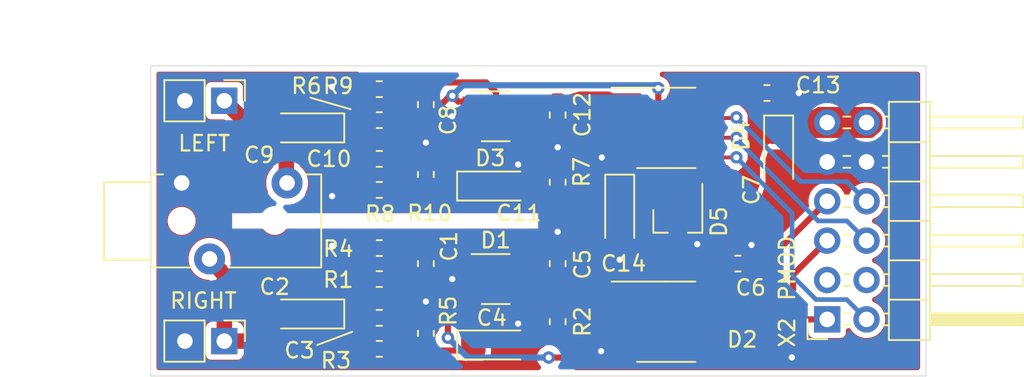
<source format=kicad_pcb>
(kicad_pcb (version 20171130) (host pcbnew 5.1.9)

  (general
    (thickness 1.5)
    (drawings 34)
    (tracks 181)
    (zones 0)
    (modules 34)
    (nets 24)
  )

  (page A4)
  (layers
    (0 F.Cu signal)
    (31 B.Cu signal hide)
    (32 B.Adhes user hide)
    (33 F.Adhes user hide)
    (34 B.Paste user hide)
    (35 F.Paste user hide)
    (36 B.SilkS user hide)
    (37 F.SilkS user hide)
    (38 B.Mask user hide)
    (39 F.Mask user hide)
    (40 Dwgs.User user)
    (41 Cmts.User user hide)
    (42 Eco1.User user hide)
    (43 Eco2.User user hide)
    (44 Edge.Cuts user)
    (45 Margin user hide)
    (46 B.CrtYd user hide)
    (47 F.CrtYd user hide)
    (48 B.Fab user hide)
    (49 F.Fab user hide)
  )

  (setup
    (last_trace_width 0.25)
    (user_trace_width 0.2)
    (user_trace_width 0.25)
    (user_trace_width 0.3)
    (user_trace_width 0.4)
    (user_trace_width 0.5)
    (user_trace_width 0.75)
    (user_trace_width 1)
    (user_trace_width 1.25)
    (user_trace_width 1.5)
    (trace_clearance 0.2)
    (zone_clearance 0.4)
    (zone_45_only no)
    (trace_min 0.2)
    (via_size 0.8)
    (via_drill 0.4)
    (via_min_size 0.6)
    (via_min_drill 0.3)
    (user_via 0.6 0.3)
    (user_via 0.7 0.35)
    (uvia_size 0.3)
    (uvia_drill 0.1)
    (uvias_allowed no)
    (uvia_min_size 0.2)
    (uvia_min_drill 0.1)
    (edge_width 0.05)
    (segment_width 0.2)
    (pcb_text_width 0.3)
    (pcb_text_size 1.5 1.5)
    (mod_edge_width 0.12)
    (mod_text_size 1 1)
    (mod_text_width 0.15)
    (pad_size 1.524 1.524)
    (pad_drill 0.762)
    (pad_to_mask_clearance 0)
    (pad_to_paste_clearance -0.1)
    (aux_axis_origin 80 140)
    (grid_origin 80 140)
    (visible_elements FFF7FF77)
    (pcbplotparams
      (layerselection 0x211e8_ffffffff)
      (usegerberextensions false)
      (usegerberattributes true)
      (usegerberadvancedattributes true)
      (creategerberjobfile true)
      (excludeedgelayer false)
      (linewidth 0.100000)
      (plotframeref false)
      (viasonmask false)
      (mode 1)
      (useauxorigin true)
      (hpglpennumber 1)
      (hpglpenspeed 20)
      (hpglpendiameter 15.000000)
      (psnegative false)
      (psa4output false)
      (plotreference true)
      (plotvalue false)
      (plotinvisibletext false)
      (padsonsilk false)
      (subtractmaskfromsilk false)
      (outputformat 1)
      (mirror false)
      (drillshape 0)
      (scaleselection 1)
      (outputdirectory "manuf/"))
  )

  (net 0 "")
  (net 1 "Net-(C1-Pad2)")
  (net 2 "Net-(C1-Pad1)")
  (net 3 "Net-(C2-Pad2)")
  (net 4 "Net-(C2-Pad1)")
  (net 5 "Net-(C3-Pad2)")
  (net 6 GND)
  (net 7 +VREF)
  (net 8 +VDD_3.3V)
  (net 9 "Net-(C9-Pad2)")
  (net 10 "Net-(C9-Pad1)")
  (net 11 "Net-(C10-Pad2)")
  (net 12 /SCLK0)
  (net 13 /MISO0)
  (net 14 /CS_N0)
  (net 15 /SCLK1)
  (net 16 /MISO1)
  (net 17 /CS_N1)
  (net 18 "Net-(X2-Pad8)")
  (net 19 "Net-(X2-Pad2)")
  (net 20 "Net-(C8-Pad2)")
  (net 21 "Net-(C8-Pad1)")
  (net 22 "Net-(C4-Pad1)")
  (net 23 "Net-(C11-Pad1)")

  (net_class Default "This is the default net class."
    (clearance 0.2)
    (trace_width 0.25)
    (via_dia 0.8)
    (via_drill 0.4)
    (uvia_dia 0.3)
    (uvia_drill 0.1)
    (add_net +VDD_3.3V)
    (add_net +VREF)
    (add_net /CS_N0)
    (add_net /CS_N1)
    (add_net /MISO0)
    (add_net /MISO1)
    (add_net /SCLK0)
    (add_net /SCLK1)
    (add_net GND)
    (add_net "Net-(C1-Pad1)")
    (add_net "Net-(C1-Pad2)")
    (add_net "Net-(C10-Pad2)")
    (add_net "Net-(C11-Pad1)")
    (add_net "Net-(C2-Pad1)")
    (add_net "Net-(C2-Pad2)")
    (add_net "Net-(C3-Pad2)")
    (add_net "Net-(C4-Pad1)")
    (add_net "Net-(C8-Pad1)")
    (add_net "Net-(C8-Pad2)")
    (add_net "Net-(C9-Pad1)")
    (add_net "Net-(C9-Pad2)")
    (add_net "Net-(X2-Pad2)")
    (add_net "Net-(X2-Pad8)")
  )

  (module local:logo (layer B.Cu) (tedit 0) (tstamp 600EF7DE)
    (at 112.575 131.475)
    (fp_text reference G*** (at 0 0) (layer B.SilkS) hide
      (effects (font (size 1.524 1.524) (thickness 0.3)) (justify mirror))
    )
    (fp_text value LOGO (at 0.75 0) (layer B.SilkS) hide
      (effects (font (size 1.524 1.524) (thickness 0.3)) (justify mirror))
    )
    (fp_poly (pts (xy -1.326444 4.851405) (xy -1.164167 4.859869) (xy -1.001889 4.868333) (xy -0.993938 5.199944)
      (xy -0.985987 5.531556) (xy -0.650902 5.531556) (xy -0.642951 5.199944) (xy -0.635 4.868333)
      (xy 1.178278 4.86107) (xy 2.991556 4.853808) (xy 2.991556 3.132667) (xy 3.527778 3.132667)
      (xy 3.527778 3.612444) (xy 4.910667 3.612444) (xy 4.910667 3.104444) (xy 5.644444 3.104444)
      (xy 5.644444 2.737556) (xy 4.910667 2.737556) (xy 4.910667 2.229556) (xy 3.527778 2.229556)
      (xy 3.527778 2.737556) (xy 2.652889 2.737556) (xy 2.652889 4.487333) (xy -0.650581 4.487333)
      (xy -0.642791 4.056944) (xy -0.635 3.626556) (xy -0.557389 3.617625) (xy -0.479778 3.608695)
      (xy -0.479778 2.115663) (xy 0.204611 2.123221) (xy 0.889 2.130778) (xy 0.903111 2.28455)
      (xy 0.917222 2.438323) (xy 1.566333 1.851996) (xy 1.772893 1.663892) (xy 1.938078 1.509993)
      (xy 2.063852 1.388345) (xy 2.152182 1.296992) (xy 2.205031 1.233979) (xy 2.224365 1.197352)
      (xy 2.224375 1.197279) (xy 2.233305 1.128889) (xy 3.527778 1.128889) (xy 3.527778 1.665111)
      (xy 4.910667 1.665111) (xy 4.910667 1.128889) (xy 5.644444 1.128889) (xy 5.644444 0.790222)
      (xy 4.910667 0.790222) (xy 4.910667 0.254) (xy 3.527778 0.254) (xy 3.527778 0.790222)
      (xy 2.229556 0.790222) (xy 2.229556 -0.818444) (xy 3.527778 -0.818444) (xy 3.527778 -0.310444)
      (xy 4.910667 -0.310444) (xy 4.910667 -0.818444) (xy 5.644444 -0.818444) (xy 5.644444 -1.185333)
      (xy 4.910667 -1.185333) (xy 4.910667 -1.693333) (xy 3.527778 -1.693333) (xy 3.527778 -1.185333)
      (xy 2.229556 -1.185333) (xy 2.229556 -1.340378) (xy 2.226944 -1.431614) (xy 2.211743 -1.488673)
      (xy 2.172903 -1.533806) (xy 2.109611 -1.581891) (xy 2.021229 -1.646271) (xy 1.937064 -1.708626)
      (xy 1.908414 -1.730235) (xy 1.86112 -1.766147) (xy 1.777207 -1.82976) (xy 1.665069 -1.914715)
      (xy 1.533097 -2.014654) (xy 1.389686 -2.12322) (xy 1.372192 -2.13646) (xy 0.917222 -2.48081)
      (xy 0.908692 -2.341072) (xy 0.900161 -2.201333) (xy -0.479778 -2.201333) (xy -0.479778 -3.668889)
      (xy -0.65062 -3.668889) (xy -0.64281 -4.085167) (xy -0.635 -4.501444) (xy 1.008944 -4.508727)
      (xy 2.652889 -4.51601) (xy 2.652889 -2.794) (xy 3.527778 -2.794) (xy 3.527778 -2.286)
      (xy 4.910667 -2.286) (xy 4.910667 -2.794) (xy 5.644444 -2.794) (xy 5.644444 -3.13098)
      (xy 4.924778 -3.146778) (xy 4.916663 -3.407833) (xy 4.908548 -3.668889) (xy 3.527778 -3.668889)
      (xy 3.527778 -3.158771) (xy 3.266722 -3.166885) (xy 3.005667 -3.175) (xy 2.998197 -4.028722)
      (xy 2.990728 -4.882444) (xy -0.649111 -4.882444) (xy -0.649111 -5.446889) (xy -0.987778 -5.446889)
      (xy -0.987778 -4.882444) (xy -1.326444 -4.882444) (xy -1.326444 -5.446889) (xy -1.665111 -5.446889)
      (xy -1.665111 -4.882444) (xy -5.644444 -4.882444) (xy -5.644444 -4.515556) (xy -1.665111 -4.515556)
      (xy -1.665111 -3.668889) (xy -1.326444 -3.668889) (xy -1.326444 -4.515556) (xy -0.987778 -4.515556)
      (xy -0.987778 -3.668889) (xy -1.326444 -3.668889) (xy -1.665111 -3.668889) (xy -1.862667 -3.668889)
      (xy -1.862667 -2.201333) (xy -2.906889 -2.201333) (xy -2.906889 -3.668889) (xy -4.318 -3.668889)
      (xy -4.318 -3.273778) (xy -5.644444 -3.273778) (xy -5.644444 -2.935111) (xy -4.318 -2.935111)
      (xy -4.318 -2.54) (xy -5.644444 -2.54) (xy -5.644444 -2.201333) (xy -4.318 -2.201333)
      (xy -4.318 -1.806222) (xy -5.644444 -1.806222) (xy -5.644444 -1.439333) (xy -4.318 -1.439333)
      (xy -4.318 -1.072444) (xy -5.644444 -1.072444) (xy -5.644444 -0.705556) (xy -4.318 -0.705556)
      (xy -4.318 -0.338667) (xy -2.906889 -0.338667) (xy -2.906889 -1.862667) (xy -1.862667 -1.862667)
      (xy -1.862667 1.778) (xy -0.479778 1.778) (xy -0.479778 -1.862667) (xy 0.903111 -1.862667)
      (xy 0.903111 1.778) (xy -0.479778 1.778) (xy -1.862667 1.778) (xy -2.906889 1.778)
      (xy -2.906889 0.282222) (xy -4.318 0.282222) (xy -4.318 0.677333) (xy -5.644444 0.677333)
      (xy -5.644444 1.016) (xy -4.318 1.016) (xy -4.318 1.411111) (xy -5.644444 1.411111)
      (xy -5.644444 1.749778) (xy -4.318 1.749778) (xy -4.318 2.144889) (xy -5.644444 2.144889)
      (xy -5.644444 2.483556) (xy -4.318 2.483556) (xy -4.318 2.878667) (xy -5.644444 2.878667)
      (xy -5.644444 3.245556) (xy -4.318 3.245556) (xy -4.318 3.612444) (xy -2.906889 3.612444)
      (xy -2.906889 2.115393) (xy -2.391833 2.123086) (xy -1.876778 2.130778) (xy -1.86173 3.612444)
      (xy -1.665111 3.612444) (xy -1.665111 4.487333) (xy -1.326444 4.487333) (xy -1.326444 3.612444)
      (xy -0.987778 3.612444) (xy -0.987778 4.487333) (xy -1.326444 4.487333) (xy -1.665111 4.487333)
      (xy -5.644444 4.487333) (xy -5.644444 4.853841) (xy -1.679222 4.868333) (xy -1.671271 5.199944)
      (xy -1.66332 5.531556) (xy -1.326444 5.531556) (xy -1.326444 4.851405)) (layer B.Mask) (width 0.01))
  )

  (module Connector_PinHeader_2.54mm:PinHeader_1x02_P2.54mm_Vertical (layer F.Cu) (tedit 59FED5CC) (tstamp 600EC416)
    (at 84.75 122.25 270)
    (descr "Through hole straight pin header, 1x02, 2.54mm pitch, single row")
    (tags "Through hole pin header THT 1x02 2.54mm single row")
    (path /604BD66B)
    (fp_text reference X4 (at 2.7 1.2 180) (layer F.SilkS) hide
      (effects (font (size 1 1) (thickness 0.15)))
    )
    (fp_text value LEFT (at 0 4.87 90) (layer F.Fab) hide
      (effects (font (size 0.65 0.5) (thickness 0.05)))
    )
    (fp_line (start -0.635 -1.27) (end 1.27 -1.27) (layer F.Fab) (width 0.1))
    (fp_line (start 1.27 -1.27) (end 1.27 3.81) (layer F.Fab) (width 0.1))
    (fp_line (start 1.27 3.81) (end -1.27 3.81) (layer F.Fab) (width 0.1))
    (fp_line (start -1.27 3.81) (end -1.27 -0.635) (layer F.Fab) (width 0.1))
    (fp_line (start -1.27 -0.635) (end -0.635 -1.27) (layer F.Fab) (width 0.1))
    (fp_line (start -1.33 3.87) (end 1.33 3.87) (layer F.SilkS) (width 0.12))
    (fp_line (start -1.33 1.27) (end -1.33 3.87) (layer F.SilkS) (width 0.12))
    (fp_line (start 1.33 1.27) (end 1.33 3.87) (layer F.SilkS) (width 0.12))
    (fp_line (start -1.33 1.27) (end 1.33 1.27) (layer F.SilkS) (width 0.12))
    (fp_line (start -1.33 0) (end -1.33 -1.33) (layer F.SilkS) (width 0.12))
    (fp_line (start -1.33 -1.33) (end 0 -1.33) (layer F.SilkS) (width 0.12))
    (fp_line (start -1.8 -1.8) (end -1.8 4.35) (layer F.CrtYd) (width 0.05))
    (fp_line (start -1.8 4.35) (end 1.8 4.35) (layer F.CrtYd) (width 0.05))
    (fp_line (start 1.8 4.35) (end 1.8 -1.8) (layer F.CrtYd) (width 0.05))
    (fp_line (start 1.8 -1.8) (end -1.8 -1.8) (layer F.CrtYd) (width 0.05))
    (fp_text user %R (at 0.06 1.12) (layer F.Fab)
      (effects (font (size 1 1) (thickness 0.15)))
    )
    (pad 2 thru_hole oval (at 0 2.54 270) (size 1.7 1.7) (drill 1) (layers *.Cu *.Mask)
      (net 6 GND))
    (pad 1 thru_hole rect (at 0 0 270) (size 1.7 1.7) (drill 1) (layers *.Cu *.Mask)
      (net 9 "Net-(C9-Pad2)"))
    (model ${KISYS3DMOD}/Connector_PinHeader_2.54mm.3dshapes/PinHeader_1x02_P2.54mm_Vertical.wrl
      (at (xyz 0 0 0))
      (scale (xyz 1 1 1))
      (rotate (xyz 0 0 0))
    )
  )

  (module Connector_PinHeader_2.54mm:PinHeader_1x02_P2.54mm_Vertical (layer F.Cu) (tedit 59FED5CC) (tstamp 600EC400)
    (at 84.75 137.75 270)
    (descr "Through hole straight pin header, 1x02, 2.54mm pitch, single row")
    (tags "Through hole pin header THT 1x02 2.54mm single row")
    (path /604B4E4A)
    (fp_text reference X3 (at -2.55 1.2 180) (layer F.SilkS) hide
      (effects (font (size 1 1) (thickness 0.15)))
    )
    (fp_text value RIGHT (at 0 4.87 90) (layer F.Fab) hide
      (effects (font (size 0.65 0.5) (thickness 0.05)))
    )
    (fp_line (start -0.635 -1.27) (end 1.27 -1.27) (layer F.Fab) (width 0.1))
    (fp_line (start 1.27 -1.27) (end 1.27 3.81) (layer F.Fab) (width 0.1))
    (fp_line (start 1.27 3.81) (end -1.27 3.81) (layer F.Fab) (width 0.1))
    (fp_line (start -1.27 3.81) (end -1.27 -0.635) (layer F.Fab) (width 0.1))
    (fp_line (start -1.27 -0.635) (end -0.635 -1.27) (layer F.Fab) (width 0.1))
    (fp_line (start -1.33 3.87) (end 1.33 3.87) (layer F.SilkS) (width 0.12))
    (fp_line (start -1.33 1.27) (end -1.33 3.87) (layer F.SilkS) (width 0.12))
    (fp_line (start 1.33 1.27) (end 1.33 3.87) (layer F.SilkS) (width 0.12))
    (fp_line (start -1.33 1.27) (end 1.33 1.27) (layer F.SilkS) (width 0.12))
    (fp_line (start -1.33 0) (end -1.33 -1.33) (layer F.SilkS) (width 0.12))
    (fp_line (start -1.33 -1.33) (end 0 -1.33) (layer F.SilkS) (width 0.12))
    (fp_line (start -1.8 -1.8) (end -1.8 4.35) (layer F.CrtYd) (width 0.05))
    (fp_line (start -1.8 4.35) (end 1.8 4.35) (layer F.CrtYd) (width 0.05))
    (fp_line (start 1.8 4.35) (end 1.8 -1.8) (layer F.CrtYd) (width 0.05))
    (fp_line (start 1.8 -1.8) (end -1.8 -1.8) (layer F.CrtYd) (width 0.05))
    (fp_text user %R (at 0.05 1.15) (layer F.Fab)
      (effects (font (size 1 1) (thickness 0.15)))
    )
    (pad 2 thru_hole oval (at 0 2.54 270) (size 1.7 1.7) (drill 1) (layers *.Cu *.Mask)
      (net 6 GND))
    (pad 1 thru_hole rect (at 0 0 270) (size 1.7 1.7) (drill 1) (layers *.Cu *.Mask)
      (net 3 "Net-(C2-Pad2)"))
    (model ${KISYS3DMOD}/Connector_PinHeader_2.54mm.3dshapes/PinHeader_1x02_P2.54mm_Vertical.wrl
      (at (xyz 0 0 0))
      (scale (xyz 1 1 1))
      (rotate (xyz 0 0 0))
    )
  )

  (module Capacitor_SMD:C_0603_1608Metric_Pad1.05x0.95mm_HandSolder (layer F.Cu) (tedit 5B301BBE) (tstamp 600E3B3D)
    (at 106.25 123.175 90)
    (descr "Capacitor SMD 0603 (1608 Metric), square (rectangular) end terminal, IPC_7351 nominal with elongated pad for handsoldering. (Body size source: http://www.tortai-tech.com/upload/download/2011102023233369053.pdf), generated with kicad-footprint-generator")
    (tags "capacitor handsolder")
    (path /60216E61)
    (attr smd)
    (fp_text reference C12 (at 0.025 1.6 90) (layer F.SilkS)
      (effects (font (size 1 1) (thickness 0.15)))
    )
    (fp_text value 0.1u (at 0 -0.85 90) (layer F.Fab)
      (effects (font (size 0.65 0.5) (thickness 0.05)))
    )
    (fp_line (start -0.8 0.4) (end -0.8 -0.4) (layer F.Fab) (width 0.1))
    (fp_line (start -0.8 -0.4) (end 0.8 -0.4) (layer F.Fab) (width 0.1))
    (fp_line (start 0.8 -0.4) (end 0.8 0.4) (layer F.Fab) (width 0.1))
    (fp_line (start 0.8 0.4) (end -0.8 0.4) (layer F.Fab) (width 0.1))
    (fp_line (start -0.171267 -0.51) (end 0.171267 -0.51) (layer F.SilkS) (width 0.12))
    (fp_line (start -0.171267 0.51) (end 0.171267 0.51) (layer F.SilkS) (width 0.12))
    (fp_line (start -1.65 0.73) (end -1.65 -0.73) (layer F.CrtYd) (width 0.05))
    (fp_line (start -1.65 -0.73) (end 1.65 -0.73) (layer F.CrtYd) (width 0.05))
    (fp_line (start 1.65 -0.73) (end 1.65 0.73) (layer F.CrtYd) (width 0.05))
    (fp_line (start 1.65 0.73) (end -1.65 0.73) (layer F.CrtYd) (width 0.05))
    (fp_text user %R (at 0 0 90) (layer F.Fab)
      (effects (font (size 0.4 0.4) (thickness 0.06)))
    )
    (pad 2 smd roundrect (at 0.875 0 90) (size 1.05 0.95) (layers F.Cu F.Paste F.Mask) (roundrect_rratio 0.25)
      (net 7 +VREF))
    (pad 1 smd roundrect (at -0.875 0 90) (size 1.05 0.95) (layers F.Cu F.Paste F.Mask) (roundrect_rratio 0.25)
      (net 6 GND))
    (model ${KISYS3DMOD}/Capacitor_SMD.3dshapes/C_0603_1608Metric.wrl
      (at (xyz 0 0 0))
      (scale (xyz 1 1 1))
      (rotate (xyz 0 0 0))
    )
  )

  (module Capacitor_Tantalum_SMD:CP_EIA-3216-18_Kemet-A_Pad1.58x1.35mm_HandSolder (layer F.Cu) (tedit 5B301BBE) (tstamp 600E3C34)
    (at 102.25 127.75)
    (descr "Tantalum Capacitor SMD Kemet-A (3216-18 Metric), IPC_7351 nominal, (Body size from: http://www.kemet.com/Lists/ProductCatalog/Attachments/253/KEM_TC101_STD.pdf), generated with kicad-footprint-generator")
    (tags "capacitor tantalum")
    (path /60216E1E)
    (attr smd)
    (fp_text reference C11 (at 1.5 1.75) (layer F.SilkS)
      (effects (font (size 1 1) (thickness 0.15)))
    )
    (fp_text value 2.2u (at 0.102 -1.212) (layer F.Fab)
      (effects (font (size 0.65 0.5) (thickness 0.05)))
    )
    (fp_line (start 1.6 -0.8) (end -1.2 -0.8) (layer F.Fab) (width 0.1))
    (fp_line (start -1.2 -0.8) (end -1.6 -0.4) (layer F.Fab) (width 0.1))
    (fp_line (start -1.6 -0.4) (end -1.6 0.8) (layer F.Fab) (width 0.1))
    (fp_line (start -1.6 0.8) (end 1.6 0.8) (layer F.Fab) (width 0.1))
    (fp_line (start 1.6 0.8) (end 1.6 -0.8) (layer F.Fab) (width 0.1))
    (fp_line (start 1.6 -0.935) (end -2.485 -0.935) (layer F.SilkS) (width 0.12))
    (fp_line (start -2.485 -0.935) (end -2.485 0.935) (layer F.SilkS) (width 0.12))
    (fp_line (start -2.485 0.935) (end 1.6 0.935) (layer F.SilkS) (width 0.12))
    (fp_line (start -2.48 1.05) (end -2.48 -1.05) (layer F.CrtYd) (width 0.05))
    (fp_line (start -2.48 -1.05) (end 2.48 -1.05) (layer F.CrtYd) (width 0.05))
    (fp_line (start 2.48 -1.05) (end 2.48 1.05) (layer F.CrtYd) (width 0.05))
    (fp_line (start 2.48 1.05) (end -2.48 1.05) (layer F.CrtYd) (width 0.05))
    (fp_text user %R (at 0 0) (layer F.Fab)
      (effects (font (size 0.8 0.8) (thickness 0.12)))
    )
    (pad 2 smd roundrect (at 1.4375 0) (size 1.575 1.35) (layers F.Cu F.Paste F.Mask) (roundrect_rratio 0.1851844444444445)
      (net 6 GND))
    (pad 1 smd roundrect (at -1.4375 0) (size 1.575 1.35) (layers F.Cu F.Paste F.Mask) (roundrect_rratio 0.1851844444444445)
      (net 23 "Net-(C11-Pad1)"))
    (model ${KISYS3DMOD}/Capacitor_Tantalum_SMD.3dshapes/CP_EIA-3216-18_Kemet-A.wrl
      (at (xyz 0 0 0))
      (scale (xyz 1 1 1))
      (rotate (xyz 0 0 0))
    )
  )

  (module Capacitor_SMD:C_0603_1608Metric_Pad1.05x0.95mm_HandSolder (layer F.Cu) (tedit 5B301BBE) (tstamp 600E3A9B)
    (at 94.75 126 180)
    (descr "Capacitor SMD 0603 (1608 Metric), square (rectangular) end terminal, IPC_7351 nominal with elongated pad for handsoldering. (Body size source: http://www.tortai-tech.com/upload/download/2011102023233369053.pdf), generated with kicad-footprint-generator")
    (tags "capacitor handsolder")
    (path /60216DC8)
    (attr smd)
    (fp_text reference C10 (at 3.25 0) (layer F.SilkS)
      (effects (font (size 1 1) (thickness 0.15)))
    )
    (fp_text value 220p (at -0.15 0.9) (layer F.Fab)
      (effects (font (size 0.65 0.5) (thickness 0.05)))
    )
    (fp_line (start -0.8 0.4) (end -0.8 -0.4) (layer F.Fab) (width 0.1))
    (fp_line (start -0.8 -0.4) (end 0.8 -0.4) (layer F.Fab) (width 0.1))
    (fp_line (start 0.8 -0.4) (end 0.8 0.4) (layer F.Fab) (width 0.1))
    (fp_line (start 0.8 0.4) (end -0.8 0.4) (layer F.Fab) (width 0.1))
    (fp_line (start -0.171267 -0.51) (end 0.171267 -0.51) (layer F.SilkS) (width 0.12))
    (fp_line (start -0.171267 0.51) (end 0.171267 0.51) (layer F.SilkS) (width 0.12))
    (fp_line (start -1.65 0.73) (end -1.65 -0.73) (layer F.CrtYd) (width 0.05))
    (fp_line (start -1.65 -0.73) (end 1.65 -0.73) (layer F.CrtYd) (width 0.05))
    (fp_line (start 1.65 -0.73) (end 1.65 0.73) (layer F.CrtYd) (width 0.05))
    (fp_line (start 1.65 0.73) (end -1.65 0.73) (layer F.CrtYd) (width 0.05))
    (fp_text user %R (at 0 0) (layer F.Fab)
      (effects (font (size 0.4 0.4) (thickness 0.06)))
    )
    (pad 2 smd roundrect (at 0.875 0 180) (size 1.05 0.95) (layers F.Cu F.Paste F.Mask) (roundrect_rratio 0.25)
      (net 11 "Net-(C10-Pad2)"))
    (pad 1 smd roundrect (at -0.875 0 180) (size 1.05 0.95) (layers F.Cu F.Paste F.Mask) (roundrect_rratio 0.25)
      (net 6 GND))
    (model ${KISYS3DMOD}/Capacitor_SMD.3dshapes/C_0603_1608Metric.wrl
      (at (xyz 0 0 0))
      (scale (xyz 1 1 1))
      (rotate (xyz 0 0 0))
    )
  )

  (module Capacitor_Tantalum_SMD:CP_EIA-3216-18_Kemet-A_Pad1.58x1.35mm_HandSolder (layer F.Cu) (tedit 5B301BBE) (tstamp 600E3C64)
    (at 90 124 180)
    (descr "Tantalum Capacitor SMD Kemet-A (3216-18 Metric), IPC_7351 nominal, (Body size from: http://www.kemet.com/Lists/ProductCatalog/Attachments/253/KEM_TC101_STD.pdf), generated with kicad-footprint-generator")
    (tags "capacitor tantalum")
    (path /60216E0C)
    (attr smd)
    (fp_text reference C9 (at 3 -1.75) (layer F.SilkS)
      (effects (font (size 1 1) (thickness 0.15)))
    )
    (fp_text value 2.2u (at -0.1 1.3) (layer F.Fab)
      (effects (font (size 0.65 0.5) (thickness 0.05)))
    )
    (fp_line (start 1.6 -0.8) (end -1.2 -0.8) (layer F.Fab) (width 0.1))
    (fp_line (start -1.2 -0.8) (end -1.6 -0.4) (layer F.Fab) (width 0.1))
    (fp_line (start -1.6 -0.4) (end -1.6 0.8) (layer F.Fab) (width 0.1))
    (fp_line (start -1.6 0.8) (end 1.6 0.8) (layer F.Fab) (width 0.1))
    (fp_line (start 1.6 0.8) (end 1.6 -0.8) (layer F.Fab) (width 0.1))
    (fp_line (start 1.6 -0.935) (end -2.485 -0.935) (layer F.SilkS) (width 0.12))
    (fp_line (start -2.485 -0.935) (end -2.485 0.935) (layer F.SilkS) (width 0.12))
    (fp_line (start -2.485 0.935) (end 1.6 0.935) (layer F.SilkS) (width 0.12))
    (fp_line (start -2.48 1.05) (end -2.48 -1.05) (layer F.CrtYd) (width 0.05))
    (fp_line (start -2.48 -1.05) (end 2.48 -1.05) (layer F.CrtYd) (width 0.05))
    (fp_line (start 2.48 -1.05) (end 2.48 1.05) (layer F.CrtYd) (width 0.05))
    (fp_line (start 2.48 1.05) (end -2.48 1.05) (layer F.CrtYd) (width 0.05))
    (fp_text user %R (at -0.05 -0.05) (layer F.Fab)
      (effects (font (size 0.8 0.8) (thickness 0.12)))
    )
    (pad 2 smd roundrect (at 1.4375 0 180) (size 1.575 1.35) (layers F.Cu F.Paste F.Mask) (roundrect_rratio 0.1851844444444445)
      (net 9 "Net-(C9-Pad2)"))
    (pad 1 smd roundrect (at -1.4375 0 180) (size 1.575 1.35) (layers F.Cu F.Paste F.Mask) (roundrect_rratio 0.1851844444444445)
      (net 10 "Net-(C9-Pad1)"))
    (model ${KISYS3DMOD}/Capacitor_Tantalum_SMD.3dshapes/CP_EIA-3216-18_Kemet-A.wrl
      (at (xyz 0 0 0))
      (scale (xyz 1 1 1))
      (rotate (xyz 0 0 0))
    )
  )

  (module Capacitor_SMD:C_0603_1608Metric_Pad1.05x0.95mm_HandSolder (layer F.Cu) (tedit 5B301BBE) (tstamp 600E6615)
    (at 97.75 122.5 270)
    (descr "Capacitor SMD 0603 (1608 Metric), square (rectangular) end terminal, IPC_7351 nominal with elongated pad for handsoldering. (Body size source: http://www.tortai-tech.com/upload/download/2011102023233369053.pdf), generated with kicad-footprint-generator")
    (tags "capacitor handsolder")
    (path /60216DAF)
    (attr smd)
    (fp_text reference C8 (at 1 -1.43 90) (layer F.SilkS)
      (effects (font (size 1 1) (thickness 0.15)))
    )
    (fp_text value 68p (at -0.026 -0.95 90) (layer F.Fab)
      (effects (font (size 0.65 0.5) (thickness 0.05)))
    )
    (fp_line (start -0.8 0.4) (end -0.8 -0.4) (layer F.Fab) (width 0.1))
    (fp_line (start -0.8 -0.4) (end 0.8 -0.4) (layer F.Fab) (width 0.1))
    (fp_line (start 0.8 -0.4) (end 0.8 0.4) (layer F.Fab) (width 0.1))
    (fp_line (start 0.8 0.4) (end -0.8 0.4) (layer F.Fab) (width 0.1))
    (fp_line (start -0.171267 -0.51) (end 0.171267 -0.51) (layer F.SilkS) (width 0.12))
    (fp_line (start -0.171267 0.51) (end 0.171267 0.51) (layer F.SilkS) (width 0.12))
    (fp_line (start -1.65 0.73) (end -1.65 -0.73) (layer F.CrtYd) (width 0.05))
    (fp_line (start -1.65 -0.73) (end 1.65 -0.73) (layer F.CrtYd) (width 0.05))
    (fp_line (start 1.65 -0.73) (end 1.65 0.73) (layer F.CrtYd) (width 0.05))
    (fp_line (start 1.65 0.73) (end -1.65 0.73) (layer F.CrtYd) (width 0.05))
    (fp_text user %R (at 0 0 90) (layer F.Fab)
      (effects (font (size 0.4 0.4) (thickness 0.06)))
    )
    (pad 2 smd roundrect (at 0.875 0 270) (size 1.05 0.95) (layers F.Cu F.Paste F.Mask) (roundrect_rratio 0.25)
      (net 20 "Net-(C8-Pad2)"))
    (pad 1 smd roundrect (at -0.875 0 270) (size 1.05 0.95) (layers F.Cu F.Paste F.Mask) (roundrect_rratio 0.25)
      (net 21 "Net-(C8-Pad1)"))
    (model ${KISYS3DMOD}/Capacitor_SMD.3dshapes/C_0603_1608Metric.wrl
      (at (xyz 0 0 0))
      (scale (xyz 1 1 1))
      (rotate (xyz 0 0 0))
    )
  )

  (module Capacitor_Tantalum_SMD:CP_EIA-3216-18_Kemet-A_Pad1.58x1.35mm_HandSolder (layer F.Cu) (tedit 5B301BBE) (tstamp 600E65BF)
    (at 120.5 125.6875 270)
    (descr "Tantalum Capacitor SMD Kemet-A (3216-18 Metric), IPC_7351 nominal, (Body size from: http://www.kemet.com/Lists/ProductCatalog/Attachments/253/KEM_TC101_STD.pdf), generated with kicad-footprint-generator")
    (tags "capacitor tantalum")
    (path /603049BC)
    (attr smd)
    (fp_text reference C7 (at 2.3125 1.75 90) (layer F.SilkS)
      (effects (font (size 1 1) (thickness 0.15)))
    )
    (fp_text value 10u (at 0 1.3 90) (layer F.Fab)
      (effects (font (size 0.65 0.5) (thickness 0.05)))
    )
    (fp_line (start 1.6 -0.8) (end -1.2 -0.8) (layer F.Fab) (width 0.1))
    (fp_line (start -1.2 -0.8) (end -1.6 -0.4) (layer F.Fab) (width 0.1))
    (fp_line (start -1.6 -0.4) (end -1.6 0.8) (layer F.Fab) (width 0.1))
    (fp_line (start -1.6 0.8) (end 1.6 0.8) (layer F.Fab) (width 0.1))
    (fp_line (start 1.6 0.8) (end 1.6 -0.8) (layer F.Fab) (width 0.1))
    (fp_line (start 1.6 -0.935) (end -2.485 -0.935) (layer F.SilkS) (width 0.12))
    (fp_line (start -2.485 -0.935) (end -2.485 0.935) (layer F.SilkS) (width 0.12))
    (fp_line (start -2.485 0.935) (end 1.6 0.935) (layer F.SilkS) (width 0.12))
    (fp_line (start -2.48 1.05) (end -2.48 -1.05) (layer F.CrtYd) (width 0.05))
    (fp_line (start -2.48 -1.05) (end 2.48 -1.05) (layer F.CrtYd) (width 0.05))
    (fp_line (start 2.48 -1.05) (end 2.48 1.05) (layer F.CrtYd) (width 0.05))
    (fp_line (start 2.48 1.05) (end -2.48 1.05) (layer F.CrtYd) (width 0.05))
    (fp_text user %R (at 0 0 90) (layer F.Fab)
      (effects (font (size 0.8 0.8) (thickness 0.12)))
    )
    (pad 2 smd roundrect (at 1.4375 0 270) (size 1.575 1.35) (layers F.Cu F.Paste F.Mask) (roundrect_rratio 0.1851844444444445)
      (net 6 GND))
    (pad 1 smd roundrect (at -1.4375 0 270) (size 1.575 1.35) (layers F.Cu F.Paste F.Mask) (roundrect_rratio 0.1851844444444445)
      (net 8 +VDD_3.3V))
    (model ${KISYS3DMOD}/Capacitor_Tantalum_SMD.3dshapes/CP_EIA-3216-18_Kemet-A.wrl
      (at (xyz 0 0 0))
      (scale (xyz 1 1 1))
      (rotate (xyz 0 0 0))
    )
  )

  (module Capacitor_Tantalum_SMD:CP_EIA-3216-18_Kemet-A_Pad1.58x1.35mm_HandSolder (layer F.Cu) (tedit 5B301BBE) (tstamp 600E6195)
    (at 110.25 129.5 270)
    (descr "Tantalum Capacitor SMD Kemet-A (3216-18 Metric), IPC_7351 nominal, (Body size from: http://www.kemet.com/Lists/ProductCatalog/Attachments/253/KEM_TC101_STD.pdf), generated with kicad-footprint-generator")
    (tags "capacitor tantalum")
    (path /6011AC4A)
    (attr smd)
    (fp_text reference C14 (at 3.25 -0.25 180) (layer F.SilkS)
      (effects (font (size 1 1) (thickness 0.15)))
    )
    (fp_text value 10u (at 0.2 1.25 90) (layer F.Fab)
      (effects (font (size 0.65 0.5) (thickness 0.05)))
    )
    (fp_line (start 1.6 -0.8) (end -1.2 -0.8) (layer F.Fab) (width 0.1))
    (fp_line (start -1.2 -0.8) (end -1.6 -0.4) (layer F.Fab) (width 0.1))
    (fp_line (start -1.6 -0.4) (end -1.6 0.8) (layer F.Fab) (width 0.1))
    (fp_line (start -1.6 0.8) (end 1.6 0.8) (layer F.Fab) (width 0.1))
    (fp_line (start 1.6 0.8) (end 1.6 -0.8) (layer F.Fab) (width 0.1))
    (fp_line (start 1.6 -0.935) (end -2.485 -0.935) (layer F.SilkS) (width 0.12))
    (fp_line (start -2.485 -0.935) (end -2.485 0.935) (layer F.SilkS) (width 0.12))
    (fp_line (start -2.485 0.935) (end 1.6 0.935) (layer F.SilkS) (width 0.12))
    (fp_line (start -2.48 1.05) (end -2.48 -1.05) (layer F.CrtYd) (width 0.05))
    (fp_line (start -2.48 -1.05) (end 2.48 -1.05) (layer F.CrtYd) (width 0.05))
    (fp_line (start 2.48 -1.05) (end 2.48 1.05) (layer F.CrtYd) (width 0.05))
    (fp_line (start 2.48 1.05) (end -2.48 1.05) (layer F.CrtYd) (width 0.05))
    (fp_text user %R (at 0 0 90) (layer F.Fab)
      (effects (font (size 0.8 0.8) (thickness 0.12)))
    )
    (pad 2 smd roundrect (at 1.4375 0 270) (size 1.575 1.35) (layers F.Cu F.Paste F.Mask) (roundrect_rratio 0.1851844444444445)
      (net 6 GND))
    (pad 1 smd roundrect (at -1.4375 0 270) (size 1.575 1.35) (layers F.Cu F.Paste F.Mask) (roundrect_rratio 0.1851844444444445)
      (net 7 +VREF))
    (model ${KISYS3DMOD}/Capacitor_Tantalum_SMD.3dshapes/CP_EIA-3216-18_Kemet-A.wrl
      (at (xyz 0 0 0))
      (scale (xyz 1 1 1))
      (rotate (xyz 0 0 0))
    )
  )

  (module Capacitor_SMD:C_0603_1608Metric_Pad1.05x0.95mm_HandSolder (layer F.Cu) (tedit 5B301BBE) (tstamp 600E610C)
    (at 117.875 132.75 180)
    (descr "Capacitor SMD 0603 (1608 Metric), square (rectangular) end terminal, IPC_7351 nominal with elongated pad for handsoldering. (Body size source: http://www.tortai-tech.com/upload/download/2011102023233369053.pdf), generated with kicad-footprint-generator")
    (tags "capacitor handsolder")
    (path /601C24DC)
    (attr smd)
    (fp_text reference C6 (at -0.825 -1.55) (layer F.SilkS)
      (effects (font (size 1 1) (thickness 0.15)))
    )
    (fp_text value 0.1u (at 0 0.85) (layer F.Fab)
      (effects (font (size 0.65 0.5) (thickness 0.05)))
    )
    (fp_line (start -0.8 0.4) (end -0.8 -0.4) (layer F.Fab) (width 0.1))
    (fp_line (start -0.8 -0.4) (end 0.8 -0.4) (layer F.Fab) (width 0.1))
    (fp_line (start 0.8 -0.4) (end 0.8 0.4) (layer F.Fab) (width 0.1))
    (fp_line (start 0.8 0.4) (end -0.8 0.4) (layer F.Fab) (width 0.1))
    (fp_line (start -0.171267 -0.51) (end 0.171267 -0.51) (layer F.SilkS) (width 0.12))
    (fp_line (start -0.171267 0.51) (end 0.171267 0.51) (layer F.SilkS) (width 0.12))
    (fp_line (start -1.65 0.73) (end -1.65 -0.73) (layer F.CrtYd) (width 0.05))
    (fp_line (start -1.65 -0.73) (end 1.65 -0.73) (layer F.CrtYd) (width 0.05))
    (fp_line (start 1.65 -0.73) (end 1.65 0.73) (layer F.CrtYd) (width 0.05))
    (fp_line (start 1.65 0.73) (end -1.65 0.73) (layer F.CrtYd) (width 0.05))
    (fp_text user %R (at 0 0) (layer F.Fab)
      (effects (font (size 0.4 0.4) (thickness 0.06)))
    )
    (pad 2 smd roundrect (at 0.875 0 180) (size 1.05 0.95) (layers F.Cu F.Paste F.Mask) (roundrect_rratio 0.25)
      (net 8 +VDD_3.3V))
    (pad 1 smd roundrect (at -0.875 0 180) (size 1.05 0.95) (layers F.Cu F.Paste F.Mask) (roundrect_rratio 0.25)
      (net 6 GND))
    (model ${KISYS3DMOD}/Capacitor_SMD.3dshapes/C_0603_1608Metric.wrl
      (at (xyz 0 0 0))
      (scale (xyz 1 1 1))
      (rotate (xyz 0 0 0))
    )
  )

  (module local:PMOD_PERIPH locked (layer F.Cu) (tedit 600D7C40) (tstamp 600E0EA1)
    (at 124.9 130 180)
    (descr "Through hole angled pin header, 2x06, 2.54mm pitch, 6mm pin length, double rows")
    (tags "Through hole angled pin header THT 2x06 2.54mm double row")
    (path /603668A6)
    (fp_text reference X2 (at 3.85 -7.2 90) (layer F.SilkS)
      (effects (font (size 1 1) (thickness 0.15)))
    )
    (fp_text value PMOD_PERIPH (at 2.52 -2.23 90) (layer F.Fab) hide
      (effects (font (size 0.65 0.5) (thickness 0.05)))
    )
    (fp_line (start -5.08 -8.128) (end -5.08 8.128) (layer F.CrtYd) (width 0.0508))
    (fp_line (start -3.405 -7.62) (end -5.31 -7.62) (layer F.Fab) (width 0.1))
    (fp_line (start -5.31 -7.62) (end -5.31 7.62) (layer F.Fab) (width 0.1))
    (fp_line (start -5.31 7.62) (end -2.77 7.62) (layer F.Fab) (width 0.1))
    (fp_line (start -2.77 7.62) (end -2.77 -6.985) (layer F.Fab) (width 0.1))
    (fp_line (start -2.77 -6.985) (end -3.405 -7.62) (layer F.Fab) (width 0.1))
    (fp_line (start 1.59 -6.67) (end -2.77 -6.67) (layer F.Fab) (width 0.1))
    (fp_line (start 1.59 -6.67) (end 1.59 -6.03) (layer F.Fab) (width 0.1))
    (fp_line (start 1.59 -6.03) (end -2.77 -6.03) (layer F.Fab) (width 0.1))
    (fp_line (start -5.31 -6.67) (end -11.31 -6.67) (layer F.Fab) (width 0.1))
    (fp_line (start -11.31 -6.67) (end -11.31 -6.03) (layer F.Fab) (width 0.1))
    (fp_line (start -5.31 -6.03) (end -11.31 -6.03) (layer F.Fab) (width 0.1))
    (fp_line (start 1.59 -4.13) (end -2.77 -4.13) (layer F.Fab) (width 0.1))
    (fp_line (start 1.59 -4.13) (end 1.59 -3.49) (layer F.Fab) (width 0.1))
    (fp_line (start 1.59 -3.49) (end -2.77 -3.49) (layer F.Fab) (width 0.1))
    (fp_line (start -5.31 -4.13) (end -11.31 -4.13) (layer F.Fab) (width 0.1))
    (fp_line (start -11.31 -4.13) (end -11.31 -3.49) (layer F.Fab) (width 0.1))
    (fp_line (start -5.31 -3.49) (end -11.31 -3.49) (layer F.Fab) (width 0.1))
    (fp_line (start 1.59 -1.59) (end -2.77 -1.59) (layer F.Fab) (width 0.1))
    (fp_line (start 1.59 -1.59) (end 1.59 -0.95) (layer F.Fab) (width 0.1))
    (fp_line (start 1.59 -0.95) (end -2.77 -0.95) (layer F.Fab) (width 0.1))
    (fp_line (start -5.31 -1.59) (end -11.31 -1.59) (layer F.Fab) (width 0.1))
    (fp_line (start -11.31 -1.59) (end -11.31 -0.95) (layer F.Fab) (width 0.1))
    (fp_line (start -5.31 -0.95) (end -11.31 -0.95) (layer F.Fab) (width 0.1))
    (fp_line (start 1.59 0.95) (end -2.77 0.95) (layer F.Fab) (width 0.1))
    (fp_line (start 1.59 0.95) (end 1.59 1.59) (layer F.Fab) (width 0.1))
    (fp_line (start 1.59 1.59) (end -2.77 1.59) (layer F.Fab) (width 0.1))
    (fp_line (start -5.31 0.95) (end -11.31 0.95) (layer F.Fab) (width 0.1))
    (fp_line (start -11.31 0.95) (end -11.31 1.59) (layer F.Fab) (width 0.1))
    (fp_line (start -5.31 1.59) (end -11.31 1.59) (layer F.Fab) (width 0.1))
    (fp_line (start 1.59 3.49) (end -2.77 3.49) (layer F.Fab) (width 0.1))
    (fp_line (start 1.59 3.49) (end 1.59 4.13) (layer F.Fab) (width 0.1))
    (fp_line (start 1.59 4.13) (end -2.77 4.13) (layer F.Fab) (width 0.1))
    (fp_line (start -5.31 3.49) (end -11.31 3.49) (layer F.Fab) (width 0.1))
    (fp_line (start -11.31 3.49) (end -11.31 4.13) (layer F.Fab) (width 0.1))
    (fp_line (start -5.31 4.13) (end -11.31 4.13) (layer F.Fab) (width 0.1))
    (fp_line (start 1.59 6.03) (end -2.77 6.03) (layer F.Fab) (width 0.1))
    (fp_line (start 1.59 6.03) (end 1.59 6.67) (layer F.Fab) (width 0.1))
    (fp_line (start 1.59 6.67) (end -2.77 6.67) (layer F.Fab) (width 0.1))
    (fp_line (start -5.31 6.03) (end -11.31 6.03) (layer F.Fab) (width 0.1))
    (fp_line (start -11.31 6.03) (end -11.31 6.67) (layer F.Fab) (width 0.1))
    (fp_line (start -5.31 6.67) (end -11.31 6.67) (layer F.Fab) (width 0.1))
    (fp_line (start -2.71 -7.68) (end -2.71 7.68) (layer F.SilkS) (width 0.12))
    (fp_line (start -2.71 7.68) (end -5.37 7.68) (layer F.SilkS) (width 0.12))
    (fp_line (start -5.37 7.68) (end -5.37 -7.68) (layer F.SilkS) (width 0.12))
    (fp_line (start -5.37 -7.68) (end -2.71 -7.68) (layer F.SilkS) (width 0.12))
    (fp_line (start -5.37 -6.73) (end -11.37 -6.73) (layer F.SilkS) (width 0.12))
    (fp_line (start -11.37 -6.73) (end -11.37 -5.97) (layer F.SilkS) (width 0.12))
    (fp_line (start -11.37 -5.97) (end -5.37 -5.97) (layer F.SilkS) (width 0.12))
    (fp_line (start -5.37 -6.67) (end -11.37 -6.67) (layer F.SilkS) (width 0.12))
    (fp_line (start -5.37 -6.55) (end -11.37 -6.55) (layer F.SilkS) (width 0.12))
    (fp_line (start -5.37 -6.43) (end -11.37 -6.43) (layer F.SilkS) (width 0.12))
    (fp_line (start -5.37 -6.31) (end -11.37 -6.31) (layer F.SilkS) (width 0.12))
    (fp_line (start -5.37 -6.19) (end -11.37 -6.19) (layer F.SilkS) (width 0.12))
    (fp_line (start -5.37 -6.07) (end -11.37 -6.07) (layer F.SilkS) (width 0.12))
    (fp_line (start -2.312929 -6.73) (end -2.71 -6.73) (layer F.SilkS) (width 0.12))
    (fp_line (start -2.312929 -5.97) (end -2.71 -5.97) (layer F.SilkS) (width 0.12))
    (fp_line (start 0.16 -6.73) (end -0.227071 -6.73) (layer F.SilkS) (width 0.12))
    (fp_line (start 0.16 -5.97) (end -0.227071 -5.97) (layer F.SilkS) (width 0.12))
    (fp_line (start -2.71 -5.08) (end -5.37 -5.08) (layer F.SilkS) (width 0.12))
    (fp_line (start -5.37 -4.19) (end -11.37 -4.19) (layer F.SilkS) (width 0.12))
    (fp_line (start -11.37 -4.19) (end -11.37 -3.43) (layer F.SilkS) (width 0.12))
    (fp_line (start -11.37 -3.43) (end -5.37 -3.43) (layer F.SilkS) (width 0.12))
    (fp_line (start -2.312929 -4.19) (end -2.71 -4.19) (layer F.SilkS) (width 0.12))
    (fp_line (start -2.312929 -3.43) (end -2.71 -3.43) (layer F.SilkS) (width 0.12))
    (fp_line (start 0.227071 -4.19) (end -0.227071 -4.19) (layer F.SilkS) (width 0.12))
    (fp_line (start 0.227071 -3.43) (end -0.227071 -3.43) (layer F.SilkS) (width 0.12))
    (fp_line (start -2.71 -2.54) (end -5.37 -2.54) (layer F.SilkS) (width 0.12))
    (fp_line (start -5.37 -1.65) (end -11.37 -1.65) (layer F.SilkS) (width 0.12))
    (fp_line (start -11.37 -1.65) (end -11.37 -0.89) (layer F.SilkS) (width 0.12))
    (fp_line (start -11.37 -0.89) (end -5.37 -0.89) (layer F.SilkS) (width 0.12))
    (fp_line (start -2.312929 -1.65) (end -2.71 -1.65) (layer F.SilkS) (width 0.12))
    (fp_line (start -2.312929 -0.89) (end -2.71 -0.89) (layer F.SilkS) (width 0.12))
    (fp_line (start 0.227071 -1.65) (end -0.227071 -1.65) (layer F.SilkS) (width 0.12))
    (fp_line (start 0.227071 -0.89) (end -0.227071 -0.89) (layer F.SilkS) (width 0.12))
    (fp_line (start -2.71 0) (end -5.37 0) (layer F.SilkS) (width 0.12))
    (fp_line (start -5.37 0.89) (end -11.37 0.89) (layer F.SilkS) (width 0.12))
    (fp_line (start -11.37 0.89) (end -11.37 1.65) (layer F.SilkS) (width 0.12))
    (fp_line (start -11.37 1.65) (end -5.37 1.65) (layer F.SilkS) (width 0.12))
    (fp_line (start -2.312929 0.89) (end -2.71 0.89) (layer F.SilkS) (width 0.12))
    (fp_line (start -2.312929 1.65) (end -2.71 1.65) (layer F.SilkS) (width 0.12))
    (fp_line (start 0.227071 0.89) (end -0.227071 0.89) (layer F.SilkS) (width 0.12))
    (fp_line (start 0.227071 1.65) (end -0.227071 1.65) (layer F.SilkS) (width 0.12))
    (fp_line (start -2.71 2.54) (end -5.37 2.54) (layer F.SilkS) (width 0.12))
    (fp_line (start -5.37 3.43) (end -11.37 3.43) (layer F.SilkS) (width 0.12))
    (fp_line (start -11.37 3.43) (end -11.37 4.19) (layer F.SilkS) (width 0.12))
    (fp_line (start -11.37 4.19) (end -5.37 4.19) (layer F.SilkS) (width 0.12))
    (fp_line (start -2.312929 3.43) (end -2.71 3.43) (layer F.SilkS) (width 0.12))
    (fp_line (start -2.312929 4.19) (end -2.71 4.19) (layer F.SilkS) (width 0.12))
    (fp_line (start 0.227071 3.43) (end -0.227071 3.43) (layer F.SilkS) (width 0.12))
    (fp_line (start 0.227071 4.19) (end -0.227071 4.19) (layer F.SilkS) (width 0.12))
    (fp_line (start -2.71 5.08) (end -5.37 5.08) (layer F.SilkS) (width 0.12))
    (fp_line (start -5.37 5.97) (end -11.37 5.97) (layer F.SilkS) (width 0.12))
    (fp_line (start -11.37 5.97) (end -11.37 6.73) (layer F.SilkS) (width 0.12))
    (fp_line (start -11.37 6.73) (end -5.37 6.73) (layer F.SilkS) (width 0.12))
    (fp_line (start -2.312929 5.97) (end -2.71 5.97) (layer F.SilkS) (width 0.12))
    (fp_line (start -2.312929 6.73) (end -2.71 6.73) (layer F.SilkS) (width 0.12))
    (fp_line (start 0.227071 5.97) (end -0.227071 5.97) (layer F.SilkS) (width 0.12))
    (fp_line (start 0.227071 6.73) (end -0.227071 6.73) (layer F.SilkS) (width 0.12))
    (fp_line (start 2.54 -6.35) (end 2.54 -7.62) (layer F.SilkS) (width 0.12))
    (fp_line (start 2.54 -7.62) (end 1.27 -7.62) (layer F.SilkS) (width 0.12))
    (fp_line (start 3.07 -8.15) (end 3.07 8.15) (layer F.CrtYd) (width 0.05))
    (fp_line (start 3.07 8.15) (end -5.08 8.15) (layer F.CrtYd) (width 0.05))
    (fp_line (start -5.08 -8.15) (end 3.07 -8.15) (layer F.CrtYd) (width 0.0508))
    (fp_text user %R (at -3.85 0.05 90) (layer F.Fab)
      (effects (font (size 1 1) (thickness 0.15)))
    )
    (pad 7 thru_hole circle (at -1.27 -6.35 180) (size 1.7 1.7) (drill 1) (layers *.Cu *.Mask)
      (net 17 /CS_N1))
    (pad 1 thru_hole rect (at 1.27 -6.35 180) (size 1.7 1.7) (drill 1) (layers *.Cu *.Mask)
      (net 14 /CS_N0))
    (pad 8 thru_hole oval (at -1.27 -3.81 180) (size 1.7 1.7) (drill 1) (layers *.Cu *.Mask)
      (net 18 "Net-(X2-Pad8)"))
    (pad 2 thru_hole oval (at 1.27 -3.81 180) (size 1.7 1.7) (drill 1) (layers *.Cu *.Mask)
      (net 19 "Net-(X2-Pad2)"))
    (pad 9 thru_hole oval (at -1.27 -1.27 180) (size 1.7 1.7) (drill 1) (layers *.Cu *.Mask)
      (net 16 /MISO1))
    (pad 3 thru_hole oval (at 1.27 -1.27 180) (size 1.7 1.7) (drill 1) (layers *.Cu *.Mask)
      (net 13 /MISO0))
    (pad 10 thru_hole oval (at -1.27 1.27 180) (size 1.7 1.7) (drill 1) (layers *.Cu *.Mask)
      (net 15 /SCLK1))
    (pad 4 thru_hole oval (at 1.27 1.27 180) (size 1.7 1.7) (drill 1) (layers *.Cu *.Mask)
      (net 12 /SCLK0))
    (pad 11 thru_hole oval (at -1.27 3.81 180) (size 1.7 1.7) (drill 1) (layers *.Cu *.Mask)
      (net 6 GND))
    (pad 5 thru_hole oval (at 1.27 3.81 180) (size 1.7 1.7) (drill 1) (layers *.Cu *.Mask)
      (net 6 GND))
    (pad 12 thru_hole oval (at -1.27 6.35 180) (size 1.7 1.7) (drill 1) (layers *.Cu *.Mask)
      (net 8 +VDD_3.3V))
    (pad 6 thru_hole oval (at 1.27 6.35 180) (size 1.7 1.7) (drill 1) (layers *.Cu *.Mask)
      (net 8 +VDD_3.3V))
    (model ${KISYS3DMOD}/Connector_PinHeader_2.54mm.3dshapes/PinHeader_2x06_P2.54mm_Horizontal.wrl
      (offset (xyz 1.25 6.375 -1.8))
      (scale (xyz 1 1 1))
      (rotate (xyz 180 0 180))
    )
  )

  (module local:JACK_ST_AUB_13 (layer F.Cu) (tedit 600D7911) (tstamp 600EDD0B)
    (at 82 130 90)
    (path /6024D91B)
    (fp_text reference X1 (at 0.2 2.05 90) (layer F.Fab)
      (effects (font (size 1 1) (thickness 0.15)))
    )
    (fp_text value AUB-13 (at 0.1 5.22 90) (layer F.Fab)
      (effects (font (size 0.65 0.5) (thickness 0.05)))
    )
    (fp_line (start -3 9) (end 3 9) (layer F.Fab) (width 0.12))
    (fp_line (start 3 9) (end 3 -2) (layer F.Fab) (width 0.12))
    (fp_line (start 2.5 -5) (end -2.5 -5) (layer F.Fab) (width 0.12))
    (fp_line (start -3 -2) (end -3 9) (layer F.Fab) (width 0.12))
    (fp_line (start 3 -2) (end -3 -2) (layer F.Fab) (width 0.12))
    (fp_line (start -2.5 -2) (end -2.5 -5) (layer F.Fab) (width 0.12))
    (fp_line (start 2.5 -2) (end 2.5 -5) (layer F.Fab) (width 0.12))
    (fp_line (start -3 9) (end 3 9) (layer F.SilkS) (width 0.12))
    (fp_line (start 3 9) (end 3 8) (layer F.SilkS) (width 0.12))
    (fp_line (start -3 9) (end -3 3) (layer F.SilkS) (width 0.12))
    (fp_line (start -3 0.6) (end -3 -2) (layer F.SilkS) (width 0.12))
    (fp_line (start -3 -2) (end 3 -2) (layer F.SilkS) (width 0.12))
    (fp_line (start 3 -2) (end 3 -1.2) (layer F.SilkS) (width 0.12))
    (fp_line (start -2.5 -2) (end -2.5 -5) (layer F.SilkS) (width 0.12))
    (fp_line (start -2.5 -5) (end 2.5 -5) (layer F.SilkS) (width 0.12))
    (fp_line (start 2.5 -5) (end 2.5 -2) (layer F.SilkS) (width 0.12))
    (pad "" np_thru_hole circle (at 0 0 90) (size 1.1 1.1) (drill 1.1) (layers *.Cu *.Mask))
    (pad "" np_thru_hole circle (at 0 6 90) (size 1.1 1.1) (drill 1.1) (layers *.Cu *.Mask))
    (pad 3 thru_hole circle (at 2.45 6.8 90) (size 2 2) (drill 1) (layers *.Cu *.Mask)
      (net 9 "Net-(C9-Pad2)"))
    (pad 2 thru_hole circle (at -2.45 1.8 90) (size 2 2) (drill 1) (layers *.Cu *.Mask)
      (net 3 "Net-(C2-Pad2)"))
    (pad 1 thru_hole circle (at 2.45 0 90) (size 2 2) (drill 1) (layers *.Cu *.Mask)
      (net 6 GND))
  )

  (module Capacitor_SMD:C_0603_1608Metric_Pad1.05x0.95mm_HandSolder (layer F.Cu) (tedit 5B301BBE) (tstamp 600E3BD4)
    (at 97.75 127 270)
    (descr "Capacitor SMD 0603 (1608 Metric), square (rectangular) end terminal, IPC_7351 nominal with elongated pad for handsoldering. (Body size source: http://www.tortai-tech.com/upload/download/2011102023233369053.pdf), generated with kicad-footprint-generator")
    (tags "capacitor handsolder")
    (path /60216D75)
    (attr smd)
    (fp_text reference R10 (at 2.5 -0.25) (layer F.SilkS)
      (effects (font (size 1 1) (thickness 0.15)))
    )
    (fp_text value 9.1k (at 0 -0.95 90) (layer F.Fab)
      (effects (font (size 0.65 0.5) (thickness 0.05)))
    )
    (fp_line (start -0.8 0.4) (end -0.8 -0.4) (layer F.Fab) (width 0.1))
    (fp_line (start -0.8 -0.4) (end 0.8 -0.4) (layer F.Fab) (width 0.1))
    (fp_line (start 0.8 -0.4) (end 0.8 0.4) (layer F.Fab) (width 0.1))
    (fp_line (start 0.8 0.4) (end -0.8 0.4) (layer F.Fab) (width 0.1))
    (fp_line (start -0.171267 -0.51) (end 0.171267 -0.51) (layer F.SilkS) (width 0.12))
    (fp_line (start -0.171267 0.51) (end 0.171267 0.51) (layer F.SilkS) (width 0.12))
    (fp_line (start -1.65 0.73) (end -1.65 -0.73) (layer F.CrtYd) (width 0.05))
    (fp_line (start -1.65 -0.73) (end 1.65 -0.73) (layer F.CrtYd) (width 0.05))
    (fp_line (start 1.65 -0.73) (end 1.65 0.73) (layer F.CrtYd) (width 0.05))
    (fp_line (start 1.65 0.73) (end -1.65 0.73) (layer F.CrtYd) (width 0.05))
    (fp_text user %R (at 0 0 90) (layer F.Fab)
      (effects (font (size 0.4 0.4) (thickness 0.06)))
    )
    (pad 2 smd roundrect (at 0.875 0 270) (size 1.05 0.95) (layers F.Cu F.Paste F.Mask) (roundrect_rratio 0.25)
      (net 23 "Net-(C11-Pad1)"))
    (pad 1 smd roundrect (at -0.875 0 270) (size 1.05 0.95) (layers F.Cu F.Paste F.Mask) (roundrect_rratio 0.25)
      (net 6 GND))
    (model ${KISYS3DMOD}/Capacitor_SMD.3dshapes/C_0603_1608Metric.wrl
      (at (xyz 0 0 0))
      (scale (xyz 1 1 1))
      (rotate (xyz 0 0 0))
    )
  )

  (module Capacitor_SMD:C_0603_1608Metric_Pad1.05x0.95mm_HandSolder (layer F.Cu) (tedit 5B301BBE) (tstamp 600E3BA4)
    (at 94.75 121.5)
    (descr "Capacitor SMD 0603 (1608 Metric), square (rectangular) end terminal, IPC_7351 nominal with elongated pad for handsoldering. (Body size source: http://www.tortai-tech.com/upload/download/2011102023233369053.pdf), generated with kicad-footprint-generator")
    (tags "capacitor handsolder")
    (path /60216D93)
    (attr smd)
    (fp_text reference R9 (at -2.65 -0.2) (layer F.SilkS)
      (effects (font (size 1 1) (thickness 0.15)))
    )
    (fp_text value 9.1k (at 0.05 -0.9) (layer F.Fab)
      (effects (font (size 0.65 0.5) (thickness 0.05)))
    )
    (fp_line (start -0.8 0.4) (end -0.8 -0.4) (layer F.Fab) (width 0.1))
    (fp_line (start -0.8 -0.4) (end 0.8 -0.4) (layer F.Fab) (width 0.1))
    (fp_line (start 0.8 -0.4) (end 0.8 0.4) (layer F.Fab) (width 0.1))
    (fp_line (start 0.8 0.4) (end -0.8 0.4) (layer F.Fab) (width 0.1))
    (fp_line (start -0.171267 -0.51) (end 0.171267 -0.51) (layer F.SilkS) (width 0.12))
    (fp_line (start -0.171267 0.51) (end 0.171267 0.51) (layer F.SilkS) (width 0.12))
    (fp_line (start -1.65 0.73) (end -1.65 -0.73) (layer F.CrtYd) (width 0.05))
    (fp_line (start -1.65 -0.73) (end 1.65 -0.73) (layer F.CrtYd) (width 0.05))
    (fp_line (start 1.65 -0.73) (end 1.65 0.73) (layer F.CrtYd) (width 0.05))
    (fp_line (start 1.65 0.73) (end -1.65 0.73) (layer F.CrtYd) (width 0.05))
    (fp_text user %R (at 0 0) (layer F.Fab)
      (effects (font (size 0.4 0.4) (thickness 0.06)))
    )
    (pad 2 smd roundrect (at 0.875 0) (size 1.05 0.95) (layers F.Cu F.Paste F.Mask) (roundrect_rratio 0.25)
      (net 21 "Net-(C8-Pad1)"))
    (pad 1 smd roundrect (at -0.875 0) (size 1.05 0.95) (layers F.Cu F.Paste F.Mask) (roundrect_rratio 0.25)
      (net 11 "Net-(C10-Pad2)"))
    (model ${KISYS3DMOD}/Capacitor_SMD.3dshapes/C_0603_1608Metric.wrl
      (at (xyz 0 0 0))
      (scale (xyz 1 1 1))
      (rotate (xyz 0 0 0))
    )
  )

  (module Capacitor_SMD:C_0603_1608Metric_Pad1.05x0.95mm_HandSolder (layer F.Cu) (tedit 5B301BBE) (tstamp 600E3ACF)
    (at 94.75 128)
    (descr "Capacitor SMD 0603 (1608 Metric), square (rectangular) end terminal, IPC_7351 nominal with elongated pad for handsoldering. (Body size source: http://www.tortai-tech.com/upload/download/2011102023233369053.pdf), generated with kicad-footprint-generator")
    (tags "capacitor handsolder")
    (path /60216DD5)
    (attr smd)
    (fp_text reference R8 (at 0.05 1.55) (layer F.SilkS)
      (effects (font (size 1 1) (thickness 0.15)))
    )
    (fp_text value 6.8k (at 0.05 -0.8) (layer F.Fab)
      (effects (font (size 0.65 0.5) (thickness 0.05)))
    )
    (fp_line (start -0.8 0.4) (end -0.8 -0.4) (layer F.Fab) (width 0.1))
    (fp_line (start -0.8 -0.4) (end 0.8 -0.4) (layer F.Fab) (width 0.1))
    (fp_line (start 0.8 -0.4) (end 0.8 0.4) (layer F.Fab) (width 0.1))
    (fp_line (start 0.8 0.4) (end -0.8 0.4) (layer F.Fab) (width 0.1))
    (fp_line (start -0.171267 -0.51) (end 0.171267 -0.51) (layer F.SilkS) (width 0.12))
    (fp_line (start -0.171267 0.51) (end 0.171267 0.51) (layer F.SilkS) (width 0.12))
    (fp_line (start -1.65 0.73) (end -1.65 -0.73) (layer F.CrtYd) (width 0.05))
    (fp_line (start -1.65 -0.73) (end 1.65 -0.73) (layer F.CrtYd) (width 0.05))
    (fp_line (start 1.65 -0.73) (end 1.65 0.73) (layer F.CrtYd) (width 0.05))
    (fp_line (start 1.65 0.73) (end -1.65 0.73) (layer F.CrtYd) (width 0.05))
    (fp_text user %R (at 0 0) (layer F.Fab)
      (effects (font (size 0.4 0.4) (thickness 0.06)))
    )
    (pad 2 smd roundrect (at 0.875 0) (size 1.05 0.95) (layers F.Cu F.Paste F.Mask) (roundrect_rratio 0.25)
      (net 11 "Net-(C10-Pad2)"))
    (pad 1 smd roundrect (at -0.875 0) (size 1.05 0.95) (layers F.Cu F.Paste F.Mask) (roundrect_rratio 0.25)
      (net 10 "Net-(C9-Pad1)"))
    (model ${KISYS3DMOD}/Capacitor_SMD.3dshapes/C_0603_1608Metric.wrl
      (at (xyz 0 0 0))
      (scale (xyz 1 1 1))
      (rotate (xyz 0 0 0))
    )
  )

  (module Capacitor_SMD:C_0603_1608Metric_Pad1.05x0.95mm_HandSolder (layer F.Cu) (tedit 5B301BBE) (tstamp 600E7F8F)
    (at 106.25 127.5 270)
    (descr "Capacitor SMD 0603 (1608 Metric), square (rectangular) end terminal, IPC_7351 nominal with elongated pad for handsoldering. (Body size source: http://www.tortai-tech.com/upload/download/2011102023233369053.pdf), generated with kicad-footprint-generator")
    (tags "capacitor handsolder")
    (path /60216D82)
    (attr smd)
    (fp_text reference R7 (at -0.65 -1.55 90) (layer F.SilkS)
      (effects (font (size 1 1) (thickness 0.15)))
    )
    (fp_text value 9.1k (at 0.054 0.85 90) (layer F.Fab)
      (effects (font (size 0.65 0.5) (thickness 0.05)))
    )
    (fp_line (start -0.8 0.4) (end -0.8 -0.4) (layer F.Fab) (width 0.1))
    (fp_line (start -0.8 -0.4) (end 0.8 -0.4) (layer F.Fab) (width 0.1))
    (fp_line (start 0.8 -0.4) (end 0.8 0.4) (layer F.Fab) (width 0.1))
    (fp_line (start 0.8 0.4) (end -0.8 0.4) (layer F.Fab) (width 0.1))
    (fp_line (start -0.171267 -0.51) (end 0.171267 -0.51) (layer F.SilkS) (width 0.12))
    (fp_line (start -0.171267 0.51) (end 0.171267 0.51) (layer F.SilkS) (width 0.12))
    (fp_line (start -1.65 0.73) (end -1.65 -0.73) (layer F.CrtYd) (width 0.05))
    (fp_line (start -1.65 -0.73) (end 1.65 -0.73) (layer F.CrtYd) (width 0.05))
    (fp_line (start 1.65 -0.73) (end 1.65 0.73) (layer F.CrtYd) (width 0.05))
    (fp_line (start 1.65 0.73) (end -1.65 0.73) (layer F.CrtYd) (width 0.05))
    (fp_text user %R (at 0 0 90) (layer F.Fab)
      (effects (font (size 0.4 0.4) (thickness 0.06)))
    )
    (pad 2 smd roundrect (at 0.875 0 270) (size 1.05 0.95) (layers F.Cu F.Paste F.Mask) (roundrect_rratio 0.25)
      (net 7 +VREF))
    (pad 1 smd roundrect (at -0.875 0 270) (size 1.05 0.95) (layers F.Cu F.Paste F.Mask) (roundrect_rratio 0.25)
      (net 23 "Net-(C11-Pad1)"))
    (model ${KISYS3DMOD}/Capacitor_SMD.3dshapes/C_0603_1608Metric.wrl
      (at (xyz 0 0 0))
      (scale (xyz 1 1 1))
      (rotate (xyz 0 0 0))
    )
  )

  (module Capacitor_SMD:C_0603_1608Metric_Pad1.05x0.95mm_HandSolder (layer F.Cu) (tedit 5B301BBE) (tstamp 600E3C04)
    (at 94.75 123.5)
    (descr "Capacitor SMD 0603 (1608 Metric), square (rectangular) end terminal, IPC_7351 nominal with elongated pad for handsoldering. (Body size source: http://www.tortai-tech.com/upload/download/2011102023233369053.pdf), generated with kicad-footprint-generator")
    (tags "capacitor handsolder")
    (path /60216DA0)
    (attr smd)
    (fp_text reference R6 (at -4.7 -2.2) (layer F.SilkS)
      (effects (font (size 1 1) (thickness 0.15)))
    )
    (fp_text value 6.8k (at 0.05 -0.8) (layer F.Fab)
      (effects (font (size 0.65 0.5) (thickness 0.05)))
    )
    (fp_line (start -0.8 0.4) (end -0.8 -0.4) (layer F.Fab) (width 0.1))
    (fp_line (start -0.8 -0.4) (end 0.8 -0.4) (layer F.Fab) (width 0.1))
    (fp_line (start 0.8 -0.4) (end 0.8 0.4) (layer F.Fab) (width 0.1))
    (fp_line (start 0.8 0.4) (end -0.8 0.4) (layer F.Fab) (width 0.1))
    (fp_line (start -0.171267 -0.51) (end 0.171267 -0.51) (layer F.SilkS) (width 0.12))
    (fp_line (start -0.171267 0.51) (end 0.171267 0.51) (layer F.SilkS) (width 0.12))
    (fp_line (start -1.65 0.73) (end -1.65 -0.73) (layer F.CrtYd) (width 0.05))
    (fp_line (start -1.65 -0.73) (end 1.65 -0.73) (layer F.CrtYd) (width 0.05))
    (fp_line (start 1.65 -0.73) (end 1.65 0.73) (layer F.CrtYd) (width 0.05))
    (fp_line (start 1.65 0.73) (end -1.65 0.73) (layer F.CrtYd) (width 0.05))
    (fp_text user %R (at 0 0) (layer F.Fab)
      (effects (font (size 0.4 0.4) (thickness 0.06)))
    )
    (pad 2 smd roundrect (at 0.875 0) (size 1.05 0.95) (layers F.Cu F.Paste F.Mask) (roundrect_rratio 0.25)
      (net 20 "Net-(C8-Pad2)"))
    (pad 1 smd roundrect (at -0.875 0) (size 1.05 0.95) (layers F.Cu F.Paste F.Mask) (roundrect_rratio 0.25)
      (net 11 "Net-(C10-Pad2)"))
    (model ${KISYS3DMOD}/Capacitor_SMD.3dshapes/C_0603_1608Metric.wrl
      (at (xyz 0 0 0))
      (scale (xyz 1 1 1))
      (rotate (xyz 0 0 0))
    )
  )

  (module Capacitor_SMD:C_0603_1608Metric_Pad1.05x0.95mm_HandSolder (layer F.Cu) (tedit 5B301BBE) (tstamp 600DF536)
    (at 97.75 137.25 270)
    (descr "Capacitor SMD 0603 (1608 Metric), square (rectangular) end terminal, IPC_7351 nominal with elongated pad for handsoldering. (Body size source: http://www.tortai-tech.com/upload/download/2011102023233369053.pdf), generated with kicad-footprint-generator")
    (tags "capacitor handsolder")
    (path /600E5333)
    (attr smd)
    (fp_text reference R5 (at -1.45 -1.45 90) (layer F.SilkS)
      (effects (font (size 1 1) (thickness 0.15)))
    )
    (fp_text value 9.1k (at -0.05 -0.95 90) (layer F.Fab)
      (effects (font (size 0.65 0.5) (thickness 0.05)))
    )
    (fp_line (start -0.8 0.4) (end -0.8 -0.4) (layer F.Fab) (width 0.1))
    (fp_line (start -0.8 -0.4) (end 0.8 -0.4) (layer F.Fab) (width 0.1))
    (fp_line (start 0.8 -0.4) (end 0.8 0.4) (layer F.Fab) (width 0.1))
    (fp_line (start 0.8 0.4) (end -0.8 0.4) (layer F.Fab) (width 0.1))
    (fp_line (start -0.171267 -0.51) (end 0.171267 -0.51) (layer F.SilkS) (width 0.12))
    (fp_line (start -0.171267 0.51) (end 0.171267 0.51) (layer F.SilkS) (width 0.12))
    (fp_line (start -1.65 0.73) (end -1.65 -0.73) (layer F.CrtYd) (width 0.05))
    (fp_line (start -1.65 -0.73) (end 1.65 -0.73) (layer F.CrtYd) (width 0.05))
    (fp_line (start 1.65 -0.73) (end 1.65 0.73) (layer F.CrtYd) (width 0.05))
    (fp_line (start 1.65 0.73) (end -1.65 0.73) (layer F.CrtYd) (width 0.05))
    (fp_text user %R (at 0 0 90) (layer F.Fab)
      (effects (font (size 0.4 0.4) (thickness 0.06)))
    )
    (pad 2 smd roundrect (at 0.875 0 270) (size 1.05 0.95) (layers F.Cu F.Paste F.Mask) (roundrect_rratio 0.25)
      (net 22 "Net-(C4-Pad1)"))
    (pad 1 smd roundrect (at -0.875 0 270) (size 1.05 0.95) (layers F.Cu F.Paste F.Mask) (roundrect_rratio 0.25)
      (net 6 GND))
    (model ${KISYS3DMOD}/Capacitor_SMD.3dshapes/C_0603_1608Metric.wrl
      (at (xyz 0 0 0))
      (scale (xyz 1 1 1))
      (rotate (xyz 0 0 0))
    )
  )

  (module Capacitor_SMD:C_0603_1608Metric_Pad1.05x0.95mm_HandSolder (layer F.Cu) (tedit 5B301BBE) (tstamp 600DF525)
    (at 94.75 131.75)
    (descr "Capacitor SMD 0603 (1608 Metric), square (rectangular) end terminal, IPC_7351 nominal with elongated pad for handsoldering. (Body size source: http://www.tortai-tech.com/upload/download/2011102023233369053.pdf), generated with kicad-footprint-generator")
    (tags "capacitor handsolder")
    (path /600E8D10)
    (attr smd)
    (fp_text reference R4 (at -2.65 0.05) (layer F.SilkS)
      (effects (font (size 1 1) (thickness 0.15)))
    )
    (fp_text value 9.1k (at 0 -0.85) (layer F.Fab)
      (effects (font (size 0.65 0.5) (thickness 0.05)))
    )
    (fp_line (start -0.8 0.4) (end -0.8 -0.4) (layer F.Fab) (width 0.1))
    (fp_line (start -0.8 -0.4) (end 0.8 -0.4) (layer F.Fab) (width 0.1))
    (fp_line (start 0.8 -0.4) (end 0.8 0.4) (layer F.Fab) (width 0.1))
    (fp_line (start 0.8 0.4) (end -0.8 0.4) (layer F.Fab) (width 0.1))
    (fp_line (start -0.171267 -0.51) (end 0.171267 -0.51) (layer F.SilkS) (width 0.12))
    (fp_line (start -0.171267 0.51) (end 0.171267 0.51) (layer F.SilkS) (width 0.12))
    (fp_line (start -1.65 0.73) (end -1.65 -0.73) (layer F.CrtYd) (width 0.05))
    (fp_line (start -1.65 -0.73) (end 1.65 -0.73) (layer F.CrtYd) (width 0.05))
    (fp_line (start 1.65 -0.73) (end 1.65 0.73) (layer F.CrtYd) (width 0.05))
    (fp_line (start 1.65 0.73) (end -1.65 0.73) (layer F.CrtYd) (width 0.05))
    (fp_text user %R (at 0 0) (layer F.Fab)
      (effects (font (size 0.4 0.4) (thickness 0.06)))
    )
    (pad 2 smd roundrect (at 0.875 0) (size 1.05 0.95) (layers F.Cu F.Paste F.Mask) (roundrect_rratio 0.25)
      (net 2 "Net-(C1-Pad1)"))
    (pad 1 smd roundrect (at -0.875 0) (size 1.05 0.95) (layers F.Cu F.Paste F.Mask) (roundrect_rratio 0.25)
      (net 5 "Net-(C3-Pad2)"))
    (model ${KISYS3DMOD}/Capacitor_SMD.3dshapes/C_0603_1608Metric.wrl
      (at (xyz 0 0 0))
      (scale (xyz 1 1 1))
      (rotate (xyz 0 0 0))
    )
  )

  (module Capacitor_SMD:C_0603_1608Metric_Pad1.05x0.95mm_HandSolder (layer F.Cu) (tedit 5B301BBE) (tstamp 600DF514)
    (at 94.75 138.25)
    (descr "Capacitor SMD 0603 (1608 Metric), square (rectangular) end terminal, IPC_7351 nominal with elongated pad for handsoldering. (Body size source: http://www.tortai-tech.com/upload/download/2011102023233369053.pdf), generated with kicad-footprint-generator")
    (tags "capacitor handsolder")
    (path /600ED157)
    (attr smd)
    (fp_text reference R3 (at -2.8 0.75) (layer F.SilkS)
      (effects (font (size 1 1) (thickness 0.15)))
    )
    (fp_text value 6.8k (at 0.05 -0.85) (layer F.Fab)
      (effects (font (size 0.65 0.5) (thickness 0.05)))
    )
    (fp_line (start -0.8 0.4) (end -0.8 -0.4) (layer F.Fab) (width 0.1))
    (fp_line (start -0.8 -0.4) (end 0.8 -0.4) (layer F.Fab) (width 0.1))
    (fp_line (start 0.8 -0.4) (end 0.8 0.4) (layer F.Fab) (width 0.1))
    (fp_line (start 0.8 0.4) (end -0.8 0.4) (layer F.Fab) (width 0.1))
    (fp_line (start -0.171267 -0.51) (end 0.171267 -0.51) (layer F.SilkS) (width 0.12))
    (fp_line (start -0.171267 0.51) (end 0.171267 0.51) (layer F.SilkS) (width 0.12))
    (fp_line (start -1.65 0.73) (end -1.65 -0.73) (layer F.CrtYd) (width 0.05))
    (fp_line (start -1.65 -0.73) (end 1.65 -0.73) (layer F.CrtYd) (width 0.05))
    (fp_line (start 1.65 -0.73) (end 1.65 0.73) (layer F.CrtYd) (width 0.05))
    (fp_line (start 1.65 0.73) (end -1.65 0.73) (layer F.CrtYd) (width 0.05))
    (fp_text user %R (at 0 0) (layer F.Fab)
      (effects (font (size 0.4 0.4) (thickness 0.06)))
    )
    (pad 2 smd roundrect (at 0.875 0) (size 1.05 0.95) (layers F.Cu F.Paste F.Mask) (roundrect_rratio 0.25)
      (net 5 "Net-(C3-Pad2)"))
    (pad 1 smd roundrect (at -0.875 0) (size 1.05 0.95) (layers F.Cu F.Paste F.Mask) (roundrect_rratio 0.25)
      (net 4 "Net-(C2-Pad1)"))
    (model ${KISYS3DMOD}/Capacitor_SMD.3dshapes/C_0603_1608Metric.wrl
      (at (xyz 0 0 0))
      (scale (xyz 1 1 1))
      (rotate (xyz 0 0 0))
    )
  )

  (module Capacitor_SMD:C_0603_1608Metric_Pad1.05x0.95mm_HandSolder (layer F.Cu) (tedit 5B301BBE) (tstamp 600DF503)
    (at 106.25 136.5 90)
    (descr "Capacitor SMD 0603 (1608 Metric), square (rectangular) end terminal, IPC_7351 nominal with elongated pad for handsoldering. (Body size source: http://www.tortai-tech.com/upload/download/2011102023233369053.pdf), generated with kicad-footprint-generator")
    (tags "capacitor handsolder")
    (path /600E871A)
    (attr smd)
    (fp_text reference R2 (at 0 1.6 90) (layer F.SilkS)
      (effects (font (size 1 1) (thickness 0.15)))
    )
    (fp_text value 9.1k (at 0.1 -0.85 90) (layer F.Fab)
      (effects (font (size 0.65 0.5) (thickness 0.05)))
    )
    (fp_line (start -0.8 0.4) (end -0.8 -0.4) (layer F.Fab) (width 0.1))
    (fp_line (start -0.8 -0.4) (end 0.8 -0.4) (layer F.Fab) (width 0.1))
    (fp_line (start 0.8 -0.4) (end 0.8 0.4) (layer F.Fab) (width 0.1))
    (fp_line (start 0.8 0.4) (end -0.8 0.4) (layer F.Fab) (width 0.1))
    (fp_line (start -0.171267 -0.51) (end 0.171267 -0.51) (layer F.SilkS) (width 0.12))
    (fp_line (start -0.171267 0.51) (end 0.171267 0.51) (layer F.SilkS) (width 0.12))
    (fp_line (start -1.65 0.73) (end -1.65 -0.73) (layer F.CrtYd) (width 0.05))
    (fp_line (start -1.65 -0.73) (end 1.65 -0.73) (layer F.CrtYd) (width 0.05))
    (fp_line (start 1.65 -0.73) (end 1.65 0.73) (layer F.CrtYd) (width 0.05))
    (fp_line (start 1.65 0.73) (end -1.65 0.73) (layer F.CrtYd) (width 0.05))
    (fp_text user %R (at 0 0 90) (layer F.Fab)
      (effects (font (size 0.4 0.4) (thickness 0.06)))
    )
    (pad 2 smd roundrect (at 0.875 0 90) (size 1.05 0.95) (layers F.Cu F.Paste F.Mask) (roundrect_rratio 0.25)
      (net 7 +VREF))
    (pad 1 smd roundrect (at -0.875 0 90) (size 1.05 0.95) (layers F.Cu F.Paste F.Mask) (roundrect_rratio 0.25)
      (net 22 "Net-(C4-Pad1)"))
    (model ${KISYS3DMOD}/Capacitor_SMD.3dshapes/C_0603_1608Metric.wrl
      (at (xyz 0 0 0))
      (scale (xyz 1 1 1))
      (rotate (xyz 0 0 0))
    )
  )

  (module Capacitor_SMD:C_0603_1608Metric_Pad1.05x0.95mm_HandSolder (layer F.Cu) (tedit 5B301BBE) (tstamp 600DFA65)
    (at 94.75 133.75)
    (descr "Capacitor SMD 0603 (1608 Metric), square (rectangular) end terminal, IPC_7351 nominal with elongated pad for handsoldering. (Body size source: http://www.tortai-tech.com/upload/download/2011102023233369053.pdf), generated with kicad-footprint-generator")
    (tags "capacitor handsolder")
    (path /600E92C0)
    (attr smd)
    (fp_text reference R1 (at -2.65 0.05) (layer F.SilkS)
      (effects (font (size 1 1) (thickness 0.15)))
    )
    (fp_text value 6.8k (at 0.05 -0.85) (layer F.Fab)
      (effects (font (size 0.65 0.5) (thickness 0.05)))
    )
    (fp_line (start -0.8 0.4) (end -0.8 -0.4) (layer F.Fab) (width 0.1))
    (fp_line (start -0.8 -0.4) (end 0.8 -0.4) (layer F.Fab) (width 0.1))
    (fp_line (start 0.8 -0.4) (end 0.8 0.4) (layer F.Fab) (width 0.1))
    (fp_line (start 0.8 0.4) (end -0.8 0.4) (layer F.Fab) (width 0.1))
    (fp_line (start -0.171267 -0.51) (end 0.171267 -0.51) (layer F.SilkS) (width 0.12))
    (fp_line (start -0.171267 0.51) (end 0.171267 0.51) (layer F.SilkS) (width 0.12))
    (fp_line (start -1.65 0.73) (end -1.65 -0.73) (layer F.CrtYd) (width 0.05))
    (fp_line (start -1.65 -0.73) (end 1.65 -0.73) (layer F.CrtYd) (width 0.05))
    (fp_line (start 1.65 -0.73) (end 1.65 0.73) (layer F.CrtYd) (width 0.05))
    (fp_line (start 1.65 0.73) (end -1.65 0.73) (layer F.CrtYd) (width 0.05))
    (fp_text user %R (at 0 0) (layer F.Fab)
      (effects (font (size 0.4 0.4) (thickness 0.06)))
    )
    (pad 2 smd roundrect (at 0.875 0) (size 1.05 0.95) (layers F.Cu F.Paste F.Mask) (roundrect_rratio 0.25)
      (net 1 "Net-(C1-Pad2)"))
    (pad 1 smd roundrect (at -0.875 0) (size 1.05 0.95) (layers F.Cu F.Paste F.Mask) (roundrect_rratio 0.25)
      (net 5 "Net-(C3-Pad2)"))
    (model ${KISYS3DMOD}/Capacitor_SMD.3dshapes/C_0603_1608Metric.wrl
      (at (xyz 0 0 0))
      (scale (xyz 1 1 1))
      (rotate (xyz 0 0 0))
    )
  )

  (module Package_TO_SOT_SMD:SOT-23_Handsoldering (layer F.Cu) (tedit 5A0AB76C) (tstamp 600E3E8D)
    (at 114 130 270)
    (descr "SOT-23, Handsoldering")
    (tags SOT-23)
    (path /6015C5E9)
    (attr smd)
    (fp_text reference D5 (at 0.05 -2.65 90) (layer F.SilkS)
      (effects (font (size 1 1) (thickness 0.15)))
    )
    (fp_text value REF3030 (at 1.24 -0.01) (layer F.Fab)
      (effects (font (size 0.65 0.5) (thickness 0.05)))
    )
    (fp_line (start 0.76 1.58) (end 0.76 0.65) (layer F.SilkS) (width 0.12))
    (fp_line (start 0.76 -1.58) (end 0.76 -0.65) (layer F.SilkS) (width 0.12))
    (fp_line (start -2.7 -1.75) (end 2.7 -1.75) (layer F.CrtYd) (width 0.05))
    (fp_line (start 2.7 -1.75) (end 2.7 1.75) (layer F.CrtYd) (width 0.05))
    (fp_line (start 2.7 1.75) (end -2.7 1.75) (layer F.CrtYd) (width 0.05))
    (fp_line (start -2.7 1.75) (end -2.7 -1.75) (layer F.CrtYd) (width 0.05))
    (fp_line (start 0.76 -1.58) (end -2.4 -1.58) (layer F.SilkS) (width 0.12))
    (fp_line (start -0.7 -0.95) (end -0.7 1.5) (layer F.Fab) (width 0.1))
    (fp_line (start -0.15 -1.52) (end 0.7 -1.52) (layer F.Fab) (width 0.1))
    (fp_line (start -0.7 -0.95) (end -0.15 -1.52) (layer F.Fab) (width 0.1))
    (fp_line (start 0.7 -1.52) (end 0.7 1.52) (layer F.Fab) (width 0.1))
    (fp_line (start -0.7 1.52) (end 0.7 1.52) (layer F.Fab) (width 0.1))
    (fp_line (start 0.76 1.58) (end -0.7 1.58) (layer F.SilkS) (width 0.12))
    (fp_text user %R (at 0 0) (layer F.Fab)
      (effects (font (size 0.5 0.5) (thickness 0.075)))
    )
    (pad 3 smd rect (at 1.5 0 270) (size 1.9 0.8) (layers F.Cu F.Paste F.Mask)
      (net 6 GND))
    (pad 2 smd rect (at -1.5 0.95 270) (size 1.9 0.8) (layers F.Cu F.Paste F.Mask)
      (net 7 +VREF))
    (pad 1 smd rect (at -1.5 -0.95 270) (size 1.9 0.8) (layers F.Cu F.Paste F.Mask)
      (net 8 +VDD_3.3V))
    (model ${KISYS3DMOD}/Package_TO_SOT_SMD.3dshapes/SOT-23.wrl
      (at (xyz 0 0 0))
      (scale (xyz 1 1 1))
      (rotate (xyz 0 0 0))
    )
  )

  (module Package_SO:SOP-8_3.76x4.96mm_P1.27mm (layer F.Cu) (tedit 5C4A362D) (tstamp 600E3DF9)
    (at 113.25 124)
    (descr "SOP, 8 Pin (https://ww2.minicircuits.com/case_style/XX211.pdf), generated with kicad-footprint-generator ipc_gullwing_generator.py")
    (tags "SOP SO")
    (path /60216E35)
    (attr smd)
    (fp_text reference D4 (at 4.85 0.5 90) (layer F.SilkS)
      (effects (font (size 1 1) (thickness 0.15)))
    )
    (fp_text value MCP3201BI/SN (at 0.25 -3) (layer F.Fab)
      (effects (font (size 0.65 0.5) (thickness 0.05)))
    )
    (fp_line (start 0 2.59) (end 1.88 2.59) (layer F.SilkS) (width 0.12))
    (fp_line (start 0 2.59) (end -1.88 2.59) (layer F.SilkS) (width 0.12))
    (fp_line (start 0 -2.59) (end 1.88 -2.59) (layer F.SilkS) (width 0.12))
    (fp_line (start 0 -2.59) (end -3.525 -2.59) (layer F.SilkS) (width 0.12))
    (fp_line (start -0.94 -2.48) (end 1.88 -2.48) (layer F.Fab) (width 0.1))
    (fp_line (start 1.88 -2.48) (end 1.88 2.48) (layer F.Fab) (width 0.1))
    (fp_line (start 1.88 2.48) (end -1.88 2.48) (layer F.Fab) (width 0.1))
    (fp_line (start -1.88 2.48) (end -1.88 -1.54) (layer F.Fab) (width 0.1))
    (fp_line (start -1.88 -1.54) (end -0.94 -2.48) (layer F.Fab) (width 0.1))
    (fp_line (start -3.78 -2.73) (end -3.78 2.73) (layer F.CrtYd) (width 0.05))
    (fp_line (start -3.78 2.73) (end 3.78 2.73) (layer F.CrtYd) (width 0.05))
    (fp_line (start 3.78 2.73) (end 3.78 -2.73) (layer F.CrtYd) (width 0.05))
    (fp_line (start 3.78 -2.73) (end -3.78 -2.73) (layer F.CrtYd) (width 0.05))
    (fp_text user %R (at 0 0) (layer F.Fab)
      (effects (font (size 0.94 0.94) (thickness 0.14)))
    )
    (pad 8 smd roundrect (at 2.5375 -1.905) (size 1.975 0.65) (layers F.Cu F.Paste F.Mask) (roundrect_rratio 0.25)
      (net 8 +VDD_3.3V))
    (pad 7 smd roundrect (at 2.5375 -0.635) (size 1.975 0.65) (layers F.Cu F.Paste F.Mask) (roundrect_rratio 0.25)
      (net 15 /SCLK1))
    (pad 6 smd roundrect (at 2.5375 0.635) (size 1.975 0.65) (layers F.Cu F.Paste F.Mask) (roundrect_rratio 0.25)
      (net 16 /MISO1))
    (pad 5 smd roundrect (at 2.5375 1.905) (size 1.975 0.65) (layers F.Cu F.Paste F.Mask) (roundrect_rratio 0.25)
      (net 17 /CS_N1))
    (pad 4 smd roundrect (at -2.5375 1.905) (size 1.975 0.65) (layers F.Cu F.Paste F.Mask) (roundrect_rratio 0.25)
      (net 6 GND))
    (pad 3 smd roundrect (at -2.5375 0.635) (size 1.975 0.65) (layers F.Cu F.Paste F.Mask) (roundrect_rratio 0.25)
      (net 6 GND))
    (pad 2 smd roundrect (at -2.5375 -0.635) (size 1.975 0.65) (layers F.Cu F.Paste F.Mask) (roundrect_rratio 0.25)
      (net 20 "Net-(C8-Pad2)"))
    (pad 1 smd roundrect (at -2.5375 -1.905) (size 1.975 0.65) (layers F.Cu F.Paste F.Mask) (roundrect_rratio 0.25)
      (net 7 +VREF))
    (model ${KISYS3DMOD}/Package_SO.3dshapes/SOP-8_3.76x4.96mm_P1.27mm.wrl
      (at (xyz 0 0 0))
      (scale (xyz 1 1 1))
      (rotate (xyz 0 0 0))
    )
    (model ${KISYS3DMOD}/Package_SO.3dshapes/SOIC-8_3.9x4.9mm_P1.27mm.step
      (at (xyz 0 0 0))
      (scale (xyz 1 1 1))
      (rotate (xyz 0 0 0))
    )
  )

  (module Package_TO_SOT_SMD:SOT-23-5_HandSoldering (layer F.Cu) (tedit 5A0AB76C) (tstamp 600F0C40)
    (at 102.25 123.25)
    (descr "5-pin SOT23 package")
    (tags "SOT-23-5 hand-soldering")
    (path /60216B4A)
    (attr smd)
    (fp_text reference D3 (at -0.35 2.7) (layer F.SilkS)
      (effects (font (size 1 1) (thickness 0.15)))
    )
    (fp_text value LMV721M5 (at 1.48 -0.25 90) (layer F.Fab)
      (effects (font (size 0.65 0.5) (thickness 0.05)))
    )
    (fp_line (start -0.9 1.61) (end 0.9 1.61) (layer F.SilkS) (width 0.12))
    (fp_line (start 0.9 -1.61) (end -1.55 -1.61) (layer F.SilkS) (width 0.12))
    (fp_line (start -0.9 -0.9) (end -0.25 -1.55) (layer F.Fab) (width 0.1))
    (fp_line (start 0.9 -1.55) (end -0.25 -1.55) (layer F.Fab) (width 0.1))
    (fp_line (start -0.9 -0.9) (end -0.9 1.55) (layer F.Fab) (width 0.1))
    (fp_line (start 0.9 1.55) (end -0.9 1.55) (layer F.Fab) (width 0.1))
    (fp_line (start 0.9 -1.55) (end 0.9 1.55) (layer F.Fab) (width 0.1))
    (fp_line (start -2.38 -1.8) (end 2.38 -1.8) (layer F.CrtYd) (width 0.05))
    (fp_line (start -2.38 -1.8) (end -2.38 1.8) (layer F.CrtYd) (width 0.05))
    (fp_line (start 2.38 1.8) (end 2.38 -1.8) (layer F.CrtYd) (width 0.05))
    (fp_line (start 2.38 1.8) (end -2.38 1.8) (layer F.CrtYd) (width 0.05))
    (fp_text user %R (at 0 0 90) (layer F.Fab)
      (effects (font (size 0.5 0.5) (thickness 0.075)))
    )
    (pad 5 smd rect (at 1.35 -0.95) (size 1.56 0.65) (layers F.Cu F.Paste F.Mask)
      (net 7 +VREF))
    (pad 4 smd rect (at 1.35 0.95) (size 1.56 0.65) (layers F.Cu F.Paste F.Mask)
      (net 21 "Net-(C8-Pad1)"))
    (pad 3 smd rect (at -1.35 0.95) (size 1.56 0.65) (layers F.Cu F.Paste F.Mask)
      (net 23 "Net-(C11-Pad1)"))
    (pad 2 smd rect (at -1.35 0) (size 1.56 0.65) (layers F.Cu F.Paste F.Mask)
      (net 6 GND))
    (pad 1 smd rect (at -1.35 -0.95) (size 1.56 0.65) (layers F.Cu F.Paste F.Mask)
      (net 20 "Net-(C8-Pad2)"))
    (model ${KISYS3DMOD}/Package_TO_SOT_SMD.3dshapes/SOT-23-5.wrl
      (at (xyz 0 0 0))
      (scale (xyz 1 1 1))
      (rotate (xyz 0 0 0))
    )
  )

  (module Package_SO:SOP-8_3.76x4.96mm_P1.27mm (layer F.Cu) (tedit 5C4A362D) (tstamp 600E3E44)
    (at 113.25 136.5)
    (descr "SOP, 8 Pin (https://ww2.minicircuits.com/case_style/XX211.pdf), generated with kicad-footprint-generator ipc_gullwing_generator.py")
    (tags "SOP SO")
    (path /6015BE05)
    (attr smd)
    (fp_text reference D2 (at 4.9 1.15) (layer F.SilkS)
      (effects (font (size 1 1) (thickness 0.15)))
    )
    (fp_text value MCP3201BI/SN (at 0.15 3) (layer F.Fab)
      (effects (font (size 0.65 0.5) (thickness 0.05)))
    )
    (fp_line (start 0 2.59) (end 1.88 2.59) (layer F.SilkS) (width 0.12))
    (fp_line (start 0 2.59) (end -1.88 2.59) (layer F.SilkS) (width 0.12))
    (fp_line (start 0 -2.59) (end 1.88 -2.59) (layer F.SilkS) (width 0.12))
    (fp_line (start 0 -2.59) (end -3.525 -2.59) (layer F.SilkS) (width 0.12))
    (fp_line (start -0.94 -2.48) (end 1.88 -2.48) (layer F.Fab) (width 0.1))
    (fp_line (start 1.88 -2.48) (end 1.88 2.48) (layer F.Fab) (width 0.1))
    (fp_line (start 1.88 2.48) (end -1.88 2.48) (layer F.Fab) (width 0.1))
    (fp_line (start -1.88 2.48) (end -1.88 -1.54) (layer F.Fab) (width 0.1))
    (fp_line (start -1.88 -1.54) (end -0.94 -2.48) (layer F.Fab) (width 0.1))
    (fp_line (start -3.78 -2.73) (end -3.78 2.73) (layer F.CrtYd) (width 0.05))
    (fp_line (start -3.78 2.73) (end 3.78 2.73) (layer F.CrtYd) (width 0.05))
    (fp_line (start 3.78 2.73) (end 3.78 -2.73) (layer F.CrtYd) (width 0.05))
    (fp_line (start 3.78 -2.73) (end -3.78 -2.73) (layer F.CrtYd) (width 0.05))
    (fp_text user %R (at 0 0) (layer F.Fab)
      (effects (font (size 0.94 0.94) (thickness 0.14)))
    )
    (pad 8 smd roundrect (at 2.5375 -1.905) (size 1.975 0.65) (layers F.Cu F.Paste F.Mask) (roundrect_rratio 0.25)
      (net 8 +VDD_3.3V))
    (pad 7 smd roundrect (at 2.5375 -0.635) (size 1.975 0.65) (layers F.Cu F.Paste F.Mask) (roundrect_rratio 0.25)
      (net 12 /SCLK0))
    (pad 6 smd roundrect (at 2.5375 0.635) (size 1.975 0.65) (layers F.Cu F.Paste F.Mask) (roundrect_rratio 0.25)
      (net 13 /MISO0))
    (pad 5 smd roundrect (at 2.5375 1.905) (size 1.975 0.65) (layers F.Cu F.Paste F.Mask) (roundrect_rratio 0.25)
      (net 14 /CS_N0))
    (pad 4 smd roundrect (at -2.5375 1.905) (size 1.975 0.65) (layers F.Cu F.Paste F.Mask) (roundrect_rratio 0.25)
      (net 6 GND))
    (pad 3 smd roundrect (at -2.5375 0.635) (size 1.975 0.65) (layers F.Cu F.Paste F.Mask) (roundrect_rratio 0.25)
      (net 6 GND))
    (pad 2 smd roundrect (at -2.5375 -0.635) (size 1.975 0.65) (layers F.Cu F.Paste F.Mask) (roundrect_rratio 0.25)
      (net 1 "Net-(C1-Pad2)"))
    (pad 1 smd roundrect (at -2.5375 -1.905) (size 1.975 0.65) (layers F.Cu F.Paste F.Mask) (roundrect_rratio 0.25)
      (net 7 +VREF))
    (model ${KISYS3DMOD}/Package_SO.3dshapes/SOP-8_3.76x4.96mm_P1.27mm.wrl
      (at (xyz 0 0 0))
      (scale (xyz 1 1 1))
      (rotate (xyz 0 0 0))
    )
    (model ${KISYS3DMOD}/Package_SO.3dshapes/SOIC-8_3.9x4.9mm_P1.27mm.step
      (at (xyz 0 0 0))
      (scale (xyz 1 1 1))
      (rotate (xyz 0 0 0))
    )
  )

  (module Package_TO_SOT_SMD:SOT-23-5_HandSoldering (layer F.Cu) (tedit 5A0AB76C) (tstamp 600E1AD0)
    (at 102.25 133.75)
    (descr "5-pin SOT23 package")
    (tags "SOT-23-5 hand-soldering")
    (path /600E22F1)
    (attr smd)
    (fp_text reference D1 (at 0 -2.5) (layer F.SilkS)
      (effects (font (size 1 1) (thickness 0.15)))
    )
    (fp_text value LMV721M5 (at 1.44 -0.23 90) (layer F.Fab)
      (effects (font (size 0.65 0.5) (thickness 0.05)))
    )
    (fp_line (start -0.9 1.61) (end 0.9 1.61) (layer F.SilkS) (width 0.12))
    (fp_line (start 0.9 -1.61) (end -1.55 -1.61) (layer F.SilkS) (width 0.12))
    (fp_line (start -0.9 -0.9) (end -0.25 -1.55) (layer F.Fab) (width 0.1))
    (fp_line (start 0.9 -1.55) (end -0.25 -1.55) (layer F.Fab) (width 0.1))
    (fp_line (start -0.9 -0.9) (end -0.9 1.55) (layer F.Fab) (width 0.1))
    (fp_line (start 0.9 1.55) (end -0.9 1.55) (layer F.Fab) (width 0.1))
    (fp_line (start 0.9 -1.55) (end 0.9 1.55) (layer F.Fab) (width 0.1))
    (fp_line (start -2.38 -1.8) (end 2.38 -1.8) (layer F.CrtYd) (width 0.05))
    (fp_line (start -2.38 -1.8) (end -2.38 1.8) (layer F.CrtYd) (width 0.05))
    (fp_line (start 2.38 1.8) (end 2.38 -1.8) (layer F.CrtYd) (width 0.05))
    (fp_line (start 2.38 1.8) (end -2.38 1.8) (layer F.CrtYd) (width 0.05))
    (fp_text user %R (at 0 0 90) (layer F.Fab)
      (effects (font (size 0.5 0.5) (thickness 0.075)))
    )
    (pad 5 smd rect (at 1.35 -0.95) (size 1.56 0.65) (layers F.Cu F.Paste F.Mask)
      (net 7 +VREF))
    (pad 4 smd rect (at 1.35 0.95) (size 1.56 0.65) (layers F.Cu F.Paste F.Mask)
      (net 2 "Net-(C1-Pad1)"))
    (pad 3 smd rect (at -1.35 0.95) (size 1.56 0.65) (layers F.Cu F.Paste F.Mask)
      (net 22 "Net-(C4-Pad1)"))
    (pad 2 smd rect (at -1.35 0) (size 1.56 0.65) (layers F.Cu F.Paste F.Mask)
      (net 6 GND))
    (pad 1 smd rect (at -1.35 -0.95) (size 1.56 0.65) (layers F.Cu F.Paste F.Mask)
      (net 1 "Net-(C1-Pad2)"))
    (model ${KISYS3DMOD}/Package_TO_SOT_SMD.3dshapes/SOT-23-5.wrl
      (at (xyz 0 0 0))
      (scale (xyz 1 1 1))
      (rotate (xyz 0 0 0))
    )
  )

  (module Capacitor_SMD:C_0603_1608Metric_Pad1.05x0.95mm_HandSolder (layer F.Cu) (tedit 5B301BBE) (tstamp 600E3C97)
    (at 119.75 121.75 180)
    (descr "Capacitor SMD 0603 (1608 Metric), square (rectangular) end terminal, IPC_7351 nominal with elongated pad for handsoldering. (Body size source: http://www.tortai-tech.com/upload/download/2011102023233369053.pdf), generated with kicad-footprint-generator")
    (tags "capacitor handsolder")
    (path /60216E9A)
    (attr smd)
    (fp_text reference C13 (at -3.3 0.5) (layer F.SilkS)
      (effects (font (size 1 1) (thickness 0.15)))
    )
    (fp_text value 0.1u (at -0.05 0.85) (layer F.Fab)
      (effects (font (size 0.65 0.5) (thickness 0.05)))
    )
    (fp_line (start -0.8 0.4) (end -0.8 -0.4) (layer F.Fab) (width 0.1))
    (fp_line (start -0.8 -0.4) (end 0.8 -0.4) (layer F.Fab) (width 0.1))
    (fp_line (start 0.8 -0.4) (end 0.8 0.4) (layer F.Fab) (width 0.1))
    (fp_line (start 0.8 0.4) (end -0.8 0.4) (layer F.Fab) (width 0.1))
    (fp_line (start -0.171267 -0.51) (end 0.171267 -0.51) (layer F.SilkS) (width 0.12))
    (fp_line (start -0.171267 0.51) (end 0.171267 0.51) (layer F.SilkS) (width 0.12))
    (fp_line (start -1.65 0.73) (end -1.65 -0.73) (layer F.CrtYd) (width 0.05))
    (fp_line (start -1.65 -0.73) (end 1.65 -0.73) (layer F.CrtYd) (width 0.05))
    (fp_line (start 1.65 -0.73) (end 1.65 0.73) (layer F.CrtYd) (width 0.05))
    (fp_line (start 1.65 0.73) (end -1.65 0.73) (layer F.CrtYd) (width 0.05))
    (fp_text user %R (at 0 0) (layer F.Fab)
      (effects (font (size 0.4 0.4) (thickness 0.06)))
    )
    (pad 2 smd roundrect (at 0.875 0 180) (size 1.05 0.95) (layers F.Cu F.Paste F.Mask) (roundrect_rratio 0.25)
      (net 8 +VDD_3.3V))
    (pad 1 smd roundrect (at -0.875 0 180) (size 1.05 0.95) (layers F.Cu F.Paste F.Mask) (roundrect_rratio 0.25)
      (net 6 GND))
    (model ${KISYS3DMOD}/Capacitor_SMD.3dshapes/C_0603_1608Metric.wrl
      (at (xyz 0 0 0))
      (scale (xyz 1 1 1))
      (rotate (xyz 0 0 0))
    )
  )

  (module Capacitor_SMD:C_0603_1608Metric_Pad1.05x0.95mm_HandSolder (layer F.Cu) (tedit 5B301BBE) (tstamp 600E98F4)
    (at 106.25 132.75 270)
    (descr "Capacitor SMD 0603 (1608 Metric), square (rectangular) end terminal, IPC_7351 nominal with elongated pad for handsoldering. (Body size source: http://www.tortai-tech.com/upload/download/2011102023233369053.pdf), generated with kicad-footprint-generator")
    (tags "capacitor handsolder")
    (path /6019EF3D)
    (attr smd)
    (fp_text reference C5 (at 0.05 -1.6 90) (layer F.SilkS)
      (effects (font (size 1 1) (thickness 0.15)))
    )
    (fp_text value 0.1u (at -0.05 0.85 90) (layer F.Fab)
      (effects (font (size 0.65 0.5) (thickness 0.05)))
    )
    (fp_line (start -0.8 0.4) (end -0.8 -0.4) (layer F.Fab) (width 0.1))
    (fp_line (start -0.8 -0.4) (end 0.8 -0.4) (layer F.Fab) (width 0.1))
    (fp_line (start 0.8 -0.4) (end 0.8 0.4) (layer F.Fab) (width 0.1))
    (fp_line (start 0.8 0.4) (end -0.8 0.4) (layer F.Fab) (width 0.1))
    (fp_line (start -0.171267 -0.51) (end 0.171267 -0.51) (layer F.SilkS) (width 0.12))
    (fp_line (start -0.171267 0.51) (end 0.171267 0.51) (layer F.SilkS) (width 0.12))
    (fp_line (start -1.65 0.73) (end -1.65 -0.73) (layer F.CrtYd) (width 0.05))
    (fp_line (start -1.65 -0.73) (end 1.65 -0.73) (layer F.CrtYd) (width 0.05))
    (fp_line (start 1.65 -0.73) (end 1.65 0.73) (layer F.CrtYd) (width 0.05))
    (fp_line (start 1.65 0.73) (end -1.65 0.73) (layer F.CrtYd) (width 0.05))
    (fp_text user %R (at 0 0 90) (layer F.Fab)
      (effects (font (size 0.4 0.4) (thickness 0.06)))
    )
    (pad 2 smd roundrect (at 0.875 0 270) (size 1.05 0.95) (layers F.Cu F.Paste F.Mask) (roundrect_rratio 0.25)
      (net 7 +VREF))
    (pad 1 smd roundrect (at -0.875 0 270) (size 1.05 0.95) (layers F.Cu F.Paste F.Mask) (roundrect_rratio 0.25)
      (net 6 GND))
    (model ${KISYS3DMOD}/Capacitor_SMD.3dshapes/C_0603_1608Metric.wrl
      (at (xyz 0 0 0))
      (scale (xyz 1 1 1))
      (rotate (xyz 0 0 0))
    )
  )

  (module Capacitor_Tantalum_SMD:CP_EIA-3216-18_Kemet-A_Pad1.58x1.35mm_HandSolder (layer F.Cu) (tedit 5B301BBE) (tstamp 600E1702)
    (at 102.25 138)
    (descr "Tantalum Capacitor SMD Kemet-A (3216-18 Metric), IPC_7351 nominal, (Body size from: http://www.kemet.com/Lists/ProductCatalog/Attachments/253/KEM_TC101_STD.pdf), generated with kicad-footprint-generator")
    (tags "capacitor tantalum")
    (path /6011FE40)
    (attr smd)
    (fp_text reference C4 (at -0.25 -1.75) (layer F.SilkS)
      (effects (font (size 1 1) (thickness 0.15)))
    )
    (fp_text value 2.2u (at 0.05 -1.3) (layer F.Fab)
      (effects (font (size 0.65 0.5) (thickness 0.05)))
    )
    (fp_line (start 1.6 -0.8) (end -1.2 -0.8) (layer F.Fab) (width 0.1))
    (fp_line (start -1.2 -0.8) (end -1.6 -0.4) (layer F.Fab) (width 0.1))
    (fp_line (start -1.6 -0.4) (end -1.6 0.8) (layer F.Fab) (width 0.1))
    (fp_line (start -1.6 0.8) (end 1.6 0.8) (layer F.Fab) (width 0.1))
    (fp_line (start 1.6 0.8) (end 1.6 -0.8) (layer F.Fab) (width 0.1))
    (fp_line (start 1.6 -0.935) (end -2.485 -0.935) (layer F.SilkS) (width 0.12))
    (fp_line (start -2.485 -0.935) (end -2.485 0.935) (layer F.SilkS) (width 0.12))
    (fp_line (start -2.485 0.935) (end 1.6 0.935) (layer F.SilkS) (width 0.12))
    (fp_line (start -2.48 1.05) (end -2.48 -1.05) (layer F.CrtYd) (width 0.05))
    (fp_line (start -2.48 -1.05) (end 2.48 -1.05) (layer F.CrtYd) (width 0.05))
    (fp_line (start 2.48 -1.05) (end 2.48 1.05) (layer F.CrtYd) (width 0.05))
    (fp_line (start 2.48 1.05) (end -2.48 1.05) (layer F.CrtYd) (width 0.05))
    (fp_text user %R (at 0 0) (layer F.Fab)
      (effects (font (size 0.8 0.8) (thickness 0.12)))
    )
    (pad 2 smd roundrect (at 1.4375 0) (size 1.575 1.35) (layers F.Cu F.Paste F.Mask) (roundrect_rratio 0.1851844444444445)
      (net 6 GND))
    (pad 1 smd roundrect (at -1.4375 0) (size 1.575 1.35) (layers F.Cu F.Paste F.Mask) (roundrect_rratio 0.1851844444444445)
      (net 22 "Net-(C4-Pad1)"))
    (model ${KISYS3DMOD}/Capacitor_Tantalum_SMD.3dshapes/CP_EIA-3216-18_Kemet-A.wrl
      (at (xyz 0 0 0))
      (scale (xyz 1 1 1))
      (rotate (xyz 0 0 0))
    )
  )

  (module Capacitor_SMD:C_0603_1608Metric_Pad1.05x0.95mm_HandSolder (layer F.Cu) (tedit 5B301BBE) (tstamp 600DF387)
    (at 94.75 136.25 180)
    (descr "Capacitor SMD 0603 (1608 Metric), square (rectangular) end terminal, IPC_7351 nominal with elongated pad for handsoldering. (Body size source: http://www.tortai-tech.com/upload/download/2011102023233369053.pdf), generated with kicad-footprint-generator")
    (tags "capacitor handsolder")
    (path /600ECCAE)
    (attr smd)
    (fp_text reference C3 (at 5.15 -2.1) (layer F.SilkS)
      (effects (font (size 1 1) (thickness 0.15)))
    )
    (fp_text value 220p (at -0.15 0.85) (layer F.Fab)
      (effects (font (size 0.65 0.5) (thickness 0.05)))
    )
    (fp_line (start -0.8 0.4) (end -0.8 -0.4) (layer F.Fab) (width 0.1))
    (fp_line (start -0.8 -0.4) (end 0.8 -0.4) (layer F.Fab) (width 0.1))
    (fp_line (start 0.8 -0.4) (end 0.8 0.4) (layer F.Fab) (width 0.1))
    (fp_line (start 0.8 0.4) (end -0.8 0.4) (layer F.Fab) (width 0.1))
    (fp_line (start -0.171267 -0.51) (end 0.171267 -0.51) (layer F.SilkS) (width 0.12))
    (fp_line (start -0.171267 0.51) (end 0.171267 0.51) (layer F.SilkS) (width 0.12))
    (fp_line (start -1.65 0.73) (end -1.65 -0.73) (layer F.CrtYd) (width 0.05))
    (fp_line (start -1.65 -0.73) (end 1.65 -0.73) (layer F.CrtYd) (width 0.05))
    (fp_line (start 1.65 -0.73) (end 1.65 0.73) (layer F.CrtYd) (width 0.05))
    (fp_line (start 1.65 0.73) (end -1.65 0.73) (layer F.CrtYd) (width 0.05))
    (fp_text user %R (at 0 0) (layer F.Fab)
      (effects (font (size 0.4 0.4) (thickness 0.06)))
    )
    (pad 2 smd roundrect (at 0.875 0 180) (size 1.05 0.95) (layers F.Cu F.Paste F.Mask) (roundrect_rratio 0.25)
      (net 5 "Net-(C3-Pad2)"))
    (pad 1 smd roundrect (at -0.875 0 180) (size 1.05 0.95) (layers F.Cu F.Paste F.Mask) (roundrect_rratio 0.25)
      (net 6 GND))
    (model ${KISYS3DMOD}/Capacitor_SMD.3dshapes/C_0603_1608Metric.wrl
      (at (xyz 0 0 0))
      (scale (xyz 1 1 1))
      (rotate (xyz 0 0 0))
    )
  )

  (module Capacitor_Tantalum_SMD:CP_EIA-3216-18_Kemet-A_Pad1.58x1.35mm_HandSolder (layer F.Cu) (tedit 5B301BBE) (tstamp 600DF376)
    (at 90 136 180)
    (descr "Tantalum Capacitor SMD Kemet-A (3216-18 Metric), IPC_7351 nominal, (Body size from: http://www.kemet.com/Lists/ProductCatalog/Attachments/253/KEM_TC101_STD.pdf), generated with kicad-footprint-generator")
    (tags "capacitor tantalum")
    (path /600FE654)
    (attr smd)
    (fp_text reference C2 (at 2 1.75) (layer F.SilkS)
      (effects (font (size 1 1) (thickness 0.15)))
    )
    (fp_text value 2.2u (at 0 1.3) (layer F.Fab)
      (effects (font (size 0.65 0.5) (thickness 0.05)))
    )
    (fp_line (start 1.6 -0.8) (end -1.2 -0.8) (layer F.Fab) (width 0.1))
    (fp_line (start -1.2 -0.8) (end -1.6 -0.4) (layer F.Fab) (width 0.1))
    (fp_line (start -1.6 -0.4) (end -1.6 0.8) (layer F.Fab) (width 0.1))
    (fp_line (start -1.6 0.8) (end 1.6 0.8) (layer F.Fab) (width 0.1))
    (fp_line (start 1.6 0.8) (end 1.6 -0.8) (layer F.Fab) (width 0.1))
    (fp_line (start 1.6 -0.935) (end -2.485 -0.935) (layer F.SilkS) (width 0.12))
    (fp_line (start -2.485 -0.935) (end -2.485 0.935) (layer F.SilkS) (width 0.12))
    (fp_line (start -2.485 0.935) (end 1.6 0.935) (layer F.SilkS) (width 0.12))
    (fp_line (start -2.48 1.05) (end -2.48 -1.05) (layer F.CrtYd) (width 0.05))
    (fp_line (start -2.48 -1.05) (end 2.48 -1.05) (layer F.CrtYd) (width 0.05))
    (fp_line (start 2.48 -1.05) (end 2.48 1.05) (layer F.CrtYd) (width 0.05))
    (fp_line (start 2.48 1.05) (end -2.48 1.05) (layer F.CrtYd) (width 0.05))
    (fp_text user %R (at 0.06 0.01) (layer F.Fab)
      (effects (font (size 0.8 0.8) (thickness 0.12)))
    )
    (pad 2 smd roundrect (at 1.4375 0 180) (size 1.575 1.35) (layers F.Cu F.Paste F.Mask) (roundrect_rratio 0.1851844444444445)
      (net 3 "Net-(C2-Pad2)"))
    (pad 1 smd roundrect (at -1.4375 0 180) (size 1.575 1.35) (layers F.Cu F.Paste F.Mask) (roundrect_rratio 0.1851844444444445)
      (net 4 "Net-(C2-Pad1)"))
    (model ${KISYS3DMOD}/Capacitor_Tantalum_SMD.3dshapes/CP_EIA-3216-18_Kemet-A.wrl
      (at (xyz 0 0 0))
      (scale (xyz 1 1 1))
      (rotate (xyz 0 0 0))
    )
  )

  (module Capacitor_SMD:C_0603_1608Metric_Pad1.05x0.95mm_HandSolder (layer F.Cu) (tedit 5B301BBE) (tstamp 600DF363)
    (at 97.75 132.75 270)
    (descr "Capacitor SMD 0603 (1608 Metric), square (rectangular) end terminal, IPC_7351 nominal with elongated pad for handsoldering. (Body size source: http://www.tortai-tech.com/upload/download/2011102023233369053.pdf), generated with kicad-footprint-generator")
    (tags "capacitor handsolder")
    (path /600EA8EB)
    (attr smd)
    (fp_text reference C1 (at -1.1 -1.5 90) (layer F.SilkS)
      (effects (font (size 1 1) (thickness 0.15)))
    )
    (fp_text value 68p (at -0.05 -0.95 90) (layer F.Fab)
      (effects (font (size 0.65 0.5) (thickness 0.05)))
    )
    (fp_line (start -0.8 0.4) (end -0.8 -0.4) (layer F.Fab) (width 0.1))
    (fp_line (start -0.8 -0.4) (end 0.8 -0.4) (layer F.Fab) (width 0.1))
    (fp_line (start 0.8 -0.4) (end 0.8 0.4) (layer F.Fab) (width 0.1))
    (fp_line (start 0.8 0.4) (end -0.8 0.4) (layer F.Fab) (width 0.1))
    (fp_line (start -0.171267 -0.51) (end 0.171267 -0.51) (layer F.SilkS) (width 0.12))
    (fp_line (start -0.171267 0.51) (end 0.171267 0.51) (layer F.SilkS) (width 0.12))
    (fp_line (start -1.65 0.73) (end -1.65 -0.73) (layer F.CrtYd) (width 0.05))
    (fp_line (start -1.65 -0.73) (end 1.65 -0.73) (layer F.CrtYd) (width 0.05))
    (fp_line (start 1.65 -0.73) (end 1.65 0.73) (layer F.CrtYd) (width 0.05))
    (fp_line (start 1.65 0.73) (end -1.65 0.73) (layer F.CrtYd) (width 0.05))
    (fp_text user %R (at 0.8 0.4 90) (layer F.Fab)
      (effects (font (size 0.4 0.4) (thickness 0.06)))
    )
    (pad 2 smd roundrect (at 0.875 0 270) (size 1.05 0.95) (layers F.Cu F.Paste F.Mask) (roundrect_rratio 0.25)
      (net 1 "Net-(C1-Pad2)"))
    (pad 1 smd roundrect (at -0.875 0 270) (size 1.05 0.95) (layers F.Cu F.Paste F.Mask) (roundrect_rratio 0.25)
      (net 2 "Net-(C1-Pad1)"))
    (model ${KISYS3DMOD}/Capacitor_SMD.3dshapes/C_0603_1608Metric.wrl
      (at (xyz 0 0 0))
      (scale (xyz 1 1 1))
      (rotate (xyz 0 0 0))
    )
  )

  (dimension 20 (width 0.15) (layer Dwgs.User)
    (gr_text "20.000 mm" (at 73.950001 130 270) (layer Dwgs.User)
      (effects (font (size 1 1) (thickness 0.15)))
    )
    (feature1 (pts (xy 80 140) (xy 74.66358 140)))
    (feature2 (pts (xy 80 120) (xy 74.66358 120)))
    (crossbar (pts (xy 75.250001 120) (xy 75.250001 140)))
    (arrow1a (pts (xy 75.250001 140) (xy 74.66358 138.873496)))
    (arrow1b (pts (xy 75.250001 140) (xy 75.836422 138.873496)))
    (arrow2a (pts (xy 75.250001 120) (xy 74.66358 121.126504)))
    (arrow2b (pts (xy 75.250001 120) (xy 75.836422 121.126504)))
  )
  (dimension 50 (width 0.15) (layer Dwgs.User)
    (gr_text "50.000 mm" (at 105 116.45) (layer Dwgs.User)
      (effects (font (size 1 1) (thickness 0.15)))
    )
    (feature1 (pts (xy 130 120) (xy 130 117.163579)))
    (feature2 (pts (xy 80 120) (xy 80 117.163579)))
    (crossbar (pts (xy 80 117.75) (xy 130 117.75)))
    (arrow1a (pts (xy 130 117.75) (xy 128.873496 118.336421)))
    (arrow1b (pts (xy 130 117.75) (xy 128.873496 117.163579)))
    (arrow2a (pts (xy 80 117.75) (xy 81.126504 118.336421)))
    (arrow2b (pts (xy 80 117.75) (xy 81.126504 117.163579)))
  )
  (gr_line (start 96.155 128.915) (end 96.155 127.645) (layer B.Mask) (width 0.5))
  (gr_line (start 97.425 128.915) (end 96.155 128.915) (layer B.Mask) (width 0.5))
  (gr_line (start 97.425 127.645) (end 97.425 128.915) (layer B.Mask) (width 0.5))
  (gr_line (start 94.885 128.915) (end 94.885 127.645) (layer B.Mask) (width 0.5))
  (gr_line (start 93.615 128.915) (end 94.885 128.915) (layer B.Mask) (width 0.5))
  (gr_line (start 93.615 127.645) (end 93.615 128.915) (layer B.Mask) (width 0.5))
  (gr_line (start 93.615 126.375) (end 92.345 126.375) (layer B.Mask) (width 0.5))
  (gr_line (start 93.615 125.105) (end 93.615 126.375) (layer B.Mask) (width 0.5))
  (gr_line (start 92.345 125.105) (end 93.615 125.105) (layer B.Mask) (width 0.5))
  (gr_line (start 97.425 122.565) (end 97.425 123.835) (layer B.Mask) (width 0.5))
  (gr_line (start 96.155 122.565) (end 97.425 122.565) (layer B.Mask) (width 0.5))
  (gr_line (start 96.155 123.835) (end 96.155 122.565) (layer B.Mask) (width 0.5))
  (gr_line (start 94.885 122.565) (end 94.885 123.835) (layer B.Mask) (width 0.5))
  (gr_line (start 93.615 122.565) (end 94.885 122.565) (layer B.Mask) (width 0.5))
  (gr_line (start 93.615 123.835) (end 93.615 122.565) (layer B.Mask) (width 0.5))
  (gr_line (start 92.345 127.645) (end 92.345 123.835) (layer B.Mask) (width 0.5) (tstamp 600EDF5D))
  (gr_line (start 98.695 127.645) (end 92.345 127.645) (layer B.Mask) (width 0.5))
  (gr_line (start 98.695 123.835) (end 98.695 127.645) (layer B.Mask) (width 0.5))
  (gr_line (start 92.345 123.835) (end 98.695 123.835) (layer B.Mask) (width 0.5))
  (gr_text PMOD (at 121.05 133.05 90) (layer F.SilkS)
    (effects (font (size 1 1) (thickness 0.15)))
  )
  (gr_line (start 90.3 122.05) (end 92.9 122.8) (layer F.SilkS) (width 0.12))
  (gr_line (start 90.75 138) (end 93 137.15) (layer F.SilkS) (width 0.12))
  (gr_text LEFT (at 83.45 125) (layer F.SilkS)
    (effects (font (size 1 1) (thickness 0.15)))
  )
  (gr_text RIGHT (at 83.4 135.15) (layer F.SilkS)
    (effects (font (size 1 1) (thickness 0.15)))
  )
  (gr_line (start 80.5 120.5) (end 129.5 120.5) (layer F.CrtYd) (width 0.05) (tstamp 600E3E77))
  (gr_line (start 80.5 139.5) (end 80.5 120.5) (layer F.CrtYd) (width 0.05))
  (gr_line (start 129.5 139.5) (end 80.5 139.5) (layer F.CrtYd) (width 0.05) (tstamp 600E3EE6))
  (gr_line (start 129.5 120.5) (end 129.5 139.5) (layer F.CrtYd) (width 0.05))
  (gr_line (start 130 120) (end 80 120) (layer Edge.Cuts) (width 0.05) (tstamp 600E3F1F))
  (gr_line (start 130 140) (end 130 120) (layer Edge.Cuts) (width 0.05))
  (gr_line (start 80 140) (end 130 140) (layer Edge.Cuts) (width 0.05) (tstamp 600E3DDE))
  (gr_line (start 80 120) (end 80 140) (layer Edge.Cuts) (width 0.05))

  (segment (start 110.7125 135.865) (end 108.905 135.865) (width 0.4) (layer F.Cu) (net 1))
  (segment (start 108.905 135.865) (end 107.68 137.09) (width 0.4) (layer F.Cu) (net 1))
  (segment (start 107.68 137.09) (end 107.68 138.23) (width 0.4) (layer F.Cu) (net 1))
  (via (at 105.67 138.81) (size 0.8) (drill 0.4) (layers F.Cu B.Cu) (net 1))
  (segment (start 107.1 138.81) (end 105.67 138.81) (width 0.4) (layer F.Cu) (net 1))
  (segment (start 107.68 138.23) (end 107.1 138.81) (width 0.4) (layer F.Cu) (net 1))
  (via (at 99.17 137.53) (size 0.8) (drill 0.4) (layers F.Cu B.Cu) (net 1))
  (segment (start 99.18 137.53) (end 99.17 137.53) (width 0.4) (layer B.Cu) (net 1))
  (segment (start 100.46 138.81) (end 99.18 137.53) (width 0.4) (layer B.Cu) (net 1))
  (segment (start 105.67 138.81) (end 100.46 138.81) (width 0.4) (layer B.Cu) (net 1))
  (segment (start 99.17 135.045) (end 97.75 133.625) (width 0.4) (layer F.Cu) (net 1))
  (segment (start 99.17 137.53) (end 99.17 135.045) (width 0.4) (layer F.Cu) (net 1))
  (segment (start 98.575 132.8) (end 97.75 133.625) (width 0.4) (layer F.Cu) (net 1))
  (segment (start 100.9 132.8) (end 98.575 132.8) (width 0.4) (layer F.Cu) (net 1))
  (segment (start 95.75 133.625) (end 95.625 133.75) (width 0.4) (layer F.Cu) (net 1))
  (segment (start 97.75 133.625) (end 95.75 133.625) (width 0.4) (layer F.Cu) (net 1))
  (segment (start 97.775 131.85) (end 97.75 131.875) (width 0.4) (layer F.Cu) (net 2))
  (segment (start 102.26 132.1) (end 102.01 131.85) (width 0.4) (layer F.Cu) (net 2))
  (segment (start 102.01 131.85) (end 97.775 131.85) (width 0.4) (layer F.Cu) (net 2))
  (segment (start 102.26 134.3) (end 102.26 132.1) (width 0.4) (layer F.Cu) (net 2))
  (segment (start 102.66 134.7) (end 102.26 134.3) (width 0.4) (layer F.Cu) (net 2))
  (segment (start 103.6 134.7) (end 102.66 134.7) (width 0.4) (layer F.Cu) (net 2))
  (segment (start 95.75 131.875) (end 95.625 131.75) (width 0.4) (layer F.Cu) (net 2))
  (segment (start 97.75 131.875) (end 95.75 131.875) (width 0.4) (layer F.Cu) (net 2))
  (segment (start 86.8 137.75) (end 84.75 137.75) (width 1) (layer F.Cu) (net 3))
  (segment (start 88.55 136) (end 86.8 137.75) (width 1) (layer F.Cu) (net 3))
  (segment (start 88.5625 136) (end 88.55 136) (width 1) (layer F.Cu) (net 3))
  (segment (start 84.75 133.45) (end 84.75 137.75) (width 1) (layer F.Cu) (net 3))
  (segment (start 83.8 132.5) (end 84.75 133.45) (width 1) (layer F.Cu) (net 3))
  (segment (start 83.8 132.45) (end 83.8 132.5) (width 1) (layer F.Cu) (net 3))
  (segment (start 91.6 136) (end 91.4375 136) (width 0.5) (layer F.Cu) (net 4))
  (segment (start 93.85 138.25) (end 91.6 136) (width 0.5) (layer F.Cu) (net 4))
  (segment (start 93.875 138.25) (end 93.85 138.25) (width 0.5) (layer F.Cu) (net 4))
  (segment (start 95.625 138) (end 93.875 136.25) (width 0.4) (layer F.Cu) (net 5))
  (segment (start 95.625 138.25) (end 95.625 138) (width 0.4) (layer F.Cu) (net 5))
  (segment (start 93.875 136.25) (end 93.875 133.75) (width 0.4) (layer F.Cu) (net 5))
  (segment (start 93.875 133.75) (end 93.875 131.75) (width 0.4) (layer F.Cu) (net 5))
  (via (at 121.35 138.8) (size 0.8) (drill 0.4) (layers F.Cu B.Cu) (net 6))
  (via (at 91.7 121.35) (size 0.8) (drill 0.4) (layers F.Cu B.Cu) (net 6) (tstamp 600EE286))
  (via (at 91.7 131.6) (size 0.8) (drill 0.4) (layers F.Cu B.Cu) (net 6))
  (via (at 91.7 128.4) (size 0.8) (drill 0.4) (layers F.Cu B.Cu) (net 6))
  (segment (start 123.63 126.19) (end 126.17 126.19) (width 1) (layer F.Cu) (net 6))
  (segment (start 121.775 127.125) (end 123.63 126.19) (width 1) (layer F.Cu) (net 6))
  (segment (start 120.5 127.125) (end 121.775 127.125) (width 1) (layer F.Cu) (net 6))
  (via (at 118.75 131.55) (size 0.8) (drill 0.4) (layers F.Cu B.Cu) (net 6))
  (segment (start 118.75 132.75) (end 118.75 131.55) (width 0.75) (layer F.Cu) (net 6))
  (via (at 110.25 132.5) (size 0.8) (drill 0.4) (layers F.Cu B.Cu) (net 6))
  (segment (start 110.25 130.9375) (end 110.25 132.5) (width 0.75) (layer F.Cu) (net 6))
  (segment (start 110.25 130.9375) (end 111.9375 130.9375) (width 0.75) (layer F.Cu) (net 6))
  (segment (start 112.5 131.5) (end 114 131.5) (width 0.75) (layer F.Cu) (net 6))
  (segment (start 111.9375 130.9375) (end 112.5 131.5) (width 0.75) (layer F.Cu) (net 6))
  (via (at 115.25 131.5) (size 0.8) (drill 0.4) (layers F.Cu B.Cu) (net 6))
  (segment (start 114 131.5) (end 115.25 131.5) (width 0.75) (layer F.Cu) (net 6))
  (segment (start 110.7125 124.635) (end 110.7125 125.905) (width 0.5) (layer F.Cu) (net 6))
  (via (at 109.095 125.905) (size 0.8) (drill 0.4) (layers F.Cu B.Cu) (net 6))
  (segment (start 110.7125 125.905) (end 109.095 125.905) (width 0.5) (layer F.Cu) (net 6))
  (segment (start 100.9 133.75) (end 99.45 133.75) (width 0.5) (layer F.Cu) (net 6))
  (via (at 99.45 133.75) (size 0.8) (drill 0.4) (layers F.Cu B.Cu) (net 6))
  (segment (start 100.9 123.25) (end 99.45 123.25) (width 0.5) (layer F.Cu) (net 6))
  (via (at 99.45 123.25) (size 0.8) (drill 0.4) (layers F.Cu B.Cu) (net 6))
  (via (at 106.25 125.25) (size 0.8) (drill 0.4) (layers F.Cu B.Cu) (net 6))
  (segment (start 106.25 124.05) (end 106.25 125.25) (width 0.75) (layer F.Cu) (net 6))
  (via (at 106.25 130.7) (size 0.8) (drill 0.4) (layers F.Cu B.Cu) (net 6))
  (segment (start 106.25 131.875) (end 106.25 130.7) (width 0.75) (layer F.Cu) (net 6))
  (segment (start 110.7125 138.405) (end 110.7125 137.135) (width 0.5) (layer F.Cu) (net 6))
  (via (at 109.05 138.4) (size 0.8) (drill 0.4) (layers F.Cu B.Cu) (net 6))
  (segment (start 109.055 138.405) (end 109.05 138.4) (width 0.5) (layer F.Cu) (net 6))
  (segment (start 110.7125 138.405) (end 109.055 138.405) (width 0.5) (layer F.Cu) (net 6))
  (via (at 103.7 136.625) (size 0.8) (drill 0.4) (layers F.Cu B.Cu) (net 6))
  (segment (start 103.6875 136.6375) (end 103.7 136.625) (width 0.75) (layer F.Cu) (net 6))
  (segment (start 103.6875 138) (end 103.6875 136.6375) (width 0.75) (layer F.Cu) (net 6))
  (via (at 97.75 135.2) (size 0.8) (drill 0.4) (layers F.Cu B.Cu) (net 6))
  (segment (start 97.75 136.375) (end 97.75 135.2) (width 0.75) (layer F.Cu) (net 6))
  (via (at 97.75 124.95) (size 0.8) (drill 0.4) (layers F.Cu B.Cu) (net 6))
  (segment (start 97.75 126.125) (end 97.75 124.95) (width 0.75) (layer F.Cu) (net 6))
  (via (at 103.7 126.36) (size 0.8) (drill 0.4) (layers F.Cu B.Cu) (net 6))
  (segment (start 103.6875 126.3725) (end 103.7 126.36) (width 0.75) (layer F.Cu) (net 6))
  (segment (start 103.6875 127.75) (end 103.6875 126.3725) (width 0.75) (layer F.Cu) (net 6))
  (segment (start 97.625 126) (end 97.75 126.125) (width 0.75) (layer F.Cu) (net 6))
  (segment (start 95.625 126) (end 97.625 126) (width 0.75) (layer F.Cu) (net 6))
  (segment (start 97.625 136.25) (end 97.75 136.375) (width 0.75) (layer F.Cu) (net 6))
  (segment (start 95.625 136.25) (end 97.625 136.25) (width 0.75) (layer F.Cu) (net 6))
  (segment (start 121.799998 121.75) (end 121.8 121.750002) (width 0.75) (layer F.Cu) (net 6))
  (via (at 121.799998 121.75) (size 0.8) (drill 0.4) (layers F.Cu B.Cu) (net 6))
  (segment (start 120.625 121.75) (end 121.799998 121.75) (width 0.75) (layer F.Cu) (net 6))
  (segment (start 110.25 128.0625) (end 111.3125 128.0625) (width 0.75) (layer F.Cu) (net 7))
  (segment (start 111.75 128.5) (end 113.05 128.5) (width 0.75) (layer F.Cu) (net 7))
  (segment (start 111.3125 128.0625) (end 111.75 128.5) (width 0.75) (layer F.Cu) (net 7))
  (segment (start 123.63 123.65) (end 126.17 123.65) (width 1) (layer F.Cu) (net 8))
  (segment (start 122.05 124.25) (end 123.63 123.65) (width 1) (layer F.Cu) (net 8))
  (segment (start 120.5 124.25) (end 122.05 124.25) (width 1) (layer F.Cu) (net 8))
  (segment (start 118.78 121.845) (end 118.875 121.75) (width 0.5) (layer F.Cu) (net 8))
  (segment (start 88.75 127.5) (end 88.8 127.55) (width 1) (layer F.Cu) (net 9))
  (segment (start 88.75 124.1875) (end 88.75 127.5) (width 1) (layer F.Cu) (net 9))
  (segment (start 88.5625 124) (end 88.75 124.1875) (width 1) (layer F.Cu) (net 9))
  (segment (start 86.5 124) (end 88.5625 124) (width 1) (layer F.Cu) (net 9))
  (segment (start 84.75 122.25) (end 86.5 124) (width 1) (layer F.Cu) (net 9))
  (segment (start 91.4375 125.5875) (end 93.85 128) (width 0.5) (layer F.Cu) (net 10))
  (segment (start 93.85 128) (end 93.875 128) (width 0.5) (layer F.Cu) (net 10))
  (segment (start 91.4375 124) (end 91.4375 125.5875) (width 0.5) (layer F.Cu) (net 10))
  (segment (start 95.625 127.75) (end 93.875 126) (width 0.4) (layer F.Cu) (net 11))
  (segment (start 95.625 128) (end 95.625 127.75) (width 0.4) (layer F.Cu) (net 11))
  (segment (start 93.875 123.5) (end 93.875 126) (width 0.4) (layer F.Cu) (net 11))
  (segment (start 93.875 123.5) (end 93.875 121.5) (width 0.4) (layer F.Cu) (net 11))
  (segment (start 120.38 131.98) (end 123.63 128.73) (width 0.4) (layer F.Cu) (net 12))
  (segment (start 120.38 133.87) (end 120.38 131.98) (width 0.4) (layer F.Cu) (net 12))
  (segment (start 118.385 135.865) (end 120.38 133.87) (width 0.4) (layer F.Cu) (net 12))
  (segment (start 115.7875 135.865) (end 118.385 135.865) (width 0.4) (layer F.Cu) (net 12))
  (segment (start 121.43 133.47) (end 123.63 131.27) (width 0.4) (layer F.Cu) (net 13))
  (segment (start 121.43 134.41) (end 121.43 133.47) (width 0.4) (layer F.Cu) (net 13))
  (segment (start 118.705 137.135) (end 121.43 134.41) (width 0.4) (layer F.Cu) (net 13))
  (segment (start 115.7875 137.135) (end 118.705 137.135) (width 0.4) (layer F.Cu) (net 13))
  (segment (start 121 136.35) (end 123.63 136.35) (width 0.4) (layer F.Cu) (net 14))
  (segment (start 118.945 138.405) (end 121 136.35) (width 0.4) (layer F.Cu) (net 14))
  (segment (start 115.7875 138.405) (end 118.945 138.405) (width 0.4) (layer F.Cu) (net 14))
  (via (at 117.775 123.325) (size 0.8) (drill 0.4) (layers F.Cu B.Cu) (net 15))
  (segment (start 117.735 123.365) (end 117.775 123.325) (width 0.25) (layer F.Cu) (net 15))
  (segment (start 115.7875 123.365) (end 117.735 123.365) (width 0.25) (layer F.Cu) (net 15))
  (segment (start 117.775 123.325) (end 117.845 123.325) (width 0.4) (layer B.Cu) (net 15))
  (segment (start 120.02 125.57) (end 117.775 123.325) (width 0.3) (layer B.Cu) (net 15))
  (segment (start 124.9 127.46) (end 121.91 127.46) (width 0.3) (layer B.Cu) (net 15))
  (segment (start 121.91 127.46) (end 120.02 125.57) (width 0.3) (layer B.Cu) (net 15))
  (segment (start 126.17 128.73) (end 124.9 127.46) (width 0.3) (layer B.Cu) (net 15))
  (via (at 117.775 124.65) (size 0.8) (drill 0.4) (layers F.Cu B.Cu) (net 16))
  (segment (start 117.76 124.635) (end 117.775 124.65) (width 0.25) (layer F.Cu) (net 16))
  (segment (start 115.7875 124.635) (end 117.76 124.635) (width 0.25) (layer F.Cu) (net 16))
  (segment (start 117.775 124.725) (end 117.775 124.65) (width 0.3) (layer B.Cu) (net 16))
  (segment (start 123.05 130) (end 117.775 124.725) (width 0.3) (layer B.Cu) (net 16))
  (segment (start 124.9 130) (end 123.05 130) (width 0.3) (layer B.Cu) (net 16))
  (segment (start 126.17 131.27) (end 124.9 130) (width 0.3) (layer B.Cu) (net 16))
  (via (at 117.775 125.9) (size 0.8) (drill 0.4) (layers F.Cu B.Cu) (net 17))
  (segment (start 117.77 125.905) (end 117.775 125.9) (width 0.25) (layer F.Cu) (net 17))
  (segment (start 115.7875 125.905) (end 117.77 125.905) (width 0.25) (layer F.Cu) (net 17))
  (segment (start 126.050002 136.35) (end 126.17 136.35) (width 0.4) (layer B.Cu) (net 17))
  (segment (start 121.37 129.5) (end 121.37 133.53) (width 0.3) (layer B.Cu) (net 17))
  (segment (start 117.775 125.905) (end 121.37 129.5) (width 0.3) (layer B.Cu) (net 17))
  (segment (start 117.775 125.9) (end 117.775 125.905) (width 0.3) (layer B.Cu) (net 17))
  (segment (start 124.89 135.07) (end 126.17 136.35) (width 0.3) (layer B.Cu) (net 17))
  (segment (start 122.91 135.07) (end 124.89 135.07) (width 0.3) (layer B.Cu) (net 17))
  (segment (start 121.37 133.53) (end 122.91 135.07) (width 0.3) (layer B.Cu) (net 17))
  (via (at 99.46 121.93) (size 0.8) (drill 0.4) (layers F.Cu B.Cu) (net 20))
  (segment (start 99.83 122.3) (end 99.46 121.93) (width 0.4) (layer F.Cu) (net 20))
  (segment (start 100.9 122.3) (end 99.83 122.3) (width 0.4) (layer F.Cu) (net 20))
  (segment (start 99.31 121.93) (end 99.46 121.93) (width 0.4) (layer F.Cu) (net 20))
  (segment (start 97.865 123.375) (end 99.31 121.93) (width 0.4) (layer F.Cu) (net 20))
  (segment (start 97.75 123.375) (end 97.865 123.375) (width 0.4) (layer F.Cu) (net 20))
  (segment (start 110.7125 123.365) (end 112.265 123.365) (width 0.4) (layer F.Cu) (net 20))
  (via (at 112.74 121.44) (size 0.8) (drill 0.4) (layers F.Cu B.Cu) (net 20))
  (segment (start 112.74 122.89) (end 112.74 121.44) (width 0.4) (layer F.Cu) (net 20))
  (segment (start 112.265 123.365) (end 112.74 122.89) (width 0.4) (layer F.Cu) (net 20))
  (segment (start 95.75 123.375) (end 95.625 123.5) (width 0.4) (layer F.Cu) (net 20))
  (segment (start 97.75 123.375) (end 95.75 123.375) (width 0.4) (layer F.Cu) (net 20))
  (segment (start 112.55 121.25) (end 100.14 121.25) (width 0.4) (layer B.Cu) (net 20))
  (segment (start 100.14 121.25) (end 99.46 121.93) (width 0.4) (layer B.Cu) (net 20))
  (segment (start 112.74 121.44) (end 112.55 121.25) (width 0.4) (layer B.Cu) (net 20))
  (segment (start 102.53 124.2) (end 103.6 124.2) (width 0.4) (layer F.Cu) (net 21))
  (segment (start 102.28 123.95) (end 102.53 124.2) (width 0.4) (layer F.Cu) (net 21))
  (segment (start 102.28 121.71) (end 102.28 123.95) (width 0.4) (layer F.Cu) (net 21))
  (segment (start 101.64 121.07) (end 102.28 121.71) (width 0.4) (layer F.Cu) (net 21))
  (segment (start 98.305 121.07) (end 101.64 121.07) (width 0.4) (layer F.Cu) (net 21))
  (segment (start 97.75 121.625) (end 98.305 121.07) (width 0.4) (layer F.Cu) (net 21))
  (segment (start 95.75 121.625) (end 95.625 121.5) (width 0.4) (layer F.Cu) (net 21))
  (segment (start 97.75 121.625) (end 95.75 121.625) (width 0.4) (layer F.Cu) (net 21))
  (segment (start 100.8125 134.7875) (end 100.9 134.7) (width 0.4) (layer F.Cu) (net 22))
  (segment (start 100.8125 135.7375) (end 100.8125 134.7875) (width 0.4) (layer F.Cu) (net 22))
  (segment (start 100.8125 138) (end 100.8125 135.7375) (width 0.4) (layer F.Cu) (net 22))
  (segment (start 104.5875 135.7375) (end 100.8125 135.7375) (width 0.4) (layer F.Cu) (net 22))
  (segment (start 106.225 137.375) (end 104.5875 135.7375) (width 0.4) (layer F.Cu) (net 22))
  (segment (start 106.25 137.375) (end 106.225 137.375) (width 0.4) (layer F.Cu) (net 22))
  (segment (start 100.4525 138.36) (end 100.8125 138) (width 0.4) (layer F.Cu) (net 22))
  (segment (start 97.985 138.36) (end 100.4525 138.36) (width 0.4) (layer F.Cu) (net 22))
  (segment (start 97.75 138.125) (end 97.985 138.36) (width 0.4) (layer F.Cu) (net 22))
  (segment (start 100.9 127.6625) (end 100.8125 127.75) (width 0.4) (layer F.Cu) (net 23))
  (segment (start 100.9 125.52) (end 100.9 127.6625) (width 0.4) (layer F.Cu) (net 23))
  (segment (start 100.9 124.2) (end 100.9 125.52) (width 0.4) (layer F.Cu) (net 23))
  (segment (start 100.6875 127.875) (end 100.8125 127.75) (width 0.4) (layer F.Cu) (net 23))
  (segment (start 97.75 127.875) (end 100.6875 127.875) (width 0.4) (layer F.Cu) (net 23))
  (segment (start 101.02 125.4) (end 100.9 125.52) (width 0.4) (layer F.Cu) (net 23))
  (segment (start 104.3 125.4) (end 101.02 125.4) (width 0.4) (layer F.Cu) (net 23))
  (segment (start 105.525 126.625) (end 104.3 125.4) (width 0.4) (layer F.Cu) (net 23))
  (segment (start 106.25 126.625) (end 105.525 126.625) (width 0.4) (layer F.Cu) (net 23))

  (zone (net 7) (net_name +VREF) (layer F.Cu) (tstamp 602BE4CB) (hatch full 0.508)
    (priority 1)
    (connect_pads yes (clearance 0.3))
    (min_thickness 0.25)
    (fill yes (arc_segments 32) (thermal_gap 0.508) (thermal_bridge_width 0.508) (smoothing fillet) (radius 0.15))
    (polygon
      (pts
        (xy 109.9 121.8) (xy 111.15 121.8) (xy 111.15 122.4) (xy 109.9 122.4) (xy 108.75 123.4)
        (xy 108.5 123.9) (xy 108.35 124.65) (xy 108.35 126.25) (xy 108.5 126.7) (xy 108.838292 127.025365)
        (xy 109.65 127.4) (xy 110.65 127.4) (xy 110.65 128.75) (xy 109.65 128.75) (xy 109.15 129.1)
        (xy 108.85 129.75) (xy 108.85 132.55) (xy 109 133.4) (xy 109.25 133.85) (xy 109.85 134.35)
        (xy 111.25 134.35) (xy 111.25 134.85) (xy 109.85 134.85) (xy 108.6 135.1) (xy 107.65 135.4)
        (xy 106.6 136) (xy 105.9 136) (xy 105.9 134) (xy 104.5 133.05) (xy 103.05 133.05)
        (xy 103.05 132.55) (xy 104.85 132.55) (xy 105.95 133.2) (xy 106.8 133.2) (xy 107.4 132.45)
        (xy 107.4 130.1) (xy 107.35 129.55) (xy 107.2 129.2) (xy 106.95 128.95) (xy 106.6 128.8)
        (xy 105.95 128.8) (xy 105.95 128) (xy 106.6 128) (xy 106.85 127.9) (xy 107.1 127.65)
        (xy 107.35 127.1) (xy 107.4 126.5) (xy 107.4 123.55) (xy 107.15 123.05) (xy 106.75 122.75)
        (xy 105.3 122.75) (xy 104.5 122.55) (xy 102.95 122.55) (xy 102.95 122.05) (xy 104.5 122.05)
        (xy 105.3 121.9) (xy 106.8 121.9) (xy 107.65 121.65) (xy 109.55 121.65)
      )
    )
    (filled_polygon
      (pts
        (xy 109.540728 121.782022) (xy 109.822461 121.902765) (xy 109.846568 121.910319) (xy 109.905656 121.922447) (xy 109.930789 121.925)
        (xy 110.983543 121.925) (xy 111.010297 121.932169) (xy 111.017831 121.939703) (xy 111.025 121.966457) (xy 111.025 122.233543)
        (xy 111.017831 122.260297) (xy 111.010297 122.267831) (xy 110.983543 122.275) (xy 109.956096 122.275) (xy 109.93171 122.277402)
        (xy 109.912311 122.282919) (xy 109.813884 122.319728) (xy 109.791884 122.33052) (xy 109.775647 122.342483) (xy 108.690417 123.286162)
        (xy 108.67364 123.303913) (xy 108.637903 123.350022) (xy 108.624899 123.370695) (xy 108.39718 123.826131) (xy 108.390749 123.841466)
        (xy 108.377826 123.879131) (xy 108.373487 123.895184) (xy 108.23034 124.610922) (xy 108.228521 124.623118) (xy 108.225608 124.652535)
        (xy 108.225 124.664853) (xy 108.225 126.225658) (xy 108.226614 126.245682) (xy 108.234312 126.293117) (xy 108.239113 126.312621)
        (xy 108.369729 126.704469) (xy 108.382628 126.73169) (xy 108.42095 126.792367) (xy 108.439986 126.815711) (xy 108.733445 127.097956)
        (xy 108.749601 127.111089) (xy 108.790722 127.139171) (xy 108.808834 127.14944) (xy 109.567705 127.499689) (xy 109.593272 127.508284)
        (xy 109.656131 127.52209) (xy 109.682946 127.525) (xy 110.483543 127.525) (xy 110.510297 127.532169) (xy 110.517831 127.539703)
        (xy 110.525 127.566457) (xy 110.525 128.583543) (xy 110.517831 128.610297) (xy 110.510297 128.617831) (xy 110.483543 128.625)
        (xy 109.697283 128.625) (xy 109.672897 128.627402) (xy 109.659703 128.630783) (xy 109.573684 128.657898) (xy 109.551148 128.66752)
        (xy 109.539581 128.674711) (xy 109.111512 128.97436) (xy 109.087288 128.996596) (xy 109.037113 129.056622) (xy 109.019525 129.084408)
        (xy 108.750311 129.667705) (xy 108.741716 129.693272) (xy 108.72791 129.756131) (xy 108.725 129.782946) (xy 108.725 132.536866)
        (xy 108.725476 132.547767) (xy 108.727758 132.573835) (xy 108.729184 132.584657) (xy 108.872529 133.396942) (xy 108.87782 133.41701)
        (xy 108.894414 133.463788) (xy 108.902951 133.482702) (xy 109.127137 133.886237) (xy 109.140127 133.905251) (xy 109.175223 133.947638)
        (xy 109.19148 133.963947) (xy 109.728257 134.411261) (xy 109.748529 134.425027) (xy 109.765726 134.432767) (xy 109.861753 134.467534)
        (xy 109.885501 134.473577) (xy 109.904307 134.475) (xy 111.083543 134.475) (xy 111.110297 134.482169) (xy 111.117831 134.489703)
        (xy 111.125 134.516457) (xy 111.125 134.683543) (xy 111.117831 134.710297) (xy 111.110297 134.717831) (xy 111.083543 134.725)
        (xy 109.864853 134.725) (xy 109.852535 134.725608) (xy 109.823118 134.728521) (xy 109.810921 134.73034) (xy 108.583471 134.97583)
        (xy 108.576867 134.977339) (xy 108.561115 134.981388) (xy 108.554593 134.983254) (xy 107.62767 135.275967) (xy 107.615197 135.280651)
        (xy 107.585946 135.293452) (xy 107.574043 135.299436) (xy 106.586735 135.863611) (xy 106.543851 135.875) (xy 106.066457 135.875)
        (xy 106.039703 135.867831) (xy 106.032169 135.860297) (xy 106.025 135.833543) (xy 106.025 134.079488) (xy 106.021308 134.049332)
        (xy 106.003848 133.979096) (xy 105.995634 133.956009) (xy 105.975607 133.925805) (xy 105.927292 133.87192) (xy 105.904413 133.851933)
        (xy 104.608325 132.972445) (xy 104.586797 132.960739) (xy 104.574851 132.956392) (xy 104.490626 132.930513) (xy 104.466609 132.925647)
        (xy 104.453912 132.925) (xy 103.216457 132.925) (xy 103.189703 132.917831) (xy 103.182169 132.910297) (xy 103.175 132.883543)
        (xy 103.175 132.716457) (xy 103.182169 132.689703) (xy 103.189703 132.682169) (xy 103.216457 132.675) (xy 104.792215 132.675)
        (xy 104.836157 132.687013) (xy 105.851106 133.286755) (xy 105.881735 133.299715) (xy 105.958044 133.320576) (xy 105.991006 133.325)
        (xy 106.727906 133.325) (xy 106.755675 133.321877) (xy 106.820654 133.307072) (xy 106.843897 133.299312) (xy 106.870708 133.283014)
        (xy 106.92286 133.241523) (xy 106.942646 133.221791) (xy 107.464739 132.569174) (xy 107.478097 132.548631) (xy 107.485083 132.532463)
        (xy 107.517953 132.438759) (xy 107.523759 132.414953) (xy 107.525 132.397383) (xy 107.525 130.106804) (xy 107.524872 130.10114)
        (xy 107.524256 130.08756) (xy 107.523871 130.081907) (xy 107.476638 129.562349) (xy 107.473334 129.543011) (xy 107.461822 129.497503)
        (xy 107.455532 129.478918) (xy 107.326272 129.177312) (xy 107.314888 129.156474) (xy 107.283083 129.109496) (xy 107.267962 129.091186)
        (xy 107.058814 128.882038) (xy 107.040504 128.866917) (xy 106.993526 128.835112) (xy 106.972688 128.823728) (xy 106.677539 128.697235)
        (xy 106.653432 128.689681) (xy 106.594344 128.677553) (xy 106.569211 128.675) (xy 106.116457 128.675) (xy 106.089703 128.667831)
        (xy 106.082169 128.660297) (xy 106.075 128.633543) (xy 106.075 128.166457) (xy 106.082169 128.139703) (xy 106.089703 128.132169)
        (xy 106.116457 128.125) (xy 106.571113 128.125) (xy 106.594751 128.122745) (xy 106.650459 128.112017) (xy 106.673245 128.105332)
        (xy 106.867837 128.027495) (xy 106.890225 128.01579) (xy 106.940583 127.982584) (xy 106.960159 127.966617) (xy 107.169155 127.757621)
        (xy 107.183507 127.740433) (xy 107.213996 127.696438) (xy 107.225052 127.676963) (xy 107.45303 127.175411) (xy 107.460196 127.155203)
        (xy 107.473123 127.105589) (xy 107.476729 127.084453) (xy 107.52405 126.516599) (xy 107.524374 126.511411) (xy 107.524892 126.498954)
        (xy 107.525 126.493761) (xy 107.525 123.58541) (xy 107.521656 123.556691) (xy 107.50582 123.489609) (xy 107.495967 123.462426)
        (xy 107.277639 123.02577) (xy 107.261805 123.001579) (xy 107.217641 122.948661) (xy 107.196672 122.928754) (xy 106.865 122.68)
        (xy 106.84405 122.66729) (xy 106.829528 122.661415) (xy 106.739528 122.631415) (xy 106.715634 122.625982) (xy 106.7 122.625)
        (xy 105.326129 122.625) (xy 105.304971 122.622395) (xy 104.548231 122.433211) (xy 104.533188 122.430416) (xy 104.496808 122.425937)
        (xy 104.481534 122.425) (xy 103.116457 122.425) (xy 103.089703 122.417831) (xy 103.082169 122.410297) (xy 103.075 122.383543)
        (xy 103.075 122.216457) (xy 103.082169 122.189703) (xy 103.089703 122.182169) (xy 103.116457 122.175) (xy 104.486059 122.175)
        (xy 104.497626 122.174464) (xy 104.525269 122.171895) (xy 104.536738 122.17029) (xy 105.303633 122.026497) (xy 105.319741 122.025)
        (xy 106.778399 122.025) (xy 106.796216 122.023724) (xy 106.838541 122.017629) (xy 106.855995 122.013826) (xy 107.655957 121.778543)
        (xy 107.680557 121.775) (xy 109.506516 121.775)
      )
    )
  )
  (zone (net 8) (net_name +VDD_3.3V) (layer F.Cu) (tstamp 602BE4C8) (hatch full 0.508)
    (priority 1)
    (connect_pads yes (clearance 0.3))
    (min_thickness 0.25)
    (fill yes (arc_segments 32) (thermal_gap 0.508) (thermal_bridge_width 0.508) (smoothing fillet) (radius 0.15))
    (polygon
      (pts
        (xy 119.25 122.4) (xy 119.45 123) (xy 120 123.5) (xy 121.45 123.5) (xy 123.05 122.65)
        (xy 126.55 122.65) (xy 127.090858 123.110731) (xy 127.2 123.35) (xy 127.2 123.95) (xy 127.063276 124.215689)
        (xy 126.55 124.65) (xy 122.8 124.65) (xy 121.5 125) (xy 119.9 125) (xy 119.5 125.35)
        (xy 119.3 125.95) (xy 119.3 127.6) (xy 119 128.45) (xy 117.674315 130.75) (xy 117.45 131.6)
        (xy 117.45 133.35) (xy 117.35 134) (xy 117.085 134.6) (xy 116.7 134.85) (xy 115.2 134.85)
        (xy 115.2 134.35) (xy 115.95 134.35) (xy 116.3 134.15) (xy 116.480995 133.85) (xy 116.55 133.45)
        (xy 116.55 131.05) (xy 116.4 130.4) (xy 116.1 129.75) (xy 115.6 129.4) (xy 114.65 129.4)
        (xy 114.65 127.6) (xy 116.05 127.6) (xy 116.85 127.45) (xy 117.5 127.1) (xy 118.1 126.6)
        (xy 118.5 126.05) (xy 118.5 123.15) (xy 118.35 122.85) (xy 118 122.55) (xy 117.4 122.35)
        (xy 115.05 122.35) (xy 115.05 121.85) (xy 117.1 121.85) (xy 117.6 121.7) (xy 117.9 121.5)
        (xy 118.45 121.4) (xy 119.25 121.4)
      )
    )
    (filled_polygon
      (pts
        (xy 119.110297 121.532169) (xy 119.117831 121.539703) (xy 119.125 121.566457) (xy 119.125 122.375658) (xy 119.126614 122.395682)
        (xy 119.134312 122.443117) (xy 119.139113 122.462621) (xy 119.319019 123.00234) (xy 119.332866 123.03104) (xy 119.374268 123.094597)
        (xy 119.394922 123.118861) (xy 119.873006 123.553483) (xy 119.892666 123.56811) (xy 119.912015 123.577581) (xy 120.012916 123.61659)
        (xy 120.036528 123.623144) (xy 120.057991 123.625) (xy 121.412629 123.625) (xy 121.442848 123.621292) (xy 121.513222 123.603759)
        (xy 121.541647 123.592856) (xy 123.062096 122.785118) (xy 123.102707 122.775) (xy 126.472491 122.775) (xy 126.527946 122.795418)
        (xy 126.973985 123.175377) (xy 126.996656 123.205412) (xy 127.067174 123.360006) (xy 127.075 123.396021) (xy 127.075 123.898748)
        (xy 127.065402 123.938375) (xy 126.971443 124.120961) (xy 126.95031 124.147531) (xy 126.528129 124.504762) (xy 126.47288 124.525)
        (xy 122.819839 124.525) (xy 122.803448 124.526079) (xy 122.764452 124.531237) (xy 122.748346 124.534456) (xy 121.494609 124.872)
        (xy 121.471928 124.875) (xy 119.95636 124.875) (xy 119.931974 124.877402) (xy 119.912394 124.882987) (xy 119.813619 124.9201)
        (xy 119.791636 124.930926) (xy 119.775272 124.943041) (xy 119.448336 125.229111) (xy 119.426564 125.253964) (xy 119.383037 125.319416)
        (xy 119.368537 125.349107) (xy 119.189113 125.887379) (xy 119.184312 125.906883) (xy 119.176614 125.954318) (xy 119.175 125.974342)
        (xy 119.175 127.563677) (xy 119.170038 127.592649) (xy 118.88863 128.389969) (xy 118.881939 128.404517) (xy 117.575995 130.670267)
        (xy 117.5687 130.685115) (xy 117.553624 130.721746) (xy 117.548355 130.737424) (xy 117.334103 131.549289) (xy 117.331004 131.565104)
        (xy 117.326039 131.603378) (xy 117.325 131.619459) (xy 117.325 133.33376) (xy 117.323984 133.347053) (xy 117.230727 133.953219)
        (xy 117.224305 133.9752) (xy 116.996068 134.491961) (xy 116.964173 134.529417) (xy 116.684383 134.711099) (xy 116.637449 134.725)
        (xy 115.366457 134.725) (xy 115.339703 134.717831) (xy 115.332169 134.710297) (xy 115.325 134.683543) (xy 115.325 134.516457)
        (xy 115.332169 134.489703) (xy 115.339703 134.482169) (xy 115.366457 134.475) (xy 115.910165 134.475) (xy 115.942249 134.470812)
        (xy 116.01667 134.451048) (xy 116.046603 134.438766) (xy 116.328151 134.277882) (xy 116.353468 134.258782) (xy 116.407483 134.206033)
        (xy 116.427179 134.181176) (xy 116.573443 133.938743) (xy 116.583538 133.917835) (xy 116.602919 133.865848) (xy 116.608974 133.843433)
        (xy 116.670997 133.483907) (xy 116.672361 133.473319) (xy 116.674544 133.447818) (xy 116.675 133.437156) (xy 116.675 131.067083)
        (xy 116.674197 131.05294) (xy 116.670356 131.019211) (xy 116.667958 131.005247) (xy 116.525279 130.386972) (xy 116.521751 130.37462)
        (xy 116.511786 130.34549) (xy 116.50701 130.333567) (xy 116.230475 129.734408) (xy 116.212887 129.706622) (xy 116.162712 129.646596)
        (xy 116.138488 129.62436) (xy 115.710419 129.324711) (xy 115.689064 129.312694) (xy 115.676316 129.307898) (xy 115.590297 129.280783)
        (xy 115.566317 129.275742) (xy 115.552717 129.275) (xy 114.816457 129.275) (xy 114.789703 129.267831) (xy 114.782169 129.260297)
        (xy 114.775 129.233543) (xy 114.775 127.766457) (xy 114.782169 127.739703) (xy 114.789703 127.732169) (xy 114.816457 127.725)
        (xy 116.036059 127.725) (xy 116.047626 127.724464) (xy 116.075269 127.721895) (xy 116.086738 127.72029) (xy 116.850106 127.577158)
        (xy 116.868714 127.572158) (xy 116.912185 127.556798) (xy 116.929803 127.548998) (xy 117.545958 127.217223) (xy 117.556694 127.210727)
        (xy 117.581606 127.193889) (xy 117.591631 127.186354) (xy 118.165704 126.707961) (xy 118.176937 126.697357) (xy 118.202219 126.670349)
        (xy 118.212055 126.658446) (xy 118.294478 126.545115) (xy 118.300907 126.540819) (xy 118.415819 126.425907) (xy 118.506106 126.290784)
        (xy 118.541381 126.205623) (xy 118.572402 126.162969) (xy 118.584803 126.141835) (xy 118.590183 126.128104) (xy 118.618873 126.039878)
        (xy 118.62413 126.015944) (xy 118.625 126.001222) (xy 118.625 123.18541) (xy 118.621656 123.156691) (xy 118.60582 123.089609)
        (xy 118.595967 123.062426) (xy 118.47535 122.821191) (xy 118.462072 122.800165) (xy 118.425526 122.753359) (xy 118.40835 122.73538)
        (xy 118.103658 122.474215) (xy 118.083897 122.460347) (xy 118.033713 122.431933) (xy 118.011653 122.422123) (xy 117.462621 122.239113)
        (xy 117.443117 122.234312) (xy 117.395682 122.226614) (xy 117.375658 122.225) (xy 115.216457 122.225) (xy 115.189703 122.217831)
        (xy 115.182169 122.210297) (xy 115.175 122.183543) (xy 115.175 122.016457) (xy 115.182169 121.989703) (xy 115.189703 121.982169)
        (xy 115.216457 121.975) (xy 117.077985 121.975) (xy 117.096137 121.973675) (xy 117.139239 121.967349) (xy 117.157006 121.963402)
        (xy 117.614459 121.826166) (xy 117.631752 121.819546) (xy 117.671854 121.80068) (xy 117.68798 121.791578) (xy 117.932859 121.628325)
        (xy 117.965493 121.615142) (xy 118.453522 121.52641) (xy 118.469154 121.525) (xy 119.083543 121.525)
      )
    )
  )
  (zone (net 6) (net_name GND) (layer F.Cu) (tstamp 602BE4C5) (hatch none 0.508)
    (connect_pads yes (clearance 0.35))
    (min_thickness 0.35)
    (fill yes (arc_segments 32) (thermal_gap 0.35) (thermal_bridge_width 0.36) (smoothing fillet) (radius 0.15))
    (polygon
      (pts
        (xy 130 140) (xy 80 140) (xy 80 120) (xy 130 120)
      )
    )
    (filled_polygon
      (pts
        (xy 129.45 139.45) (xy 107.440625 139.45) (xy 107.504737 139.415731) (xy 107.615132 139.325132) (xy 107.637832 139.297472)
        (xy 108.167477 138.767828) (xy 108.195132 138.745132) (xy 108.229777 138.702918) (xy 108.285731 138.634737) (xy 108.353053 138.508788)
        (xy 108.355074 138.502124) (xy 108.394509 138.372125) (xy 108.405 138.265607) (xy 108.405 138.265597) (xy 108.408506 138.23)
        (xy 108.405 138.194403) (xy 108.405 137.390304) (xy 109.205305 136.59) (xy 109.490429 136.59) (xy 109.504134 136.601247)
        (xy 109.623433 136.665014) (xy 109.75288 136.704281) (xy 109.8875 136.71754) (xy 111.5375 136.71754) (xy 111.67212 136.704281)
        (xy 111.801567 136.665014) (xy 111.920866 136.601247) (xy 112.025432 136.515432) (xy 112.111247 136.410866) (xy 112.175014 136.291567)
        (xy 112.214281 136.16212) (xy 112.22754 136.0275) (xy 112.22754 135.7025) (xy 112.214281 135.56788) (xy 112.175014 135.438433)
        (xy 112.111247 135.319134) (xy 112.038097 135.23) (xy 112.111247 135.140866) (xy 112.175014 135.021567) (xy 112.214281 134.89212)
        (xy 112.22754 134.7575) (xy 112.22754 134.4325) (xy 112.214281 134.29788) (xy 112.175014 134.168433) (xy 112.111247 134.049134)
        (xy 112.025432 133.944568) (xy 111.920866 133.858753) (xy 111.801567 133.794986) (xy 111.67212 133.755719) (xy 111.5375 133.74246)
        (xy 109.941029 133.74246) (xy 109.661357 133.5094) (xy 109.501705 133.222026) (xy 109.375 132.504036) (xy 109.375 129.86531)
        (xy 109.56725 129.448769) (xy 109.688247 129.364071) (xy 109.824999 129.37754) (xy 110.675001 129.37754) (xy 110.826691 129.3626)
        (xy 110.972552 129.318353) (xy 111.106979 129.246501) (xy 111.173958 129.191533) (xy 111.247568 129.251943) (xy 111.403919 129.335514)
        (xy 111.573569 129.386977) (xy 111.705793 129.4) (xy 111.705802 129.4) (xy 111.749999 129.404353) (xy 111.794196 129.4)
        (xy 112.12246 129.4) (xy 112.12246 129.45) (xy 112.132597 129.552918) (xy 112.162617 129.651881) (xy 112.211367 129.743086)
        (xy 112.276973 129.823027) (xy 112.356914 129.888633) (xy 112.448119 129.937383) (xy 112.547082 129.967403) (xy 112.65 129.97754)
        (xy 113.45 129.97754) (xy 113.552918 129.967403) (xy 113.651881 129.937383) (xy 113.743086 129.888633) (xy 113.823027 129.823027)
        (xy 113.888633 129.743086) (xy 113.937383 129.651881) (xy 113.967403 129.552918) (xy 113.97754 129.45) (xy 113.97754 127.55)
        (xy 114.02246 127.55) (xy 114.02246 129.45) (xy 114.032597 129.552918) (xy 114.062617 129.651881) (xy 114.111367 129.743086)
        (xy 114.176973 129.823027) (xy 114.256914 129.888633) (xy 114.348119 129.937383) (xy 114.447082 129.967403) (xy 114.55 129.97754)
        (xy 115.35 129.97754) (xy 115.452918 129.967403) (xy 115.482336 129.958479) (xy 115.68275 130.098769) (xy 115.900626 130.570832)
        (xy 116.025 131.109788) (xy 116.025 132.183615) (xy 116.005695 132.219732) (xy 115.96216 132.363248) (xy 115.94746 132.5125)
        (xy 115.94746 132.9875) (xy 115.96216 133.136752) (xy 116.005695 133.280268) (xy 116.025 133.316385) (xy 116.025 133.40505)
        (xy 115.980433 133.663388) (xy 115.932728 133.74246) (xy 114.9625 133.74246) (xy 114.82788 133.755719) (xy 114.698433 133.794986)
        (xy 114.579134 133.858753) (xy 114.474568 133.944568) (xy 114.388753 134.049134) (xy 114.324986 134.168433) (xy 114.285719 134.29788)
        (xy 114.27246 134.4325) (xy 114.27246 134.7575) (xy 114.285719 134.89212) (xy 114.324986 135.021567) (xy 114.388753 135.140866)
        (xy 114.461903 135.23) (xy 114.388753 135.319134) (xy 114.324986 135.438433) (xy 114.285719 135.56788) (xy 114.27246 135.7025)
        (xy 114.27246 136.0275) (xy 114.285719 136.16212) (xy 114.324986 136.291567) (xy 114.388753 136.410866) (xy 114.461903 136.5)
        (xy 114.388753 136.589134) (xy 114.324986 136.708433) (xy 114.285719 136.83788) (xy 114.27246 136.9725) (xy 114.27246 137.2975)
        (xy 114.285719 137.43212) (xy 114.324986 137.561567) (xy 114.388753 137.680866) (xy 114.461903 137.77) (xy 114.388753 137.859134)
        (xy 114.324986 137.978433) (xy 114.285719 138.10788) (xy 114.27246 138.2425) (xy 114.27246 138.5675) (xy 114.285719 138.70212)
        (xy 114.324986 138.831567) (xy 114.388753 138.950866) (xy 114.474568 139.055432) (xy 114.579134 139.141247) (xy 114.698433 139.205014)
        (xy 114.82788 139.244281) (xy 114.9625 139.25754) (xy 116.6125 139.25754) (xy 116.74712 139.244281) (xy 116.876567 139.205014)
        (xy 116.995866 139.141247) (xy 117.009571 139.13) (xy 118.909403 139.13) (xy 118.945 139.133506) (xy 118.980597 139.13)
        (xy 118.980607 139.13) (xy 119.087125 139.119509) (xy 119.223788 139.078053) (xy 119.349737 139.010731) (xy 119.460132 138.920132)
        (xy 119.482832 138.892472) (xy 121.300305 137.075) (xy 122.25246 137.075) (xy 122.25246 137.2) (xy 122.262597 137.302918)
        (xy 122.292617 137.401881) (xy 122.341367 137.493086) (xy 122.406973 137.573027) (xy 122.486914 137.638633) (xy 122.578119 137.687383)
        (xy 122.677082 137.717403) (xy 122.78 137.72754) (xy 124.48 137.72754) (xy 124.582918 137.717403) (xy 124.681881 137.687383)
        (xy 124.773086 137.638633) (xy 124.853027 137.573027) (xy 124.918633 137.493086) (xy 124.967383 137.401881) (xy 124.997403 137.302918)
        (xy 125.00754 137.2) (xy 125.00754 137.08519) (xy 125.101968 137.226511) (xy 125.293489 137.418032) (xy 125.518693 137.568509)
        (xy 125.768927 137.672159) (xy 126.034574 137.725) (xy 126.305426 137.725) (xy 126.571073 137.672159) (xy 126.821307 137.568509)
        (xy 127.046511 137.418032) (xy 127.238032 137.226511) (xy 127.388509 137.001307) (xy 127.492159 136.751073) (xy 127.545 136.485426)
        (xy 127.545 136.214574) (xy 127.492159 135.948927) (xy 127.388509 135.698693) (xy 127.238032 135.473489) (xy 127.046511 135.281968)
        (xy 126.821307 135.131491) (xy 126.696996 135.08) (xy 126.821307 135.028509) (xy 127.046511 134.878032) (xy 127.238032 134.686511)
        (xy 127.388509 134.461307) (xy 127.492159 134.211073) (xy 127.545 133.945426) (xy 127.545 133.674574) (xy 127.492159 133.408927)
        (xy 127.388509 133.158693) (xy 127.238032 132.933489) (xy 127.046511 132.741968) (xy 126.821307 132.591491) (xy 126.696996 132.54)
        (xy 126.821307 132.488509) (xy 127.046511 132.338032) (xy 127.238032 132.146511) (xy 127.388509 131.921307) (xy 127.492159 131.671073)
        (xy 127.545 131.405426) (xy 127.545 131.134574) (xy 127.492159 130.868927) (xy 127.388509 130.618693) (xy 127.238032 130.393489)
        (xy 127.046511 130.201968) (xy 126.821307 130.051491) (xy 126.696996 130) (xy 126.821307 129.948509) (xy 127.046511 129.798032)
        (xy 127.238032 129.606511) (xy 127.388509 129.381307) (xy 127.492159 129.131073) (xy 127.545 128.865426) (xy 127.545 128.594574)
        (xy 127.492159 128.328927) (xy 127.388509 128.078693) (xy 127.238032 127.853489) (xy 127.046511 127.661968) (xy 126.821307 127.511491)
        (xy 126.571073 127.407841) (xy 126.305426 127.355) (xy 126.034574 127.355) (xy 125.768927 127.407841) (xy 125.518693 127.511491)
        (xy 125.293489 127.661968) (xy 125.101968 127.853489) (xy 124.951491 128.078693) (xy 124.9 128.203004) (xy 124.848509 128.078693)
        (xy 124.698032 127.853489) (xy 124.506511 127.661968) (xy 124.281307 127.511491) (xy 124.031073 127.407841) (xy 123.765426 127.355)
        (xy 123.494574 127.355) (xy 123.228927 127.407841) (xy 122.978693 127.511491) (xy 122.753489 127.661968) (xy 122.561968 127.853489)
        (xy 122.411491 128.078693) (xy 122.307841 128.328927) (xy 122.255 128.594574) (xy 122.255 128.865426) (xy 122.29055 129.044145)
        (xy 119.892523 131.442173) (xy 119.864869 131.464868) (xy 119.842173 131.492523) (xy 119.84217 131.492526) (xy 119.774269 131.575264)
        (xy 119.706947 131.701213) (xy 119.685563 131.77171) (xy 119.665492 131.837875) (xy 119.661561 131.877785) (xy 119.651494 131.98)
        (xy 119.655001 132.015607) (xy 119.655 133.569695) (xy 118.084696 135.14) (xy 117.217402 135.14) (xy 117.333447 135.064646)
        (xy 117.447244 134.964704) (xy 117.502766 134.899502) (xy 117.583296 134.771238) (xy 117.822222 134.230274) (xy 117.845906 134.165409)
        (xy 117.856949 134.127615) (xy 117.871915 134.060202) (xy 117.967151 133.441168) (xy 117.971728 133.401363) (xy 117.973472 133.378554)
        (xy 117.975 133.338529) (xy 117.975 133.316385) (xy 117.994305 133.280268) (xy 118.03784 133.136752) (xy 118.05254 132.9875)
        (xy 118.05254 132.5125) (xy 118.03784 132.363248) (xy 117.994305 132.219732) (xy 117.975 132.183615) (xy 117.975 131.668107)
        (xy 118.164092 130.951579) (xy 119.447958 128.724134) (xy 119.470078 128.681329) (xy 119.481568 128.656346) (xy 119.499665 128.611711)
        (xy 119.786519 127.79896) (xy 119.808913 127.712862) (xy 119.817464 127.662939) (xy 119.825 127.574306) (xy 119.825 126.035198)
        (xy 119.952985 125.651242) (xy 120.053879 125.56296) (xy 120.074999 125.56504) (xy 120.925001 125.56504) (xy 121.076691 125.5501)
        (xy 121.159434 125.525) (xy 121.480161 125.525) (xy 121.549003 125.520467) (xy 121.587999 125.515309) (xy 121.655643 125.50179)
        (xy 122.869437 125.175) (xy 126.495054 125.175) (xy 126.575989 125.168724) (xy 126.675632 125.142967) (xy 126.772523 125.107475)
        (xy 126.846361 125.073744) (xy 126.931065 125.015285) (xy 127.379584 124.635768) (xy 127.451347 124.561793) (xy 127.487832 124.515921)
        (xy 127.543765 124.429344) (xy 127.650192 124.22253) (xy 127.693623 124.105889) (xy 127.710247 124.037253) (xy 127.725 123.913669)
        (xy 127.725 123.382596) (xy 127.713026 123.27111) (xy 127.699498 123.208858) (xy 127.664126 123.102465) (xy 127.582344 122.923175)
        (xy 127.523713 122.824756) (xy 127.48451 122.772821) (xy 127.405932 122.689466) (xy 126.932487 122.286161) (xy 126.866067 122.238002)
        (xy 126.773438 122.193147) (xy 126.676168 122.157333) (xy 126.597194 122.135088) (xy 126.494772 122.125) (xy 123.087371 122.125)
        (xy 122.960452 122.140572) (xy 122.890078 122.158105) (xy 122.770691 122.203897) (xy 121.319202 122.975) (xy 121.159434 122.975)
        (xy 121.076691 122.9499) (xy 120.925001 122.93496) (xy 120.158924 122.93496) (xy 119.904673 122.703823) (xy 119.804132 122.402199)
        (xy 119.869305 122.280268) (xy 119.91284 122.136752) (xy 119.92754 121.9875) (xy 119.92754 121.5125) (xy 119.91284 121.363248)
        (xy 119.869305 121.219732) (xy 119.798608 121.087467) (xy 119.703465 120.971535) (xy 119.587533 120.876392) (xy 119.455268 120.805695)
        (xy 119.311752 120.76216) (xy 119.1625 120.74746) (xy 118.5875 120.74746) (xy 118.438248 120.76216) (xy 118.294732 120.805695)
        (xy 118.162467 120.876392) (xy 118.096287 120.930704) (xy 117.836628 120.977915) (xy 117.733898 121.007666) (xy 117.677525 121.030439)
        (xy 117.582952 121.080394) (xy 117.374032 121.219674) (xy 117.022946 121.325) (xy 116.932719 121.325) (xy 116.876567 121.294986)
        (xy 116.74712 121.255719) (xy 116.6125 121.24246) (xy 114.9625 121.24246) (xy 114.82788 121.255719) (xy 114.698433 121.294986)
        (xy 114.579134 121.358753) (xy 114.474568 121.444568) (xy 114.388753 121.549134) (xy 114.324986 121.668433) (xy 114.285719 121.79788)
        (xy 114.27246 121.9325) (xy 114.27246 122.2575) (xy 114.285719 122.39212) (xy 114.324986 122.521567) (xy 114.388753 122.640866)
        (xy 114.461903 122.73) (xy 114.388753 122.819134) (xy 114.324986 122.938433) (xy 114.285719 123.06788) (xy 114.27246 123.2025)
        (xy 114.27246 123.5275) (xy 114.285719 123.66212) (xy 114.324986 123.791567) (xy 114.388753 123.910866) (xy 114.461903 124)
        (xy 114.388753 124.089134) (xy 114.324986 124.208433) (xy 114.285719 124.33788) (xy 114.27246 124.4725) (xy 114.27246 124.7975)
        (xy 114.285719 124.93212) (xy 114.324986 125.061567) (xy 114.388753 125.180866) (xy 114.461903 125.27) (xy 114.388753 125.359134)
        (xy 114.324986 125.478433) (xy 114.285719 125.60788) (xy 114.27246 125.7425) (xy 114.27246 126.0675) (xy 114.285719 126.20212)
        (xy 114.324986 126.331567) (xy 114.388753 126.450866) (xy 114.474568 126.555432) (xy 114.579134 126.641247) (xy 114.698433 126.705014)
        (xy 114.82788 126.744281) (xy 114.9625 126.75754) (xy 116.6125 126.75754) (xy 116.74712 126.744281) (xy 116.876567 126.705014)
        (xy 116.995866 126.641247) (xy 117.100432 126.555432) (xy 117.100787 126.555) (xy 117.121852 126.555) (xy 117.185347 126.618495)
        (xy 117.225518 126.645337) (xy 117.20453 126.662827) (xy 116.672991 126.94904) (xy 116.001206 127.075) (xy 115.575048 127.075)
        (xy 115.551881 127.062617) (xy 115.452918 127.032597) (xy 115.35 127.02246) (xy 114.55 127.02246) (xy 114.447082 127.032597)
        (xy 114.348119 127.062617) (xy 114.256914 127.111367) (xy 114.176973 127.176973) (xy 114.111367 127.256914) (xy 114.062617 127.348119)
        (xy 114.032597 127.447082) (xy 114.02246 127.55) (xy 113.97754 127.55) (xy 113.967403 127.447082) (xy 113.937383 127.348119)
        (xy 113.888633 127.256914) (xy 113.823027 127.176973) (xy 113.743086 127.111367) (xy 113.651881 127.062617) (xy 113.552918 127.032597)
        (xy 113.45 127.02246) (xy 112.65 127.02246) (xy 112.547082 127.032597) (xy 112.448119 127.062617) (xy 112.356914 127.111367)
        (xy 112.276973 127.176973) (xy 112.211367 127.256914) (xy 112.162617 127.348119) (xy 112.132597 127.447082) (xy 112.12246 127.55)
        (xy 112.12246 127.599668) (xy 111.980158 127.457366) (xy 111.951975 127.423025) (xy 111.814932 127.310557) (xy 111.658581 127.226986)
        (xy 111.488931 127.175523) (xy 111.358745 127.162701) (xy 111.321501 127.093021) (xy 111.224804 126.975196) (xy 111.106979 126.878499)
        (xy 110.972552 126.806647) (xy 110.826691 126.7624) (xy 110.675001 126.74746) (xy 109.824999 126.74746) (xy 109.673309 126.7624)
        (xy 109.581612 126.790216) (xy 109.138533 126.585718) (xy 108.957157 126.411274) (xy 108.875 126.164802) (xy 108.875 124.701987)
        (xy 109.001016 124.071903) (xy 109.173031 123.727875) (xy 109.218636 123.688219) (xy 109.249986 123.791567) (xy 109.313753 123.910866)
        (xy 109.399568 124.015432) (xy 109.504134 124.101247) (xy 109.623433 124.165014) (xy 109.75288 124.204281) (xy 109.8875 124.21754)
        (xy 111.5375 124.21754) (xy 111.67212 124.204281) (xy 111.801567 124.165014) (xy 111.920866 124.101247) (xy 111.934571 124.09)
        (xy 112.229403 124.09) (xy 112.265 124.093506) (xy 112.300597 124.09) (xy 112.300607 124.09) (xy 112.407125 124.079509)
        (xy 112.543788 124.038053) (xy 112.669737 123.970731) (xy 112.780132 123.880132) (xy 112.802832 123.852472) (xy 113.227476 123.427828)
        (xy 113.255131 123.405132) (xy 113.293914 123.357876) (xy 113.345731 123.294737) (xy 113.356281 123.275) (xy 113.413053 123.168788)
        (xy 113.454509 123.032125) (xy 113.465 122.925607) (xy 113.465 122.925598) (xy 113.468506 122.890001) (xy 113.465 122.854404)
        (xy 113.465 122.019918) (xy 113.559725 121.878152) (xy 113.629453 121.709813) (xy 113.665 121.531105) (xy 113.665 121.348895)
        (xy 113.629453 121.170187) (xy 113.559725 121.001848) (xy 113.458495 120.850347) (xy 113.329653 120.721505) (xy 113.178152 120.620275)
        (xy 113.009813 120.550547) (xy 113.007063 120.55) (xy 129.450001 120.55)
      )
    )
    (filled_polygon
      (pts
        (xy 93.294732 120.555695) (xy 93.162467 120.626392) (xy 93.046535 120.721535) (xy 92.951392 120.837467) (xy 92.880695 120.969732)
        (xy 92.83716 121.113248) (xy 92.82246 121.2625) (xy 92.82246 121.7375) (xy 92.83716 121.886752) (xy 92.880695 122.030268)
        (xy 92.951392 122.162533) (xy 93.046535 122.278465) (xy 93.150001 122.363377) (xy 93.15 122.636623) (xy 93.046535 122.721535)
        (xy 92.951392 122.837467) (xy 92.880695 122.969732) (xy 92.83716 123.113248) (xy 92.82246 123.2625) (xy 92.82246 123.7375)
        (xy 92.83716 123.886752) (xy 92.880695 124.030268) (xy 92.951392 124.162533) (xy 93.046535 124.278465) (xy 93.15 124.363377)
        (xy 93.150001 125.136623) (xy 93.046535 125.221535) (xy 92.951392 125.337467) (xy 92.880695 125.469732) (xy 92.83716 125.613248)
        (xy 92.82246 125.7625) (xy 92.82246 125.876446) (xy 92.2125 125.266486) (xy 92.2125 125.16157) (xy 92.272552 125.143353)
        (xy 92.406979 125.071501) (xy 92.524804 124.974804) (xy 92.621501 124.856979) (xy 92.693353 124.722552) (xy 92.7376 124.576691)
        (xy 92.75254 124.425001) (xy 92.75254 123.574999) (xy 92.7376 123.423309) (xy 92.693353 123.277448) (xy 92.621501 123.143021)
        (xy 92.524804 123.025196) (xy 92.406979 122.928499) (xy 92.272552 122.856647) (xy 92.126691 122.8124) (xy 91.975001 122.79746)
        (xy 90.899999 122.79746) (xy 90.748309 122.8124) (xy 90.602448 122.856647) (xy 90.468021 122.928499) (xy 90.350196 123.025196)
        (xy 90.253499 123.143021) (xy 90.181647 123.277448) (xy 90.1374 123.423309) (xy 90.12246 123.574999) (xy 90.12246 124.425001)
        (xy 90.1374 124.576691) (xy 90.181647 124.722552) (xy 90.253499 124.856979) (xy 90.350196 124.974804) (xy 90.468021 125.071501)
        (xy 90.602448 125.143353) (xy 90.662501 125.16157) (xy 90.662501 125.549428) (xy 90.658751 125.5875) (xy 90.673715 125.739426)
        (xy 90.718031 125.885514) (xy 90.789994 126.02015) (xy 90.820918 126.05783) (xy 90.886842 126.138159) (xy 90.916414 126.162428)
        (xy 92.82246 128.068475) (xy 92.82246 128.2375) (xy 92.83716 128.386752) (xy 92.880695 128.530268) (xy 92.951392 128.662533)
        (xy 93.046535 128.778465) (xy 93.162467 128.873608) (xy 93.294732 128.944305) (xy 93.438248 128.98784) (xy 93.5875 129.00254)
        (xy 94.1625 129.00254) (xy 94.311752 128.98784) (xy 94.455268 128.944305) (xy 94.587533 128.873608) (xy 94.703465 128.778465)
        (xy 94.75 128.721762) (xy 94.796535 128.778465) (xy 94.912467 128.873608) (xy 95.044732 128.944305) (xy 95.188248 128.98784)
        (xy 95.3375 129.00254) (xy 95.9125 129.00254) (xy 96.061752 128.98784) (xy 96.205268 128.944305) (xy 96.337533 128.873608)
        (xy 96.453465 128.778465) (xy 96.548608 128.662533) (xy 96.619305 128.530268) (xy 96.66284 128.386752) (xy 96.67754 128.2375)
        (xy 96.67754 127.7625) (xy 96.66284 127.613248) (xy 96.619305 127.469732) (xy 96.548608 127.337467) (xy 96.453465 127.221535)
        (xy 96.337533 127.126392) (xy 96.205268 127.055695) (xy 96.061752 127.01216) (xy 95.9125 126.99746) (xy 95.897765 126.99746)
        (xy 94.92754 126.027236) (xy 94.92754 125.7625) (xy 94.91284 125.613248) (xy 94.869305 125.469732) (xy 94.798608 125.337467)
        (xy 94.703465 125.221535) (xy 94.6 125.136623) (xy 94.6 124.363377) (xy 94.703465 124.278465) (xy 94.75 124.221762)
        (xy 94.796535 124.278465) (xy 94.912467 124.373608) (xy 95.044732 124.444305) (xy 95.188248 124.48784) (xy 95.3375 124.50254)
        (xy 95.9125 124.50254) (xy 96.061752 124.48784) (xy 96.205268 124.444305) (xy 96.337533 124.373608) (xy 96.453465 124.278465)
        (xy 96.548608 124.162533) (xy 96.582033 124.1) (xy 96.886623 124.1) (xy 96.971535 124.203465) (xy 97.087467 124.298608)
        (xy 97.219732 124.369305) (xy 97.363248 124.41284) (xy 97.5125 124.42754) (xy 97.9875 124.42754) (xy 98.136752 124.41284)
        (xy 98.280268 124.369305) (xy 98.412533 124.298608) (xy 98.528465 124.203465) (xy 98.623608 124.087533) (xy 98.694305 123.955268)
        (xy 98.73784 123.811752) (xy 98.75254 123.6625) (xy 98.75254 123.512764) (xy 99.389183 122.876121) (xy 99.425263 122.905731)
        (xy 99.551212 122.973053) (xy 99.687875 123.014509) (xy 99.777855 123.023371) (xy 99.826914 123.063633) (xy 99.918119 123.112383)
        (xy 100.017082 123.142403) (xy 100.12 123.15254) (xy 101.555001 123.15254) (xy 101.555001 123.34746) (xy 100.12 123.34746)
        (xy 100.017082 123.357597) (xy 99.918119 123.387617) (xy 99.826914 123.436367) (xy 99.746973 123.501973) (xy 99.681367 123.581914)
        (xy 99.632617 123.673119) (xy 99.602597 123.772082) (xy 99.59246 123.875) (xy 99.59246 124.525) (xy 99.602597 124.627918)
        (xy 99.632617 124.726881) (xy 99.681367 124.818086) (xy 99.746973 124.898027) (xy 99.826914 124.963633) (xy 99.918119 125.012383)
        (xy 100.017082 125.042403) (xy 100.12 125.05254) (xy 100.175001 125.05254) (xy 100.175001 125.484384) (xy 100.175 125.484394)
        (xy 100.175 125.484403) (xy 100.171494 125.52) (xy 100.175 125.555597) (xy 100.175 126.557309) (xy 100.123309 126.5624)
        (xy 99.977448 126.606647) (xy 99.843021 126.678499) (xy 99.725196 126.775196) (xy 99.628499 126.893021) (xy 99.556647 127.027448)
        (xy 99.519471 127.15) (xy 98.613377 127.15) (xy 98.528465 127.046535) (xy 98.412533 126.951392) (xy 98.280268 126.880695)
        (xy 98.136752 126.83716) (xy 97.9875 126.82246) (xy 97.5125 126.82246) (xy 97.363248 126.83716) (xy 97.219732 126.880695)
        (xy 97.087467 126.951392) (xy 96.971535 127.046535) (xy 96.876392 127.162467) (xy 96.805695 127.294732) (xy 96.76216 127.438248)
        (xy 96.74746 127.5875) (xy 96.74746 128.1625) (xy 96.76216 128.311752) (xy 96.805695 128.455268) (xy 96.876392 128.587533)
        (xy 96.971535 128.703465) (xy 97.087467 128.798608) (xy 97.219732 128.869305) (xy 97.363248 128.91284) (xy 97.5125 128.92754)
        (xy 97.9875 128.92754) (xy 98.136752 128.91284) (xy 98.280268 128.869305) (xy 98.412533 128.798608) (xy 98.528465 128.703465)
        (xy 98.613377 128.6) (xy 99.624769 128.6) (xy 99.628499 128.606979) (xy 99.725196 128.724804) (xy 99.843021 128.821501)
        (xy 99.977448 128.893353) (xy 100.123309 128.9376) (xy 100.274999 128.95254) (xy 101.350001 128.95254) (xy 101.501691 128.9376)
        (xy 101.647552 128.893353) (xy 101.781979 128.821501) (xy 101.899804 128.724804) (xy 101.996501 128.606979) (xy 102.068353 128.472552)
        (xy 102.1126 128.326691) (xy 102.12754 128.175001) (xy 102.12754 127.324999) (xy 102.1126 127.173309) (xy 102.068353 127.027448)
        (xy 101.996501 126.893021) (xy 101.899804 126.775196) (xy 101.781979 126.678499) (xy 101.647552 126.606647) (xy 101.625 126.599806)
        (xy 101.625 126.125) (xy 103.999696 126.125) (xy 104.987172 127.112477) (xy 105.009868 127.140132) (xy 105.037523 127.162828)
        (xy 105.037525 127.16283) (xy 105.089236 127.205268) (xy 105.120263 127.230731) (xy 105.246212 127.298053) (xy 105.376402 127.337546)
        (xy 105.471535 127.453465) (xy 105.528238 127.5) (xy 105.471535 127.546535) (xy 105.376392 127.662467) (xy 105.305695 127.794732)
        (xy 105.26216 127.938248) (xy 105.24746 128.0875) (xy 105.24746 128.6625) (xy 105.26216 128.811752) (xy 105.305695 128.955268)
        (xy 105.376392 129.087533) (xy 105.471535 129.203465) (xy 105.587467 129.298608) (xy 105.719732 129.369305) (xy 105.863248 129.41284)
        (xy 106.0125 129.42754) (xy 106.4875 129.42754) (xy 106.636752 129.41284) (xy 106.662552 129.405014) (xy 106.757276 129.499738)
        (xy 106.834685 129.68036) (xy 106.875 130.123816) (xy 106.875 132.26584) (xy 106.619318 132.585443) (xy 106.4875 132.57246)
        (xy 106.0125 132.57246) (xy 105.933208 132.58027) (xy 105.152386 132.118875) (xy 105.023745 132.064443) (xy 104.947436 132.043582)
        (xy 104.808994 132.025) (xy 104.65182 132.025) (xy 104.581881 131.987617) (xy 104.482918 131.957597) (xy 104.38 131.94746)
        (xy 102.97135 131.94746) (xy 102.933053 131.821212) (xy 102.865731 131.695263) (xy 102.775132 131.584868) (xy 102.747472 131.562168)
        (xy 102.547832 131.362528) (xy 102.525132 131.334868) (xy 102.414737 131.244269) (xy 102.288788 131.176947) (xy 102.152125 131.135491)
        (xy 102.045607 131.125) (xy 102.045597 131.125) (xy 102.01 131.121494) (xy 101.974403 131.125) (xy 98.59286 131.125)
        (xy 98.528465 131.046535) (xy 98.412533 130.951392) (xy 98.280268 130.880695) (xy 98.136752 130.83716) (xy 97.9875 130.82246)
        (xy 97.5125 130.82246) (xy 97.363248 130.83716) (xy 97.219732 130.880695) (xy 97.087467 130.951392) (xy 96.971535 131.046535)
        (xy 96.886623 131.15) (xy 96.582033 131.15) (xy 96.548608 131.087467) (xy 96.453465 130.971535) (xy 96.337533 130.876392)
        (xy 96.205268 130.805695) (xy 96.061752 130.76216) (xy 95.9125 130.74746) (xy 95.3375 130.74746) (xy 95.188248 130.76216)
        (xy 95.044732 130.805695) (xy 94.912467 130.876392) (xy 94.796535 130.971535) (xy 94.75 131.028238) (xy 94.703465 130.971535)
        (xy 94.587533 130.876392) (xy 94.455268 130.805695) (xy 94.311752 130.76216) (xy 94.1625 130.74746) (xy 93.5875 130.74746)
        (xy 93.438248 130.76216) (xy 93.294732 130.805695) (xy 93.162467 130.876392) (xy 93.046535 130.971535) (xy 92.951392 131.087467)
        (xy 92.880695 131.219732) (xy 92.83716 131.363248) (xy 92.82246 131.5125) (xy 92.82246 131.9875) (xy 92.83716 132.136752)
        (xy 92.880695 132.280268) (xy 92.951392 132.412533) (xy 93.046535 132.528465) (xy 93.150001 132.613377) (xy 93.15 132.886623)
        (xy 93.046535 132.971535) (xy 92.951392 133.087467) (xy 92.880695 133.219732) (xy 92.83716 133.363248) (xy 92.82246 133.5125)
        (xy 92.82246 133.9875) (xy 92.83716 134.136752) (xy 92.880695 134.280268) (xy 92.951392 134.412533) (xy 93.046535 134.528465)
        (xy 93.150001 134.613377) (xy 93.15 135.386623) (xy 93.046535 135.471535) (xy 92.951392 135.587467) (xy 92.880695 135.719732)
        (xy 92.83716 135.863248) (xy 92.82246 136.0125) (xy 92.82246 136.126445) (xy 92.75254 136.056525) (xy 92.75254 135.574999)
        (xy 92.7376 135.423309) (xy 92.693353 135.277448) (xy 92.621501 135.143021) (xy 92.524804 135.025196) (xy 92.406979 134.928499)
        (xy 92.272552 134.856647) (xy 92.126691 134.8124) (xy 91.975001 134.79746) (xy 90.899999 134.79746) (xy 90.748309 134.8124)
        (xy 90.602448 134.856647) (xy 90.468021 134.928499) (xy 90.350196 135.025196) (xy 90.253499 135.143021) (xy 90.181647 135.277448)
        (xy 90.1374 135.423309) (xy 90.12246 135.574999) (xy 90.12246 136.425001) (xy 90.1374 136.576691) (xy 90.181647 136.722552)
        (xy 90.253499 136.856979) (xy 90.350196 136.974804) (xy 90.468021 137.071501) (xy 90.602448 137.143353) (xy 90.748309 137.1876)
        (xy 90.899999 137.20254) (xy 91.706525 137.20254) (xy 92.82246 138.318476) (xy 92.82246 138.4875) (xy 92.83716 138.636752)
        (xy 92.880695 138.780268) (xy 92.951392 138.912533) (xy 93.046535 139.028465) (xy 93.162467 139.123608) (xy 93.294732 139.194305)
        (xy 93.438248 139.23784) (xy 93.5875 139.25254) (xy 94.1625 139.25254) (xy 94.311752 139.23784) (xy 94.455268 139.194305)
        (xy 94.587533 139.123608) (xy 94.703465 139.028465) (xy 94.75 138.971762) (xy 94.796535 139.028465) (xy 94.912467 139.123608)
        (xy 95.044732 139.194305) (xy 95.188248 139.23784) (xy 95.3375 139.25254) (xy 95.9125 139.25254) (xy 96.061752 139.23784)
        (xy 96.205268 139.194305) (xy 96.337533 139.123608) (xy 96.453465 139.028465) (xy 96.548608 138.912533) (xy 96.619305 138.780268)
        (xy 96.66284 138.636752) (xy 96.67754 138.4875) (xy 96.67754 138.0125) (xy 96.66284 137.863248) (xy 96.619305 137.719732)
        (xy 96.548608 137.587467) (xy 96.453465 137.471535) (xy 96.337533 137.376392) (xy 96.205268 137.305695) (xy 96.061752 137.26216)
        (xy 95.9125 137.24746) (xy 95.897765 137.24746) (xy 94.92754 136.277236) (xy 94.92754 136.0125) (xy 94.91284 135.863248)
        (xy 94.869305 135.719732) (xy 94.798608 135.587467) (xy 94.703465 135.471535) (xy 94.6 135.386623) (xy 94.6 134.613377)
        (xy 94.703465 134.528465) (xy 94.75 134.471762) (xy 94.796535 134.528465) (xy 94.912467 134.623608) (xy 95.044732 134.694305)
        (xy 95.188248 134.73784) (xy 95.3375 134.75254) (xy 95.9125 134.75254) (xy 96.061752 134.73784) (xy 96.205268 134.694305)
        (xy 96.337533 134.623608) (xy 96.453465 134.528465) (xy 96.548608 134.412533) (xy 96.582033 134.35) (xy 96.886623 134.35)
        (xy 96.971535 134.453465) (xy 97.087467 134.548608) (xy 97.219732 134.619305) (xy 97.363248 134.66284) (xy 97.5125 134.67754)
        (xy 97.777236 134.67754) (xy 98.445001 135.345306) (xy 98.445 136.950082) (xy 98.350275 137.091848) (xy 98.324411 137.15429)
        (xy 98.280268 137.130695) (xy 98.136752 137.08716) (xy 97.9875 137.07246) (xy 97.5125 137.07246) (xy 97.363248 137.08716)
        (xy 97.219732 137.130695) (xy 97.087467 137.201392) (xy 96.971535 137.296535) (xy 96.876392 137.412467) (xy 96.805695 137.544732)
        (xy 96.76216 137.688248) (xy 96.74746 137.8375) (xy 96.74746 138.4125) (xy 96.76216 138.561752) (xy 96.805695 138.705268)
        (xy 96.876392 138.837533) (xy 96.971535 138.953465) (xy 97.087467 139.048608) (xy 97.219732 139.119305) (xy 97.363248 139.16284)
        (xy 97.5125 139.17754) (xy 97.9875 139.17754) (xy 98.136752 139.16284) (xy 98.280268 139.119305) (xy 98.344448 139.085)
        (xy 99.868276 139.085) (xy 99.977448 139.143353) (xy 100.123309 139.1876) (xy 100.274999 139.20254) (xy 101.350001 139.20254)
        (xy 101.501691 139.1876) (xy 101.647552 139.143353) (xy 101.781979 139.071501) (xy 101.899804 138.974804) (xy 101.996501 138.856979)
        (xy 102.068353 138.722552) (xy 102.1126 138.576691) (xy 102.12754 138.425001) (xy 102.12754 137.574999) (xy 102.1126 137.423309)
        (xy 102.068353 137.277448) (xy 101.996501 137.143021) (xy 101.899804 137.025196) (xy 101.781979 136.928499) (xy 101.647552 136.856647)
        (xy 101.5375 136.823263) (xy 101.5375 136.4625) (xy 104.287196 136.4625) (xy 105.24746 137.422765) (xy 105.24746 137.6625)
        (xy 105.26216 137.811752) (xy 105.305695 137.955268) (xy 105.307629 137.958886) (xy 105.231848 137.990275) (xy 105.080347 138.091505)
        (xy 104.951505 138.220347) (xy 104.850275 138.371848) (xy 104.780547 138.540187) (xy 104.745 138.718895) (xy 104.745 138.901105)
        (xy 104.780547 139.079813) (xy 104.850275 139.248152) (xy 104.951505 139.399653) (xy 105.001852 139.45) (xy 80.55 139.45)
        (xy 80.55 132.299801) (xy 82.275 132.299801) (xy 82.275 132.600199) (xy 82.333605 132.894826) (xy 82.448562 133.172358)
        (xy 82.615455 133.422131) (xy 82.827869 133.634545) (xy 83.077642 133.801438) (xy 83.355174 133.916395) (xy 83.649801 133.975)
        (xy 83.725 133.975) (xy 83.725001 136.404463) (xy 83.698119 136.412617) (xy 83.606914 136.461367) (xy 83.526973 136.526973)
        (xy 83.461367 136.606914) (xy 83.412617 136.698119) (xy 83.382597 136.797082) (xy 83.37246 136.9) (xy 83.37246 138.6)
        (xy 83.382597 138.702918) (xy 83.412617 138.801881) (xy 83.461367 138.893086) (xy 83.526973 138.973027) (xy 83.606914 139.038633)
        (xy 83.698119 139.087383) (xy 83.797082 139.117403) (xy 83.9 139.12754) (xy 85.6 139.12754) (xy 85.702918 139.117403)
        (xy 85.801881 139.087383) (xy 85.893086 139.038633) (xy 85.973027 138.973027) (xy 86.038633 138.893086) (xy 86.087383 138.801881)
        (xy 86.095537 138.775) (xy 86.74965 138.775) (xy 86.8 138.779959) (xy 86.85035 138.775) (xy 86.850351 138.775)
        (xy 87.000935 138.760169) (xy 87.194148 138.701558) (xy 87.372215 138.60638) (xy 87.528291 138.478291) (xy 87.560396 138.439171)
        (xy 88.797028 137.20254) (xy 89.100001 137.20254) (xy 89.251691 137.1876) (xy 89.397552 137.143353) (xy 89.531979 137.071501)
        (xy 89.649804 136.974804) (xy 89.746501 136.856979) (xy 89.818353 136.722552) (xy 89.8626 136.576691) (xy 89.87754 136.425001)
        (xy 89.87754 135.574999) (xy 89.8626 135.423309) (xy 89.818353 135.277448) (xy 89.746501 135.143021) (xy 89.649804 135.025196)
        (xy 89.531979 134.928499) (xy 89.397552 134.856647) (xy 89.251691 134.8124) (xy 89.100001 134.79746) (xy 88.024999 134.79746)
        (xy 87.873309 134.8124) (xy 87.727448 134.856647) (xy 87.593021 134.928499) (xy 87.475196 135.025196) (xy 87.378499 135.143021)
        (xy 87.306647 135.277448) (xy 87.2624 135.423309) (xy 87.24746 135.574999) (xy 87.24746 135.852972) (xy 86.375433 136.725)
        (xy 86.095537 136.725) (xy 86.087383 136.698119) (xy 86.038633 136.606914) (xy 85.973027 136.526973) (xy 85.893086 136.461367)
        (xy 85.801881 136.412617) (xy 85.775 136.404463) (xy 85.775 133.500351) (xy 85.779959 133.45) (xy 85.77059 133.354868)
        (xy 85.760169 133.249065) (xy 85.701558 133.055852) (xy 85.60638 132.877785) (xy 85.516483 132.768246) (xy 85.510388 132.760819)
        (xy 85.478291 132.721709) (xy 85.439181 132.689612) (xy 85.325 132.575431) (xy 85.325 132.299801) (xy 85.266395 132.005174)
        (xy 85.151438 131.727642) (xy 84.984545 131.477869) (xy 84.772131 131.265455) (xy 84.522358 131.098562) (xy 84.244826 130.983605)
        (xy 83.950199 130.925) (xy 83.649801 130.925) (xy 83.355174 130.983605) (xy 83.077642 131.098562) (xy 82.827869 131.265455)
        (xy 82.615455 131.477869) (xy 82.448562 131.727642) (xy 82.333605 132.005174) (xy 82.275 132.299801) (xy 80.55 132.299801)
        (xy 80.55 129.894122) (xy 80.925 129.894122) (xy 80.925 130.105878) (xy 80.966312 130.313566) (xy 81.047348 130.509203)
        (xy 81.164993 130.685272) (xy 81.314728 130.835007) (xy 81.490797 130.952652) (xy 81.686434 131.033688) (xy 81.894122 131.075)
        (xy 82.105878 131.075) (xy 82.313566 131.033688) (xy 82.509203 130.952652) (xy 82.685272 130.835007) (xy 82.835007 130.685272)
        (xy 82.952652 130.509203) (xy 83.033688 130.313566) (xy 83.075 130.105878) (xy 83.075 129.894122) (xy 83.033688 129.686434)
        (xy 82.952652 129.490797) (xy 82.835007 129.314728) (xy 82.685272 129.164993) (xy 82.509203 129.047348) (xy 82.313566 128.966312)
        (xy 82.105878 128.925) (xy 81.894122 128.925) (xy 81.686434 128.966312) (xy 81.490797 129.047348) (xy 81.314728 129.164993)
        (xy 81.164993 129.314728) (xy 81.047348 129.490797) (xy 80.966312 129.686434) (xy 80.925 129.894122) (xy 80.55 129.894122)
        (xy 80.55 121.4) (xy 83.37246 121.4) (xy 83.37246 123.1) (xy 83.382597 123.202918) (xy 83.412617 123.301881)
        (xy 83.461367 123.393086) (xy 83.526973 123.473027) (xy 83.606914 123.538633) (xy 83.698119 123.587383) (xy 83.797082 123.617403)
        (xy 83.9 123.62754) (xy 84.677972 123.62754) (xy 85.739611 124.68918) (xy 85.771709 124.728291) (xy 85.810819 124.760388)
        (xy 85.927785 124.85638) (xy 86.105851 124.951558) (xy 86.182483 124.974804) (xy 86.299065 125.010169) (xy 86.35101 125.015285)
        (xy 86.5 125.029959) (xy 86.550351 125.025) (xy 87.53636 125.025) (xy 87.593021 125.071501) (xy 87.725 125.142045)
        (xy 87.725001 126.468323) (xy 87.615455 126.577869) (xy 87.448562 126.827642) (xy 87.333605 127.105174) (xy 87.275 127.399801)
        (xy 87.275 127.700199) (xy 87.333605 127.994826) (xy 87.397654 128.149456) (xy 86.418034 129.325) (xy 85.25 129.325)
        (xy 85.215859 129.328363) (xy 85.18303 129.338321) (xy 85.152775 129.354493) (xy 85.126256 129.376256) (xy 85.104493 129.402775)
        (xy 85.088321 129.43303) (xy 85.078363 129.465859) (xy 85.075 129.5) (xy 85.075 130.5) (xy 85.078363 130.534141)
        (xy 85.088321 130.56697) (xy 85.104493 130.597225) (xy 85.126256 130.623744) (xy 85.152775 130.645507) (xy 85.18303 130.661679)
        (xy 85.215859 130.671637) (xy 85.25 130.675) (xy 87.15813 130.675) (xy 87.164993 130.685272) (xy 87.314728 130.835007)
        (xy 87.490797 130.952652) (xy 87.686434 131.033688) (xy 87.894122 131.075) (xy 88.105878 131.075) (xy 88.313566 131.033688)
        (xy 88.509203 130.952652) (xy 88.685272 130.835007) (xy 88.835007 130.685272) (xy 88.84187 130.675) (xy 105 130.675)
        (xy 105.034141 130.671637) (xy 105.06697 130.661679) (xy 105.097225 130.645507) (xy 105.123744 130.623744) (xy 105.145507 130.597225)
        (xy 105.161679 130.56697) (xy 105.171637 130.534141) (xy 105.175 130.5) (xy 105.175 129.5) (xy 105.171637 129.465859)
        (xy 105.161679 129.43303) (xy 105.145507 129.402775) (xy 105.123744 129.376256) (xy 105.097225 129.354493) (xy 105.06697 129.338321)
        (xy 105.034141 129.328363) (xy 105 129.325) (xy 90.843658 129.325) (xy 90.146662 128.279506) (xy 90.151438 128.272358)
        (xy 90.266395 127.994826) (xy 90.325 127.700199) (xy 90.325 127.399801) (xy 90.266395 127.105174) (xy 90.151438 126.827642)
        (xy 89.984545 126.577869) (xy 89.775 126.368324) (xy 89.775 124.803661) (xy 89.818353 124.722552) (xy 89.8626 124.576691)
        (xy 89.87754 124.425001) (xy 89.87754 123.574999) (xy 89.8626 123.423309) (xy 89.818353 123.277448) (xy 89.746501 123.143021)
        (xy 89.649804 123.025196) (xy 89.531979 122.928499) (xy 89.397552 122.856647) (xy 89.251691 122.8124) (xy 89.100001 122.79746)
        (xy 88.024999 122.79746) (xy 87.873309 122.8124) (xy 87.727448 122.856647) (xy 87.593021 122.928499) (xy 87.53636 122.975)
        (xy 86.924569 122.975) (xy 86.12754 122.177972) (xy 86.12754 121.4) (xy 86.117403 121.297082) (xy 86.087383 121.198119)
        (xy 86.038633 121.106914) (xy 85.973027 121.026973) (xy 85.893086 120.961367) (xy 85.801881 120.912617) (xy 85.702918 120.882597)
        (xy 85.6 120.87246) (xy 83.9 120.87246) (xy 83.797082 120.882597) (xy 83.698119 120.912617) (xy 83.606914 120.961367)
        (xy 83.526973 121.026973) (xy 83.461367 121.106914) (xy 83.412617 121.198119) (xy 83.382597 121.297082) (xy 83.37246 121.4)
        (xy 80.55 121.4) (xy 80.55 120.55) (xy 93.313506 120.55)
      )
    )
    (filled_polygon
      (pts
        (xy 99.826914 133.563633) (xy 99.918119 133.612383) (xy 100.017082 133.642403) (xy 100.12 133.65254) (xy 101.535 133.65254)
        (xy 101.535 133.84746) (xy 100.12 133.84746) (xy 100.017082 133.857597) (xy 99.918119 133.887617) (xy 99.826914 133.936367)
        (xy 99.746973 134.001973) (xy 99.681367 134.081914) (xy 99.632617 134.173119) (xy 99.602597 134.272082) (xy 99.59246 134.375)
        (xy 99.59246 134.442155) (xy 98.775304 133.625) (xy 98.875305 133.525) (xy 99.77984 133.525)
      )
    )
    (filled_polygon
      (pts
        (xy 105.154755 123.254846) (xy 105.217934 123.266587) (xy 105.254314 123.271066) (xy 105.318466 123.275) (xy 105.683615 123.275)
        (xy 105.719732 123.294305) (xy 105.863248 123.33784) (xy 106.0125 123.35254) (xy 106.4875 123.35254) (xy 106.636752 123.33784)
        (xy 106.652441 123.333081) (xy 106.735852 123.395639) (xy 106.875 123.673935) (xy 106.875 125.68133) (xy 106.780268 125.630695)
        (xy 106.636752 125.58716) (xy 106.4875 125.57246) (xy 106.0125 125.57246) (xy 105.863248 125.58716) (xy 105.719732 125.630695)
        (xy 105.613032 125.687727) (xy 104.837832 124.912528) (xy 104.815132 124.884868) (xy 104.784475 124.859708) (xy 104.818633 124.818086)
        (xy 104.867383 124.726881) (xy 104.897403 124.627918) (xy 104.90754 124.525) (xy 104.90754 123.875) (xy 104.897403 123.772082)
        (xy 104.867383 123.673119) (xy 104.818633 123.581914) (xy 104.753027 123.501973) (xy 104.673086 123.436367) (xy 104.581881 123.387617)
        (xy 104.482918 123.357597) (xy 104.38 123.34746) (xy 103.005 123.34746) (xy 103.005 123.15254) (xy 104.38 123.15254)
        (xy 104.482918 123.142403) (xy 104.581881 123.112383) (xy 104.582843 123.111869)
      )
    )
  )
  (zone (net 6) (net_name GND) (layer B.Cu) (tstamp 602BE4C2) (hatch none 0.508)
    (connect_pads yes (clearance 0.4))
    (min_thickness 0.35)
    (fill yes (arc_segments 32) (thermal_gap 0.35) (thermal_bridge_width 0.36) (smoothing fillet) (radius 0.15))
    (polygon
      (pts
        (xy 130 140) (xy 80 140) (xy 80 120) (xy 130 120)
      )
    )
    (filled_polygon
      (pts
        (xy 99.707349 120.602494) (xy 99.664888 120.637342) (xy 99.589341 120.699341) (xy 99.565072 120.728913) (xy 99.332782 120.961204)
        (xy 99.175603 120.992468) (xy 98.998164 121.065966) (xy 98.838473 121.172668) (xy 98.702668 121.308473) (xy 98.595966 121.468164)
        (xy 98.522468 121.645603) (xy 98.485 121.833971) (xy 98.485 122.026029) (xy 98.522468 122.214397) (xy 98.595966 122.391836)
        (xy 98.702668 122.551527) (xy 98.838473 122.687332) (xy 98.998164 122.794034) (xy 99.175603 122.867532) (xy 99.363971 122.905)
        (xy 99.556029 122.905) (xy 99.744397 122.867532) (xy 99.921836 122.794034) (xy 100.081527 122.687332) (xy 100.217332 122.551527)
        (xy 100.324034 122.391836) (xy 100.397532 122.214397) (xy 100.428796 122.057218) (xy 100.461015 122.025) (xy 111.958261 122.025)
        (xy 111.982668 122.061527) (xy 112.118473 122.197332) (xy 112.278164 122.304034) (xy 112.455603 122.377532) (xy 112.643971 122.415)
        (xy 112.836029 122.415) (xy 113.024397 122.377532) (xy 113.201836 122.304034) (xy 113.361527 122.197332) (xy 113.497332 122.061527)
        (xy 113.604034 121.901836) (xy 113.677532 121.724397) (xy 113.715 121.536029) (xy 113.715 121.343971) (xy 113.677532 121.155603)
        (xy 113.604034 120.978164) (xy 113.497332 120.818473) (xy 113.361527 120.682668) (xy 113.237805 120.6) (xy 129.400001 120.6)
        (xy 129.4 139.4) (xy 106.448398 139.4) (xy 106.534034 139.271836) (xy 106.607532 139.094397) (xy 106.645 138.906029)
        (xy 106.645 138.713971) (xy 106.607532 138.525603) (xy 106.534034 138.348164) (xy 106.427332 138.188473) (xy 106.291527 138.052668)
        (xy 106.131836 137.945966) (xy 105.954397 137.872468) (xy 105.766029 137.835) (xy 105.573971 137.835) (xy 105.385603 137.872468)
        (xy 105.208164 137.945966) (xy 105.074915 138.035) (xy 100.781015 138.035) (xy 100.136313 137.390299) (xy 100.107532 137.245603)
        (xy 100.034034 137.068164) (xy 99.927332 136.908473) (xy 99.791527 136.772668) (xy 99.631836 136.665966) (xy 99.454397 136.592468)
        (xy 99.266029 136.555) (xy 99.073971 136.555) (xy 98.885603 136.592468) (xy 98.708164 136.665966) (xy 98.548473 136.772668)
        (xy 98.412668 136.908473) (xy 98.305966 137.068164) (xy 98.232468 137.245603) (xy 98.195 137.433971) (xy 98.195 137.626029)
        (xy 98.232468 137.814397) (xy 98.305966 137.991836) (xy 98.412668 138.151527) (xy 98.548473 138.287332) (xy 98.708164 138.394034)
        (xy 98.885603 138.467532) (xy 99.055265 138.501279) (xy 99.885072 139.331087) (xy 99.909341 139.360659) (xy 99.957278 139.4)
        (xy 80.6 139.4) (xy 80.6 136.9) (xy 83.322218 136.9) (xy 83.322218 138.6) (xy 83.33332 138.71272)
        (xy 83.366199 138.821108) (xy 83.419592 138.920998) (xy 83.491446 139.008554) (xy 83.579002 139.080408) (xy 83.678892 139.133801)
        (xy 83.78728 139.16668) (xy 83.9 139.177782) (xy 85.6 139.177782) (xy 85.71272 139.16668) (xy 85.821108 139.133801)
        (xy 85.920998 139.080408) (xy 86.008554 139.008554) (xy 86.080408 138.920998) (xy 86.133801 138.821108) (xy 86.16668 138.71272)
        (xy 86.177782 138.6) (xy 86.177782 136.9) (xy 86.16668 136.78728) (xy 86.133801 136.678892) (xy 86.080408 136.579002)
        (xy 86.008554 136.491446) (xy 85.920998 136.419592) (xy 85.821108 136.366199) (xy 85.71272 136.33332) (xy 85.6 136.322218)
        (xy 83.9 136.322218) (xy 83.78728 136.33332) (xy 83.678892 136.366199) (xy 83.579002 136.419592) (xy 83.491446 136.491446)
        (xy 83.419592 136.579002) (xy 83.366199 136.678892) (xy 83.33332 136.78728) (xy 83.322218 136.9) (xy 80.6 136.9)
        (xy 80.6 132.294876) (xy 82.225 132.294876) (xy 82.225 132.605124) (xy 82.285526 132.909411) (xy 82.404253 133.196042)
        (xy 82.576617 133.454004) (xy 82.795996 133.673383) (xy 83.053958 133.845747) (xy 83.340589 133.964474) (xy 83.644876 134.025)
        (xy 83.955124 134.025) (xy 84.259411 133.964474) (xy 84.546042 133.845747) (xy 84.804004 133.673383) (xy 85.023383 133.454004)
        (xy 85.195747 133.196042) (xy 85.314474 132.909411) (xy 85.375 132.605124) (xy 85.375 132.294876) (xy 85.314474 131.990589)
        (xy 85.195747 131.703958) (xy 85.023383 131.445996) (xy 84.804004 131.226617) (xy 84.546042 131.054253) (xy 84.259411 130.935526)
        (xy 83.955124 130.875) (xy 83.644876 130.875) (xy 83.340589 130.935526) (xy 83.053958 131.054253) (xy 82.795996 131.226617)
        (xy 82.576617 131.445996) (xy 82.404253 131.703958) (xy 82.285526 131.990589) (xy 82.225 132.294876) (xy 80.6 132.294876)
        (xy 80.6 129.889197) (xy 80.875 129.889197) (xy 80.875 130.110803) (xy 80.918233 130.32815) (xy 81.003038 130.532887)
        (xy 81.126156 130.717145) (xy 81.282855 130.873844) (xy 81.467113 130.996962) (xy 81.67185 131.081767) (xy 81.889197 131.125)
        (xy 82.110803 131.125) (xy 82.32815 131.081767) (xy 82.532887 130.996962) (xy 82.717145 130.873844) (xy 82.873844 130.717145)
        (xy 82.996962 130.532887) (xy 83.081767 130.32815) (xy 83.125 130.110803) (xy 83.125 129.889197) (xy 83.081767 129.67185)
        (xy 83.010585 129.5) (xy 85.075 129.5) (xy 85.075 130.5) (xy 85.078363 130.534141) (xy 85.088321 130.56697)
        (xy 85.104493 130.597225) (xy 85.126256 130.623744) (xy 85.152775 130.645507) (xy 85.18303 130.661679) (xy 85.215859 130.671637)
        (xy 85.25 130.675) (xy 87.097995 130.675) (xy 87.126156 130.717145) (xy 87.282855 130.873844) (xy 87.467113 130.996962)
        (xy 87.67185 131.081767) (xy 87.889197 131.125) (xy 88.110803 131.125) (xy 88.32815 131.081767) (xy 88.532887 130.996962)
        (xy 88.717145 130.873844) (xy 88.873844 130.717145) (xy 88.902005 130.675) (xy 105 130.675) (xy 105.034141 130.671637)
        (xy 105.06697 130.661679) (xy 105.097225 130.645507) (xy 105.123744 130.623744) (xy 105.145507 130.597225) (xy 105.161679 130.56697)
        (xy 105.171637 130.534141) (xy 105.175 130.5) (xy 105.175 129.5) (xy 105.171637 129.465859) (xy 105.161679 129.43303)
        (xy 105.145507 129.402775) (xy 105.123744 129.376256) (xy 105.097225 129.354493) (xy 105.06697 129.338321) (xy 105.034141 129.328363)
        (xy 105 129.325) (xy 88.902005 129.325) (xy 88.873844 129.282855) (xy 88.717145 129.126156) (xy 88.715415 129.125)
        (xy 88.955124 129.125) (xy 89.259411 129.064474) (xy 89.546042 128.945747) (xy 89.804004 128.773383) (xy 90.023383 128.554004)
        (xy 90.195747 128.296042) (xy 90.314474 128.009411) (xy 90.375 127.705124) (xy 90.375 127.394876) (xy 90.314474 127.090589)
        (xy 90.195747 126.803958) (xy 90.023383 126.545996) (xy 89.804004 126.326617) (xy 89.546042 126.154253) (xy 89.259411 126.035526)
        (xy 88.955124 125.975) (xy 88.644876 125.975) (xy 88.340589 126.035526) (xy 88.053958 126.154253) (xy 87.795996 126.326617)
        (xy 87.576617 126.545996) (xy 87.404253 126.803958) (xy 87.285526 127.090589) (xy 87.225 127.394876) (xy 87.225 127.705124)
        (xy 87.285526 128.009411) (xy 87.404253 128.296042) (xy 87.576617 128.554004) (xy 87.795996 128.773383) (xy 87.948077 128.875)
        (xy 87.889197 128.875) (xy 87.67185 128.918233) (xy 87.467113 129.003038) (xy 87.282855 129.126156) (xy 87.126156 129.282855)
        (xy 87.097995 129.325) (xy 85.25 129.325) (xy 85.215859 129.328363) (xy 85.18303 129.338321) (xy 85.152775 129.354493)
        (xy 85.126256 129.376256) (xy 85.104493 129.402775) (xy 85.088321 129.43303) (xy 85.078363 129.465859) (xy 85.075 129.5)
        (xy 83.010585 129.5) (xy 82.996962 129.467113) (xy 82.873844 129.282855) (xy 82.717145 129.126156) (xy 82.532887 129.003038)
        (xy 82.32815 128.918233) (xy 82.110803 128.875) (xy 81.889197 128.875) (xy 81.67185 128.918233) (xy 81.467113 129.003038)
        (xy 81.282855 129.126156) (xy 81.126156 129.282855) (xy 81.003038 129.467113) (xy 80.918233 129.67185) (xy 80.875 129.889197)
        (xy 80.6 129.889197) (xy 80.6 121.4) (xy 83.322218 121.4) (xy 83.322218 123.1) (xy 83.33332 123.21272)
        (xy 83.366199 123.321108) (xy 83.419592 123.420998) (xy 83.491446 123.508554) (xy 83.579002 123.580408) (xy 83.678892 123.633801)
        (xy 83.78728 123.66668) (xy 83.9 123.677782) (xy 85.6 123.677782) (xy 85.71272 123.66668) (xy 85.821108 123.633801)
        (xy 85.920998 123.580408) (xy 86.008554 123.508554) (xy 86.080408 123.420998) (xy 86.133801 123.321108) (xy 86.16175 123.228971)
        (xy 116.8 123.228971) (xy 116.8 123.421029) (xy 116.837468 123.609397) (xy 116.910966 123.786836) (xy 117.017668 123.946527)
        (xy 117.058641 123.9875) (xy 117.017668 124.028473) (xy 116.910966 124.188164) (xy 116.837468 124.365603) (xy 116.8 124.553971)
        (xy 116.8 124.746029) (xy 116.837468 124.934397) (xy 116.910966 125.111836) (xy 117.017668 125.271527) (xy 117.021141 125.275)
        (xy 117.017668 125.278473) (xy 116.910966 125.438164) (xy 116.837468 125.615603) (xy 116.8 125.803971) (xy 116.8 125.996029)
        (xy 116.837468 126.184397) (xy 116.910966 126.361836) (xy 117.017668 126.521527) (xy 117.153473 126.657332) (xy 117.313164 126.764034)
        (xy 117.490603 126.837532) (xy 117.678971 126.875) (xy 117.719696 126.875) (xy 120.645 129.800305) (xy 120.645001 133.494393)
        (xy 120.641494 133.53) (xy 120.655492 133.672124) (xy 120.696947 133.808787) (xy 120.764269 133.934736) (xy 120.83217 134.017474)
        (xy 120.832173 134.017477) (xy 120.854869 134.045132) (xy 120.882523 134.067827) (xy 122.212303 135.397608) (xy 122.202218 135.5)
        (xy 122.202218 137.2) (xy 122.21332 137.31272) (xy 122.246199 137.421108) (xy 122.299592 137.520998) (xy 122.371446 137.608554)
        (xy 122.459002 137.680408) (xy 122.558892 137.733801) (xy 122.66728 137.76668) (xy 122.78 137.777782) (xy 124.48 137.777782)
        (xy 124.59272 137.76668) (xy 124.701108 137.733801) (xy 124.800998 137.680408) (xy 124.888554 137.608554) (xy 124.960408 137.520998)
        (xy 125.013801 137.421108) (xy 125.04668 137.31272) (xy 125.053457 137.243909) (xy 125.06313 137.258385) (xy 125.261615 137.45687)
        (xy 125.495009 137.612819) (xy 125.754343 137.720238) (xy 126.02965 137.775) (xy 126.31035 137.775) (xy 126.585657 137.720238)
        (xy 126.844991 137.612819) (xy 127.078385 137.45687) (xy 127.27687 137.258385) (xy 127.432819 137.024991) (xy 127.540238 136.765657)
        (xy 127.595 136.49035) (xy 127.595 136.20965) (xy 127.540238 135.934343) (xy 127.432819 135.675009) (xy 127.27687 135.441615)
        (xy 127.078385 135.24313) (xy 126.844991 135.087181) (xy 126.827654 135.08) (xy 126.844991 135.072819) (xy 127.078385 134.91687)
        (xy 127.27687 134.718385) (xy 127.432819 134.484991) (xy 127.540238 134.225657) (xy 127.595 133.95035) (xy 127.595 133.66965)
        (xy 127.540238 133.394343) (xy 127.432819 133.135009) (xy 127.27687 132.901615) (xy 127.078385 132.70313) (xy 126.844991 132.547181)
        (xy 126.827654 132.54) (xy 126.844991 132.532819) (xy 127.078385 132.37687) (xy 127.27687 132.178385) (xy 127.432819 131.944991)
        (xy 127.540238 131.685657) (xy 127.595 131.41035) (xy 127.595 131.12965) (xy 127.540238 130.854343) (xy 127.432819 130.595009)
        (xy 127.27687 130.361615) (xy 127.078385 130.16313) (xy 126.844991 130.007181) (xy 126.827654 130) (xy 126.844991 129.992819)
        (xy 127.078385 129.83687) (xy 127.27687 129.638385) (xy 127.432819 129.404991) (xy 127.540238 129.145657) (xy 127.595 128.87035)
        (xy 127.595 128.58965) (xy 127.540238 128.314343) (xy 127.432819 128.055009) (xy 127.27687 127.821615) (xy 127.078385 127.62313)
        (xy 126.844991 127.467181) (xy 126.585657 127.359762) (xy 126.31035 127.305) (xy 126.02965 127.305) (xy 125.813333 127.348028)
        (xy 125.437832 126.972528) (xy 125.415132 126.944868) (xy 125.304737 126.854269) (xy 125.178788 126.786947) (xy 125.042125 126.745491)
        (xy 124.935607 126.735) (xy 124.935597 126.735) (xy 124.9 126.731494) (xy 124.864403 126.735) (xy 122.210305 126.735)
        (xy 120.557834 125.08253) (xy 120.55783 125.082525) (xy 118.984955 123.50965) (xy 122.205 123.50965) (xy 122.205 123.79035)
        (xy 122.259762 124.065657) (xy 122.367181 124.324991) (xy 122.52313 124.558385) (xy 122.721615 124.75687) (xy 122.955009 124.912819)
        (xy 123.214343 125.020238) (xy 123.48965 125.075) (xy 123.77035 125.075) (xy 124.045657 125.020238) (xy 124.304991 124.912819)
        (xy 124.538385 124.75687) (xy 124.73687 124.558385) (xy 124.892819 124.324991) (xy 124.9 124.307654) (xy 124.907181 124.324991)
        (xy 125.06313 124.558385) (xy 125.261615 124.75687) (xy 125.495009 124.912819) (xy 125.754343 125.020238) (xy 126.02965 125.075)
        (xy 126.31035 125.075) (xy 126.585657 125.020238) (xy 126.844991 124.912819) (xy 127.078385 124.75687) (xy 127.27687 124.558385)
        (xy 127.432819 124.324991) (xy 127.540238 124.065657) (xy 127.595 123.79035) (xy 127.595 123.50965) (xy 127.540238 123.234343)
        (xy 127.432819 122.975009) (xy 127.27687 122.741615) (xy 127.078385 122.54313) (xy 126.844991 122.387181) (xy 126.585657 122.279762)
        (xy 126.31035 122.225) (xy 126.02965 122.225) (xy 125.754343 122.279762) (xy 125.495009 122.387181) (xy 125.261615 122.54313)
        (xy 125.06313 122.741615) (xy 124.907181 122.975009) (xy 124.9 122.992346) (xy 124.892819 122.975009) (xy 124.73687 122.741615)
        (xy 124.538385 122.54313) (xy 124.304991 122.387181) (xy 124.045657 122.279762) (xy 123.77035 122.225) (xy 123.48965 122.225)
        (xy 123.214343 122.279762) (xy 122.955009 122.387181) (xy 122.721615 122.54313) (xy 122.52313 122.741615) (xy 122.367181 122.975009)
        (xy 122.259762 123.234343) (xy 122.205 123.50965) (xy 118.984955 123.50965) (xy 118.75 123.274696) (xy 118.75 123.228971)
        (xy 118.712532 123.040603) (xy 118.639034 122.863164) (xy 118.532332 122.703473) (xy 118.396527 122.567668) (xy 118.236836 122.460966)
        (xy 118.059397 122.387468) (xy 117.871029 122.35) (xy 117.678971 122.35) (xy 117.490603 122.387468) (xy 117.313164 122.460966)
        (xy 117.153473 122.567668) (xy 117.017668 122.703473) (xy 116.910966 122.863164) (xy 116.837468 123.040603) (xy 116.8 123.228971)
        (xy 86.16175 123.228971) (xy 86.16668 123.21272) (xy 86.177782 123.1) (xy 86.177782 121.4) (xy 86.16668 121.28728)
        (xy 86.133801 121.178892) (xy 86.080408 121.079002) (xy 86.008554 120.991446) (xy 85.920998 120.919592) (xy 85.821108 120.866199)
        (xy 85.71272 120.83332) (xy 85.6 120.822218) (xy 83.9 120.822218) (xy 83.78728 120.83332) (xy 83.678892 120.866199)
        (xy 83.579002 120.919592) (xy 83.491446 120.991446) (xy 83.419592 121.079002) (xy 83.366199 121.178892) (xy 83.33332 121.28728)
        (xy 83.322218 121.4) (xy 80.6 121.4) (xy 80.6 120.6) (xy 99.712015 120.6)
      )
    )
  )
  (zone (net 0) (net_name "") (layers F&B.Cu) (tstamp 600EE0B8) (hatch edge 0.508)
    (connect_pads yes (clearance 0.35))
    (min_thickness 0.35)
    (keepout (tracks allowed) (vias allowed) (copperpour not_allowed))
    (fill (arc_segments 32) (thermal_gap 0.35) (thermal_bridge_width 0.36))
    (polygon
      (pts
        (xy 105 130.5) (xy 85.25 130.5) (xy 85.25 129.5) (xy 105 129.5)
      )
    )
  )
  (zone (net 0) (net_name "") (layer F.Cu) (tstamp 0) (hatch none 0.508)
    (connect_pads yes (clearance 0.4))
    (min_thickness 0.35)
    (keepout (tracks allowed) (vias allowed) (copperpour not_allowed))
    (fill (arc_segments 32) (thermal_gap 0.35) (thermal_bridge_width 0.36))
    (polygon
      (pts
        (xy 89.75 128) (xy 90.75 129.5) (xy 86.5 129.5) (xy 87.75 128)
      )
    )
  )
)

</source>
